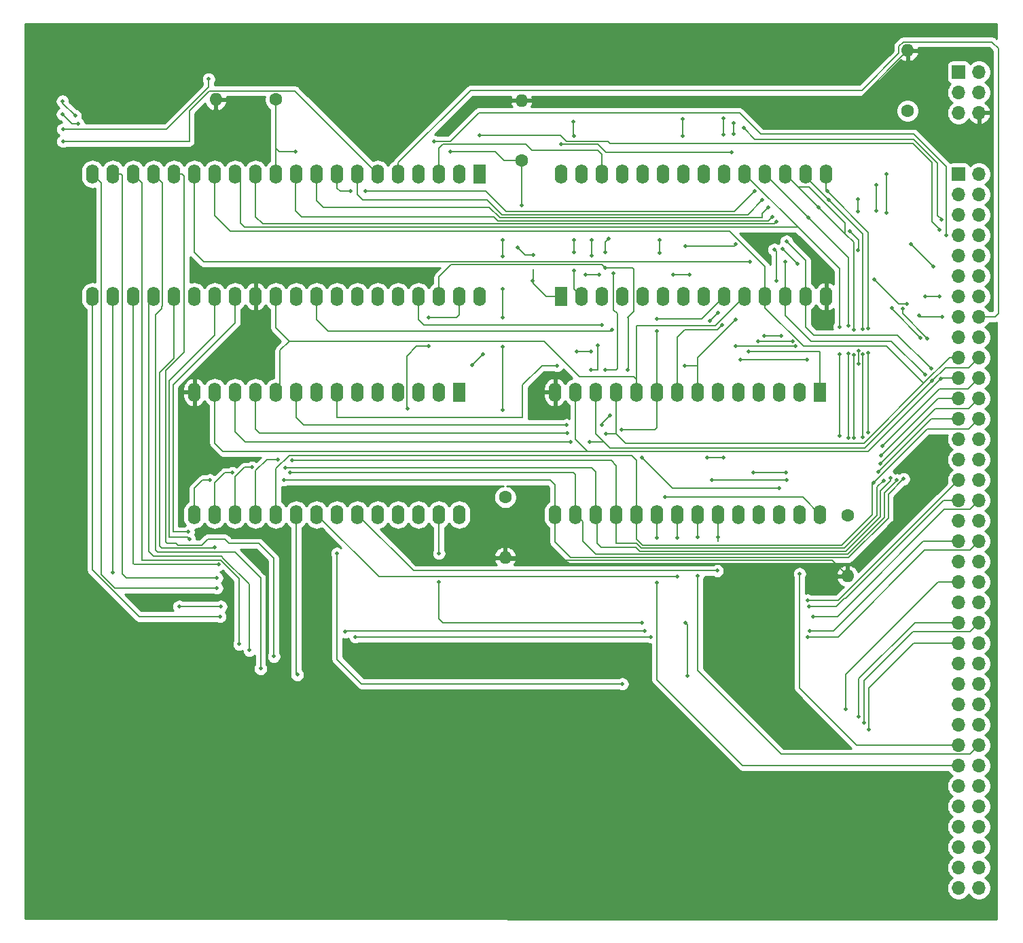
<source format=gbr>
G04 #@! TF.GenerationSoftware,KiCad,Pcbnew,(5.1.8)-1*
G04 #@! TF.CreationDate,2021-01-08T15:23:10-05:00*
G04 #@! TF.ProjectId,z80computer,7a383063-6f6d-4707-9574-65722e6b6963,rev?*
G04 #@! TF.SameCoordinates,Original*
G04 #@! TF.FileFunction,Copper,L2,Bot*
G04 #@! TF.FilePolarity,Positive*
%FSLAX46Y46*%
G04 Gerber Fmt 4.6, Leading zero omitted, Abs format (unit mm)*
G04 Created by KiCad (PCBNEW (5.1.8)-1) date 2021-01-08 15:23:10*
%MOMM*%
%LPD*%
G01*
G04 APERTURE LIST*
G04 #@! TA.AperFunction,ComponentPad*
%ADD10O,1.600000X1.600000*%
G04 #@! TD*
G04 #@! TA.AperFunction,ComponentPad*
%ADD11C,1.600000*%
G04 #@! TD*
G04 #@! TA.AperFunction,ComponentPad*
%ADD12O,1.700000X1.700000*%
G04 #@! TD*
G04 #@! TA.AperFunction,ComponentPad*
%ADD13R,1.700000X1.700000*%
G04 #@! TD*
G04 #@! TA.AperFunction,ComponentPad*
%ADD14O,1.600000X2.400000*%
G04 #@! TD*
G04 #@! TA.AperFunction,ComponentPad*
%ADD15R,1.600000X2.400000*%
G04 #@! TD*
G04 #@! TA.AperFunction,ViaPad*
%ADD16C,0.508000*%
G04 #@! TD*
G04 #@! TA.AperFunction,Conductor*
%ADD17C,0.203200*%
G04 #@! TD*
G04 #@! TA.AperFunction,Conductor*
%ADD18C,0.254000*%
G04 #@! TD*
G04 #@! TA.AperFunction,Conductor*
%ADD19C,0.100000*%
G04 #@! TD*
G04 APERTURE END LIST*
D10*
G04 #@! TO.P,C5,2*
G04 #@! TO.N,/GND*
X179451000Y-30600000D03*
D11*
G04 #@! TO.P,C5,1*
G04 #@! TO.N,/VCC5*
X179451000Y-38100000D03*
G04 #@! TD*
D10*
G04 #@! TO.P,C4,2*
G04 #@! TO.N,/GND*
X220091000Y-89796000D03*
D11*
G04 #@! TO.P,C4,1*
G04 #@! TO.N,/VCC5*
X220091000Y-82296000D03*
G04 #@! TD*
D10*
G04 #@! TO.P,C3,2*
G04 #@! TO.N,/GND*
X227584000Y-24377000D03*
D11*
G04 #@! TO.P,C3,1*
G04 #@! TO.N,/VCC5*
X227584000Y-31877000D03*
G04 #@! TD*
D10*
G04 #@! TO.P,C2,2*
G04 #@! TO.N,/GND*
X141344000Y-30480000D03*
D11*
G04 #@! TO.P,C2,1*
G04 #@! TO.N,/VCC5*
X148844000Y-30480000D03*
G04 #@! TD*
D10*
G04 #@! TO.P,C1,2*
G04 #@! TO.N,/GND*
X177419000Y-87510000D03*
D11*
G04 #@! TO.P,C1,1*
G04 #@! TO.N,/VCC5*
X177419000Y-80010000D03*
G04 #@! TD*
D12*
G04 #@! TO.P,J2,6*
G04 #@! TO.N,/GND*
X236474000Y-32131000D03*
G04 #@! TO.P,J2,5*
G04 #@! TO.N,/VCC5*
X233934000Y-32131000D03*
G04 #@! TO.P,J2,4*
G04 #@! TO.N,/VCC3*
X236474000Y-29591000D03*
G04 #@! TO.P,J2,3*
G04 #@! TO.N,Net-(J2-Pad3)*
X233934000Y-29591000D03*
G04 #@! TO.P,J2,2*
G04 #@! TO.N,Net-(J2-Pad2)*
X236474000Y-27051000D03*
D13*
G04 #@! TO.P,J2,1*
G04 #@! TO.N,/RESET*
X233934000Y-27051000D03*
G04 #@! TD*
D12*
G04 #@! TO.P,J1,72*
G04 #@! TO.N,Net-(J1-Pad72)*
X236474000Y-128651000D03*
G04 #@! TO.P,J1,71*
G04 #@! TO.N,Net-(J1-Pad71)*
X233934000Y-128651000D03*
G04 #@! TO.P,J1,70*
G04 #@! TO.N,Net-(J1-Pad70)*
X236474000Y-126111000D03*
G04 #@! TO.P,J1,69*
G04 #@! TO.N,Net-(J1-Pad69)*
X233934000Y-126111000D03*
G04 #@! TO.P,J1,68*
G04 #@! TO.N,Net-(J1-Pad68)*
X236474000Y-123571000D03*
G04 #@! TO.P,J1,67*
G04 #@! TO.N,Net-(J1-Pad67)*
X233934000Y-123571000D03*
G04 #@! TO.P,J1,66*
G04 #@! TO.N,Net-(J1-Pad66)*
X236474000Y-121031000D03*
G04 #@! TO.P,J1,65*
G04 #@! TO.N,Net-(J1-Pad65)*
X233934000Y-121031000D03*
G04 #@! TO.P,J1,64*
G04 #@! TO.N,Net-(J1-Pad64)*
X236474000Y-118491000D03*
G04 #@! TO.P,J1,63*
G04 #@! TO.N,Net-(J1-Pad63)*
X233934000Y-118491000D03*
G04 #@! TO.P,J1,62*
G04 #@! TO.N,Net-(J1-Pad62)*
X236474000Y-115951000D03*
G04 #@! TO.P,J1,61*
G04 #@! TO.N,Net-(J1-Pad61)*
X233934000Y-115951000D03*
G04 #@! TO.P,J1,60*
G04 #@! TO.N,Net-(J1-Pad60)*
X236474000Y-113411000D03*
G04 #@! TO.P,J1,59*
G04 #@! TO.N,/A2CS*
X233934000Y-113411000D03*
G04 #@! TO.P,J1,58*
G04 #@! TO.N,/A2OE*
X236474000Y-110871000D03*
G04 #@! TO.P,J1,57*
G04 #@! TO.N,/A2WE*
X233934000Y-110871000D03*
G04 #@! TO.P,J1,56*
G04 #@! TO.N,Net-(J1-Pad56)*
X236474000Y-108331000D03*
G04 #@! TO.P,J1,55*
G04 #@! TO.N,Net-(J1-Pad55)*
X233934000Y-108331000D03*
G04 #@! TO.P,J1,54*
G04 #@! TO.N,Net-(J1-Pad54)*
X236474000Y-105791000D03*
G04 #@! TO.P,J1,53*
G04 #@! TO.N,/A1CS*
X233934000Y-105791000D03*
G04 #@! TO.P,J1,52*
G04 #@! TO.N,/A1OE*
X236474000Y-103251000D03*
G04 #@! TO.P,J1,51*
G04 #@! TO.N,/A1WE*
X233934000Y-103251000D03*
G04 #@! TO.P,J1,50*
G04 #@! TO.N,Net-(J1-Pad50)*
X236474000Y-100711000D03*
G04 #@! TO.P,J1,49*
G04 #@! TO.N,Net-(J1-Pad49)*
X233934000Y-100711000D03*
G04 #@! TO.P,J1,48*
G04 #@! TO.N,Net-(J1-Pad48)*
X236474000Y-98171000D03*
G04 #@! TO.P,J1,47*
G04 #@! TO.N,/OCS*
X233934000Y-98171000D03*
G04 #@! TO.P,J1,46*
G04 #@! TO.N,/OOE*
X236474000Y-95631000D03*
G04 #@! TO.P,J1,45*
G04 #@! TO.N,/OWE*
X233934000Y-95631000D03*
G04 #@! TO.P,J1,44*
G04 #@! TO.N,Net-(J1-Pad44)*
X236474000Y-93091000D03*
G04 #@! TO.P,J1,43*
G04 #@! TO.N,Net-(J1-Pad43)*
X233934000Y-93091000D03*
G04 #@! TO.P,J1,42*
G04 #@! TO.N,Net-(J1-Pad42)*
X236474000Y-90551000D03*
G04 #@! TO.P,J1,41*
G04 #@! TO.N,/CLK*
X233934000Y-90551000D03*
G04 #@! TO.P,J1,40*
G04 #@! TO.N,/NMI*
X236474000Y-88011000D03*
G04 #@! TO.P,J1,39*
G04 #@! TO.N,/INT*
X233934000Y-88011000D03*
G04 #@! TO.P,J1,38*
G04 #@! TO.N,/M1*
X236474000Y-85471000D03*
G04 #@! TO.P,J1,37*
G04 #@! TO.N,/RFSH*
X233934000Y-85471000D03*
G04 #@! TO.P,J1,36*
G04 #@! TO.N,/WAIT*
X236474000Y-82931000D03*
G04 #@! TO.P,J1,35*
G04 #@! TO.N,/HALT*
X233934000Y-82931000D03*
G04 #@! TO.P,J1,34*
G04 #@! TO.N,/RD*
X236474000Y-80391000D03*
G04 #@! TO.P,J1,33*
G04 #@! TO.N,/WR*
X233934000Y-80391000D03*
G04 #@! TO.P,J1,32*
G04 #@! TO.N,/MREQ*
X236474000Y-77851000D03*
G04 #@! TO.P,J1,31*
G04 #@! TO.N,/IORQ*
X233934000Y-77851000D03*
G04 #@! TO.P,J1,30*
G04 #@! TO.N,/BUSRQ*
X236474000Y-75311000D03*
G04 #@! TO.P,J1,29*
G04 #@! TO.N,/BUSACK*
X233934000Y-75311000D03*
G04 #@! TO.P,J1,28*
G04 #@! TO.N,Net-(J1-Pad28)*
X236474000Y-72771000D03*
G04 #@! TO.P,J1,27*
G04 #@! TO.N,Net-(J1-Pad27)*
X233934000Y-72771000D03*
G04 #@! TO.P,J1,26*
G04 #@! TO.N,/D7*
X236474000Y-70231000D03*
G04 #@! TO.P,J1,25*
G04 #@! TO.N,/D6*
X233934000Y-70231000D03*
G04 #@! TO.P,J1,24*
G04 #@! TO.N,/D5*
X236474000Y-67691000D03*
G04 #@! TO.P,J1,23*
G04 #@! TO.N,/D4*
X233934000Y-67691000D03*
G04 #@! TO.P,J1,22*
G04 #@! TO.N,/D3*
X236474000Y-65151000D03*
G04 #@! TO.P,J1,21*
G04 #@! TO.N,/D2*
X233934000Y-65151000D03*
G04 #@! TO.P,J1,20*
G04 #@! TO.N,/D1*
X236474000Y-62611000D03*
G04 #@! TO.P,J1,19*
G04 #@! TO.N,/D0*
X233934000Y-62611000D03*
G04 #@! TO.P,J1,18*
G04 #@! TO.N,Net-(J1-Pad18)*
X236474000Y-60071000D03*
G04 #@! TO.P,J1,17*
G04 #@! TO.N,Net-(J1-Pad17)*
X233934000Y-60071000D03*
G04 #@! TO.P,J1,16*
G04 #@! TO.N,/A15*
X236474000Y-57531000D03*
G04 #@! TO.P,J1,15*
G04 #@! TO.N,/A14*
X233934000Y-57531000D03*
G04 #@! TO.P,J1,14*
G04 #@! TO.N,/A13*
X236474000Y-54991000D03*
G04 #@! TO.P,J1,13*
G04 #@! TO.N,/A12*
X233934000Y-54991000D03*
G04 #@! TO.P,J1,12*
G04 #@! TO.N,/A11*
X236474000Y-52451000D03*
G04 #@! TO.P,J1,11*
G04 #@! TO.N,/A10*
X233934000Y-52451000D03*
G04 #@! TO.P,J1,10*
G04 #@! TO.N,/A9*
X236474000Y-49911000D03*
G04 #@! TO.P,J1,9*
G04 #@! TO.N,/A8*
X233934000Y-49911000D03*
G04 #@! TO.P,J1,8*
G04 #@! TO.N,/A7*
X236474000Y-47371000D03*
G04 #@! TO.P,J1,7*
G04 #@! TO.N,/A6*
X233934000Y-47371000D03*
G04 #@! TO.P,J1,6*
G04 #@! TO.N,/A5*
X236474000Y-44831000D03*
G04 #@! TO.P,J1,5*
G04 #@! TO.N,/A4*
X233934000Y-44831000D03*
G04 #@! TO.P,J1,4*
G04 #@! TO.N,/A3*
X236474000Y-42291000D03*
G04 #@! TO.P,J1,3*
G04 #@! TO.N,/A2*
X233934000Y-42291000D03*
G04 #@! TO.P,J1,2*
G04 #@! TO.N,/A1*
X236474000Y-39751000D03*
D13*
G04 #@! TO.P,J1,1*
G04 #@! TO.N,/A0*
X233934000Y-39751000D03*
G04 #@! TD*
D14*
G04 #@! TO.P,RAM2,28*
G04 #@! TO.N,/VCC5*
X216662000Y-82169000D03*
G04 #@! TO.P,RAM2,14*
G04 #@! TO.N,/GND*
X183642000Y-66929000D03*
G04 #@! TO.P,RAM2,27*
G04 #@! TO.N,/A2WE*
X214122000Y-82169000D03*
G04 #@! TO.P,RAM2,13*
G04 #@! TO.N,/D2*
X186182000Y-66929000D03*
G04 #@! TO.P,RAM2,26*
G04 #@! TO.N,/A13*
X211582000Y-82169000D03*
G04 #@! TO.P,RAM2,12*
G04 #@! TO.N,/D1*
X188722000Y-66929000D03*
G04 #@! TO.P,RAM2,25*
G04 #@! TO.N,/A8*
X209042000Y-82169000D03*
G04 #@! TO.P,RAM2,11*
G04 #@! TO.N,/D0*
X191262000Y-66929000D03*
G04 #@! TO.P,RAM2,24*
G04 #@! TO.N,/A9*
X206502000Y-82169000D03*
G04 #@! TO.P,RAM2,10*
G04 #@! TO.N,/A0*
X193802000Y-66929000D03*
G04 #@! TO.P,RAM2,23*
G04 #@! TO.N,/A11*
X203962000Y-82169000D03*
G04 #@! TO.P,RAM2,9*
G04 #@! TO.N,/A1*
X196342000Y-66929000D03*
G04 #@! TO.P,RAM2,22*
G04 #@! TO.N,/A2OE*
X201422000Y-82169000D03*
G04 #@! TO.P,RAM2,8*
G04 #@! TO.N,/A2*
X198882000Y-66929000D03*
G04 #@! TO.P,RAM2,21*
G04 #@! TO.N,/A10*
X198882000Y-82169000D03*
G04 #@! TO.P,RAM2,7*
G04 #@! TO.N,/A3*
X201422000Y-66929000D03*
G04 #@! TO.P,RAM2,20*
G04 #@! TO.N,/A2CS*
X196342000Y-82169000D03*
G04 #@! TO.P,RAM2,6*
G04 #@! TO.N,/A4*
X203962000Y-66929000D03*
G04 #@! TO.P,RAM2,19*
G04 #@! TO.N,/D7*
X193802000Y-82169000D03*
G04 #@! TO.P,RAM2,5*
G04 #@! TO.N,/A5*
X206502000Y-66929000D03*
G04 #@! TO.P,RAM2,18*
G04 #@! TO.N,/D6*
X191262000Y-82169000D03*
G04 #@! TO.P,RAM2,4*
G04 #@! TO.N,/A6*
X209042000Y-66929000D03*
G04 #@! TO.P,RAM2,17*
G04 #@! TO.N,/D5*
X188722000Y-82169000D03*
G04 #@! TO.P,RAM2,3*
G04 #@! TO.N,/A7*
X211582000Y-66929000D03*
G04 #@! TO.P,RAM2,16*
G04 #@! TO.N,/D4*
X186182000Y-82169000D03*
G04 #@! TO.P,RAM2,2*
G04 #@! TO.N,/A12*
X214122000Y-66929000D03*
G04 #@! TO.P,RAM2,15*
G04 #@! TO.N,/D3*
X183642000Y-82169000D03*
D15*
G04 #@! TO.P,RAM2,1*
G04 #@! TO.N,/A14*
X216662000Y-66929000D03*
G04 #@! TD*
D14*
G04 #@! TO.P,U4,40*
G04 #@! TO.N,/A10*
X174244000Y-54991000D03*
G04 #@! TO.P,U4,20*
G04 #@! TO.N,/IORQ*
X125984000Y-39751000D03*
G04 #@! TO.P,U4,39*
G04 #@! TO.N,/A9*
X171704000Y-54991000D03*
G04 #@! TO.P,U4,19*
G04 #@! TO.N,/MREQ*
X128524000Y-39751000D03*
G04 #@! TO.P,U4,38*
G04 #@! TO.N,/A8*
X169164000Y-54991000D03*
G04 #@! TO.P,U4,18*
G04 #@! TO.N,/HALT*
X131064000Y-39751000D03*
G04 #@! TO.P,U4,37*
G04 #@! TO.N,/A7*
X166624000Y-54991000D03*
G04 #@! TO.P,U4,17*
G04 #@! TO.N,/NMI*
X133604000Y-39751000D03*
G04 #@! TO.P,U4,36*
G04 #@! TO.N,/A6*
X164084000Y-54991000D03*
G04 #@! TO.P,U4,16*
G04 #@! TO.N,/INT*
X136144000Y-39751000D03*
G04 #@! TO.P,U4,35*
G04 #@! TO.N,/A5*
X161544000Y-54991000D03*
G04 #@! TO.P,U4,15*
G04 #@! TO.N,/D1*
X138684000Y-39751000D03*
G04 #@! TO.P,U4,34*
G04 #@! TO.N,/A4*
X159004000Y-54991000D03*
G04 #@! TO.P,U4,14*
G04 #@! TO.N,/D0*
X141224000Y-39751000D03*
G04 #@! TO.P,U4,33*
G04 #@! TO.N,/A3*
X156464000Y-54991000D03*
G04 #@! TO.P,U4,13*
G04 #@! TO.N,/D7*
X143764000Y-39751000D03*
G04 #@! TO.P,U4,32*
G04 #@! TO.N,/A2*
X153924000Y-54991000D03*
G04 #@! TO.P,U4,12*
G04 #@! TO.N,/D2*
X146304000Y-39751000D03*
G04 #@! TO.P,U4,31*
G04 #@! TO.N,/A1*
X151384000Y-54991000D03*
G04 #@! TO.P,U4,11*
G04 #@! TO.N,/VCC5*
X148844000Y-39751000D03*
G04 #@! TO.P,U4,30*
G04 #@! TO.N,/A0*
X148844000Y-54991000D03*
G04 #@! TO.P,U4,10*
G04 #@! TO.N,/D6*
X151384000Y-39751000D03*
G04 #@! TO.P,U4,29*
G04 #@! TO.N,/GND*
X146304000Y-54991000D03*
G04 #@! TO.P,U4,9*
G04 #@! TO.N,/D5*
X153924000Y-39751000D03*
G04 #@! TO.P,U4,28*
G04 #@! TO.N,/RFSH*
X143764000Y-54991000D03*
G04 #@! TO.P,U4,8*
G04 #@! TO.N,/D3*
X156464000Y-39751000D03*
G04 #@! TO.P,U4,27*
G04 #@! TO.N,/M1*
X141224000Y-54991000D03*
G04 #@! TO.P,U4,7*
G04 #@! TO.N,/D4*
X159004000Y-39751000D03*
G04 #@! TO.P,U4,26*
G04 #@! TO.N,/RESET*
X138684000Y-54991000D03*
G04 #@! TO.P,U4,6*
G04 #@! TO.N,/CLK*
X161544000Y-39751000D03*
G04 #@! TO.P,U4,25*
G04 #@! TO.N,/BUSRQ*
X136144000Y-54991000D03*
G04 #@! TO.P,U4,5*
G04 #@! TO.N,/A15*
X164084000Y-39751000D03*
G04 #@! TO.P,U4,24*
G04 #@! TO.N,/WAIT*
X133604000Y-54991000D03*
G04 #@! TO.P,U4,4*
G04 #@! TO.N,/A14*
X166624000Y-39751000D03*
G04 #@! TO.P,U4,23*
G04 #@! TO.N,/BUSACK*
X131064000Y-54991000D03*
G04 #@! TO.P,U4,3*
G04 #@! TO.N,/A13*
X169164000Y-39751000D03*
G04 #@! TO.P,U4,22*
G04 #@! TO.N,/WR*
X128524000Y-54991000D03*
G04 #@! TO.P,U4,2*
G04 #@! TO.N,/A12*
X171704000Y-39751000D03*
G04 #@! TO.P,U4,21*
G04 #@! TO.N,/RD*
X125984000Y-54991000D03*
D15*
G04 #@! TO.P,U4,1*
G04 #@! TO.N,/A11*
X174244000Y-39751000D03*
G04 #@! TD*
D14*
G04 #@! TO.P,ROM1,28*
G04 #@! TO.N,/VCC5*
X184404000Y-39751000D03*
G04 #@! TO.P,ROM1,14*
G04 #@! TO.N,/GND*
X217424000Y-54991000D03*
G04 #@! TO.P,ROM1,27*
G04 #@! TO.N,/OWE*
X186944000Y-39751000D03*
G04 #@! TO.P,ROM1,13*
G04 #@! TO.N,/D2*
X214884000Y-54991000D03*
G04 #@! TO.P,ROM1,26*
G04 #@! TO.N,/A13*
X189484000Y-39751000D03*
G04 #@! TO.P,ROM1,12*
G04 #@! TO.N,/D1*
X212344000Y-54991000D03*
G04 #@! TO.P,ROM1,25*
G04 #@! TO.N,/A8*
X192024000Y-39751000D03*
G04 #@! TO.P,ROM1,11*
G04 #@! TO.N,/D0*
X209804000Y-54991000D03*
G04 #@! TO.P,ROM1,24*
G04 #@! TO.N,/A9*
X194564000Y-39751000D03*
G04 #@! TO.P,ROM1,10*
G04 #@! TO.N,/A0*
X207264000Y-54991000D03*
G04 #@! TO.P,ROM1,23*
G04 #@! TO.N,/A11*
X197104000Y-39751000D03*
G04 #@! TO.P,ROM1,9*
G04 #@! TO.N,/A1*
X204724000Y-54991000D03*
G04 #@! TO.P,ROM1,22*
G04 #@! TO.N,/OOE*
X199644000Y-39751000D03*
G04 #@! TO.P,ROM1,8*
G04 #@! TO.N,/A2*
X202184000Y-54991000D03*
G04 #@! TO.P,ROM1,21*
G04 #@! TO.N,/A10*
X202184000Y-39751000D03*
G04 #@! TO.P,ROM1,7*
G04 #@! TO.N,/A3*
X199644000Y-54991000D03*
G04 #@! TO.P,ROM1,20*
G04 #@! TO.N,/OCS*
X204724000Y-39751000D03*
G04 #@! TO.P,ROM1,6*
G04 #@! TO.N,/A4*
X197104000Y-54991000D03*
G04 #@! TO.P,ROM1,19*
G04 #@! TO.N,/D7*
X207264000Y-39751000D03*
G04 #@! TO.P,ROM1,5*
G04 #@! TO.N,/A5*
X194564000Y-54991000D03*
G04 #@! TO.P,ROM1,18*
G04 #@! TO.N,/D6*
X209804000Y-39751000D03*
G04 #@! TO.P,ROM1,4*
G04 #@! TO.N,/A6*
X192024000Y-54991000D03*
G04 #@! TO.P,ROM1,17*
G04 #@! TO.N,/D5*
X212344000Y-39751000D03*
G04 #@! TO.P,ROM1,3*
G04 #@! TO.N,/A7*
X189484000Y-54991000D03*
G04 #@! TO.P,ROM1,16*
G04 #@! TO.N,/D4*
X214884000Y-39751000D03*
G04 #@! TO.P,ROM1,2*
G04 #@! TO.N,/A12*
X186944000Y-54991000D03*
G04 #@! TO.P,ROM1,15*
G04 #@! TO.N,/D3*
X217424000Y-39751000D03*
D15*
G04 #@! TO.P,ROM1,1*
G04 #@! TO.N,/A14*
X184404000Y-54991000D03*
G04 #@! TD*
D14*
G04 #@! TO.P,RAM1,28*
G04 #@! TO.N,/VCC5*
X171704000Y-82169000D03*
G04 #@! TO.P,RAM1,14*
G04 #@! TO.N,/GND*
X138684000Y-66929000D03*
G04 #@! TO.P,RAM1,27*
G04 #@! TO.N,/A1WE*
X169164000Y-82169000D03*
G04 #@! TO.P,RAM1,13*
G04 #@! TO.N,/D2*
X141224000Y-66929000D03*
G04 #@! TO.P,RAM1,26*
G04 #@! TO.N,/A13*
X166624000Y-82169000D03*
G04 #@! TO.P,RAM1,12*
G04 #@! TO.N,/D1*
X143764000Y-66929000D03*
G04 #@! TO.P,RAM1,25*
G04 #@! TO.N,/A8*
X164084000Y-82169000D03*
G04 #@! TO.P,RAM1,11*
G04 #@! TO.N,/D0*
X146304000Y-66929000D03*
G04 #@! TO.P,RAM1,24*
G04 #@! TO.N,/A9*
X161544000Y-82169000D03*
G04 #@! TO.P,RAM1,10*
G04 #@! TO.N,/A0*
X148844000Y-66929000D03*
G04 #@! TO.P,RAM1,23*
G04 #@! TO.N,/A11*
X159004000Y-82169000D03*
G04 #@! TO.P,RAM1,9*
G04 #@! TO.N,/A1*
X151384000Y-66929000D03*
G04 #@! TO.P,RAM1,22*
G04 #@! TO.N,/A1OE*
X156464000Y-82169000D03*
G04 #@! TO.P,RAM1,8*
G04 #@! TO.N,/A2*
X153924000Y-66929000D03*
G04 #@! TO.P,RAM1,21*
G04 #@! TO.N,/A10*
X153924000Y-82169000D03*
G04 #@! TO.P,RAM1,7*
G04 #@! TO.N,/A3*
X156464000Y-66929000D03*
G04 #@! TO.P,RAM1,20*
G04 #@! TO.N,/A1CS*
X151384000Y-82169000D03*
G04 #@! TO.P,RAM1,6*
G04 #@! TO.N,/A4*
X159004000Y-66929000D03*
G04 #@! TO.P,RAM1,19*
G04 #@! TO.N,/D7*
X148844000Y-82169000D03*
G04 #@! TO.P,RAM1,5*
G04 #@! TO.N,/A5*
X161544000Y-66929000D03*
G04 #@! TO.P,RAM1,18*
G04 #@! TO.N,/D6*
X146304000Y-82169000D03*
G04 #@! TO.P,RAM1,4*
G04 #@! TO.N,/A6*
X164084000Y-66929000D03*
G04 #@! TO.P,RAM1,17*
G04 #@! TO.N,/D5*
X143764000Y-82169000D03*
G04 #@! TO.P,RAM1,3*
G04 #@! TO.N,/A7*
X166624000Y-66929000D03*
G04 #@! TO.P,RAM1,16*
G04 #@! TO.N,/D4*
X141224000Y-82169000D03*
G04 #@! TO.P,RAM1,2*
G04 #@! TO.N,/A12*
X169164000Y-66929000D03*
G04 #@! TO.P,RAM1,15*
G04 #@! TO.N,/D3*
X138684000Y-82169000D03*
D15*
G04 #@! TO.P,RAM1,1*
G04 #@! TO.N,/A14*
X171704000Y-66929000D03*
G04 #@! TD*
D16*
G04 #@! TO.N,/A13*
X211582000Y-78867000D03*
X194437000Y-75057000D03*
X188214000Y-48006000D03*
X188214000Y-49911000D03*
X188214000Y-49911000D03*
X188214000Y-49911000D03*
X188214000Y-49911000D03*
X188976000Y-61087000D03*
X188087000Y-64135000D03*
G04 #@! TO.N,/A8*
X221449901Y-61760099D03*
X221449901Y-63411099D03*
X202565000Y-75057000D03*
X202565000Y-75057000D03*
X204597000Y-75057000D03*
X192722590Y-64135000D03*
X189865000Y-51435000D03*
X189865000Y-51435000D03*
X189865000Y-51435000D03*
X189865000Y-49530000D03*
X190309500Y-47815500D03*
G04 #@! TO.N,/A9*
X225615500Y-56451500D03*
X229171500Y-60134500D03*
X212407500Y-76898500D03*
X208343500Y-76898500D03*
X199898000Y-48768000D03*
X206121000Y-48514000D03*
X212026500Y-49085500D03*
X213868000Y-50927000D03*
X220345000Y-46863000D03*
X221424500Y-49212500D03*
X230822500Y-51244500D03*
X228028500Y-48450500D03*
X167894000Y-57658000D03*
X167894000Y-61214000D03*
X165227000Y-68961000D03*
G04 #@! TO.N,/A0*
X224917000Y-39751000D03*
X224917000Y-44577000D03*
G04 #@! TO.N,/A11*
X189865000Y-64135000D03*
X190944590Y-52133590D03*
X196659500Y-49593500D03*
X196659500Y-47942500D03*
X203962000Y-84963000D03*
X203835000Y-89154000D03*
G04 #@! TO.N,/A1*
X223647000Y-41148000D03*
X223647000Y-44323000D03*
X196342000Y-59309000D03*
X196342000Y-57785000D03*
X189484000Y-70993000D03*
X185039000Y-70993000D03*
X191897000Y-71628000D03*
X190500000Y-69850000D03*
G04 #@! TO.N,/A2*
X221424500Y-42862500D03*
X221424500Y-44386500D03*
X204470000Y-58547000D03*
X200406000Y-52324000D03*
X198374000Y-52324000D03*
X190754000Y-59182000D03*
G04 #@! TO.N,/A10*
X226949000Y-56515000D03*
X230060500Y-60261500D03*
X212471000Y-77851000D03*
X203200000Y-77851000D03*
X227520500Y-55943500D03*
X223456500Y-52895500D03*
X210947000Y-49149000D03*
X198882000Y-85090000D03*
X198882000Y-89916000D03*
X189103000Y-52324000D03*
X187452000Y-52324000D03*
X211201000Y-53086000D03*
G04 #@! TO.N,/A3*
X206184500Y-57848500D03*
X203962000Y-57023000D03*
X202946000Y-58039000D03*
X183896000Y-63627000D03*
X199771000Y-63627000D03*
G04 #@! TO.N,/A4*
X231775000Y-45466000D03*
X207137010Y-34035990D03*
G04 #@! TO.N,/A5*
X211836000Y-59944000D03*
X209677000Y-59944000D03*
X174244000Y-34925000D03*
X231584500Y-46672500D03*
G04 #@! TO.N,/A6*
X213233000Y-60579000D03*
X208915000Y-60579000D03*
X232410000Y-47371000D03*
X168529000Y-35687000D03*
G04 #@! TO.N,/A7*
X213614000Y-61214000D03*
X213614000Y-61214000D03*
X206121000Y-61214000D03*
X189484000Y-58547000D03*
G04 #@! TO.N,/A12*
X231521000Y-54991000D03*
X229743000Y-54991000D03*
X215011000Y-62865000D03*
X206756000Y-62865000D03*
X185991500Y-47942500D03*
X185991500Y-49466500D03*
X185991500Y-51752500D03*
G04 #@! TO.N,/A14*
X231902000Y-57531000D03*
X228981000Y-57404000D03*
X207772000Y-61849000D03*
X188087000Y-61849000D03*
X186309000Y-61849000D03*
X173291500Y-63563500D03*
X174625000Y-62230000D03*
X178943000Y-48895000D03*
X180911500Y-49847500D03*
X180848000Y-53086000D03*
G04 #@! TO.N,/D7*
X223329500Y-78168500D03*
X219075000Y-72390000D03*
X219075000Y-62230000D03*
X219075000Y-58801000D03*
G04 #@! TO.N,/D6*
X223901000Y-76835000D03*
X224599500Y-77914500D03*
X150876000Y-75438000D03*
X149098000Y-75311000D03*
X220218000Y-72644000D03*
X220218000Y-62103000D03*
X220218000Y-58674000D03*
X215201500Y-45148500D03*
X210693000Y-45085000D03*
G04 #@! TO.N,/D5*
X224155000Y-75819000D03*
X225425000Y-77597000D03*
X225425000Y-77597000D03*
X149987000Y-76327000D03*
X145859500Y-76263500D03*
X220916500Y-72580500D03*
X220916500Y-62293500D03*
X220853000Y-59182000D03*
X216471500Y-43878500D03*
X210248500Y-43878500D03*
G04 #@! TO.N,/D4*
X224282000Y-74803000D03*
X226187000Y-77851000D03*
X150622000Y-76962000D03*
X143383000Y-76962000D03*
X221996000Y-72517000D03*
X221996000Y-62230000D03*
X221996000Y-59055000D03*
X217741500Y-42989500D03*
X217741500Y-42989500D03*
X209486500Y-42989500D03*
G04 #@! TO.N,/D3*
X224409000Y-73660000D03*
X227076000Y-77724000D03*
X149860000Y-77851000D03*
X140589000Y-77851000D03*
X222694500Y-71945500D03*
X222694500Y-62039500D03*
X222694500Y-58991500D03*
X217551000Y-41910000D03*
X208534000Y-41910000D03*
X160020000Y-41910000D03*
X158115000Y-41910000D03*
G04 #@! TO.N,/D2*
X231711500Y-65214500D03*
X230505000Y-64008000D03*
X212471000Y-48133000D03*
X211201000Y-45720000D03*
G04 #@! TO.N,/D1*
X187960000Y-73152000D03*
X185547000Y-73152000D03*
X230632000Y-65532000D03*
X229743000Y-64770000D03*
X212344000Y-50673000D03*
X207899000Y-50673000D03*
G04 #@! TO.N,/D0*
X189992000Y-72136000D03*
X185166000Y-72009000D03*
G04 #@! TO.N,/A2CS*
X196342000Y-85090000D03*
X196342000Y-90678000D03*
G04 #@! TO.N,/A2OE*
X201422000Y-84963000D03*
X201422000Y-89789000D03*
G04 #@! TO.N,/A2WE*
X214122000Y-89535000D03*
G04 #@! TO.N,/A1CS*
X151511000Y-102108000D03*
G04 #@! TO.N,/A1OE*
X156464000Y-86995000D03*
X192024000Y-103251000D03*
G04 #@! TO.N,/A1WE*
X169164000Y-86995000D03*
X169164000Y-90551000D03*
X200152000Y-102235000D03*
X194437000Y-95631000D03*
X199898000Y-95631000D03*
X200152000Y-102235000D03*
G04 #@! TO.N,/OCS*
X222758000Y-108966000D03*
X204660500Y-32829500D03*
X204660500Y-34861500D03*
X122237500Y-30670500D03*
X123825000Y-32512000D03*
G04 #@! TO.N,/OOE*
X222123000Y-108077000D03*
X199517000Y-32893000D03*
X199517000Y-35052000D03*
X122237500Y-32321500D03*
X124206000Y-33528000D03*
X124206000Y-33528000D03*
G04 #@! TO.N,/OWE*
X221488000Y-107315000D03*
X185928000Y-33274000D03*
X185991500Y-34988500D03*
X122301000Y-34163000D03*
X140462000Y-27940000D03*
G04 #@! TO.N,/CLK*
X219837000Y-106426000D03*
X122301000Y-35687000D03*
G04 #@! TO.N,/NMI*
X146939000Y-101346000D03*
G04 #@! TO.N,/INT*
X148590000Y-99822000D03*
G04 #@! TO.N,/M1*
X215138000Y-97409000D03*
X195580000Y-97409000D03*
X158750000Y-97409000D03*
X138049000Y-85217000D03*
G04 #@! TO.N,/RFSH*
X215392000Y-96647000D03*
X194818000Y-96647000D03*
X157480000Y-96774000D03*
X137922000Y-84328000D03*
G04 #@! TO.N,/WAIT*
X145542000Y-99060000D03*
G04 #@! TO.N,/HALT*
X144272000Y-98298000D03*
G04 #@! TO.N,/RD*
X215773000Y-94869000D03*
X141859000Y-94869000D03*
G04 #@! TO.N,/WR*
X215265000Y-93599000D03*
X141986000Y-93599000D03*
X136779000Y-93599000D03*
X128524000Y-89408000D03*
G04 #@! TO.N,/MREQ*
X141478000Y-90043000D03*
G04 #@! TO.N,/IORQ*
X215138000Y-92837000D03*
X141478000Y-91313000D03*
G04 #@! TO.N,/BUSRQ*
X141198599Y-86233000D03*
G04 #@! TO.N,/BUSACK*
X141732000Y-88392000D03*
G04 #@! TO.N,/GND*
X179832000Y-78994000D03*
X159893000Y-78867000D03*
X213804500Y-47688500D03*
G04 #@! TO.N,/VCC5*
X205867000Y-33401000D03*
X205867000Y-34798000D03*
X205613000Y-37084000D03*
X184404000Y-36068000D03*
X170561000Y-36957000D03*
X151257000Y-36957000D03*
X179451000Y-43688000D03*
X177101500Y-47942500D03*
X177101500Y-49974500D03*
X177101500Y-54038500D03*
X177101500Y-57594500D03*
X177101500Y-61277500D03*
X177101500Y-69151500D03*
X197358000Y-80010000D03*
G04 #@! TD*
D17*
G04 #@! TO.N,/A13*
X211582000Y-78867000D02*
X198247000Y-78867000D01*
X198247000Y-78867000D02*
X194437000Y-75057000D01*
X194437000Y-75057000D02*
X194437000Y-75057000D01*
X188214000Y-48006000D02*
X188214000Y-49911000D01*
X188214000Y-49911000D02*
X188214000Y-49911000D01*
X188214000Y-49911000D02*
X188214000Y-49911000D01*
X188214000Y-49911000D02*
X188214000Y-49911000D01*
X188214000Y-49911000D02*
X188214000Y-49911000D01*
X188976000Y-61087000D02*
X188976000Y-63373000D01*
X189484000Y-39751000D02*
X189484000Y-37338000D01*
X169164000Y-36576000D02*
X169164000Y-39751000D01*
X169672000Y-36068000D02*
X169164000Y-36576000D01*
X188087000Y-64135000D02*
X188976000Y-64135000D01*
X188976000Y-64135000D02*
X188976000Y-63373000D01*
X180721000Y-36830000D02*
X179959000Y-36068000D01*
X188976000Y-36830000D02*
X180721000Y-36830000D01*
X179959000Y-36068000D02*
X169672000Y-36068000D01*
X189484000Y-37338000D02*
X188976000Y-36830000D01*
G04 #@! TO.N,/A8*
X221449901Y-61760099D02*
X221449901Y-63411099D01*
X221449901Y-63411099D02*
X221449901Y-63461901D01*
X202565000Y-75057000D02*
X204597000Y-75057000D01*
X204597000Y-75057000D02*
X204724000Y-75184000D01*
X204597000Y-75057000D02*
X204597000Y-75057000D01*
X189865000Y-51435000D02*
X189865000Y-51435000D01*
X189865000Y-51435000D02*
X189865000Y-51435000D01*
X189865000Y-49530000D02*
X189865000Y-48260000D01*
X189865000Y-48260000D02*
X190309500Y-47815500D01*
X190309500Y-47815500D02*
X190373000Y-47752000D01*
X169164000Y-52578000D02*
X169164000Y-54991000D01*
X170180000Y-51562000D02*
X169164000Y-52578000D01*
X189484000Y-51054000D02*
X189865000Y-51435000D01*
X170688000Y-51054000D02*
X170180000Y-51562000D01*
X173228000Y-51054000D02*
X170688000Y-51054000D01*
X172974000Y-51054000D02*
X173228000Y-51054000D01*
X173228000Y-51054000D02*
X189484000Y-51054000D01*
X193294000Y-51435000D02*
X189865000Y-51435000D01*
X193484590Y-56832410D02*
X193484590Y-51625590D01*
X192786000Y-57657820D02*
X192722590Y-57594410D01*
X192786000Y-58420000D02*
X192786000Y-57657820D01*
X192722590Y-57594410D02*
X193484590Y-56832410D01*
X192786000Y-64135000D02*
X192786000Y-58420000D01*
X193484590Y-51625590D02*
X193294000Y-51435000D01*
X192786000Y-58420000D02*
X192786000Y-58293000D01*
G04 #@! TO.N,/A9*
X225679000Y-56642000D02*
X229171500Y-60134500D01*
X229171500Y-60134500D02*
X229171500Y-60134500D01*
X212407500Y-76898500D02*
X208343500Y-76898500D01*
X208343500Y-76898500D02*
X208280000Y-76835000D01*
X208343500Y-76898500D02*
X208343500Y-76898500D01*
X205994000Y-48768000D02*
X206121000Y-48641000D01*
X206121000Y-48641000D02*
X206121000Y-48514000D01*
X206121000Y-48514000D02*
X206121000Y-48514000D01*
X212026500Y-49085500D02*
X213868000Y-50927000D01*
X213868000Y-50927000D02*
X213995000Y-50927000D01*
X213868000Y-50927000D02*
X213868000Y-50927000D01*
X220345000Y-46863000D02*
X221488000Y-48006000D01*
X221488000Y-48006000D02*
X221488000Y-48768000D01*
X221488000Y-48768000D02*
X221488000Y-49149000D01*
X221488000Y-49149000D02*
X221424500Y-49212500D01*
X230822500Y-51244500D02*
X228028500Y-48450500D01*
X227965000Y-48387000D02*
X227838000Y-48387000D01*
X228028500Y-48450500D02*
X227965000Y-48387000D01*
X171704000Y-54991000D02*
X171704000Y-57277000D01*
X171704000Y-57277000D02*
X171323000Y-57658000D01*
X171323000Y-57658000D02*
X167894000Y-57658000D01*
X167894000Y-57658000D02*
X167767000Y-57658000D01*
X167894000Y-61214000D02*
X166370000Y-61214000D01*
X165163410Y-62420590D02*
X165163410Y-68897410D01*
X166370000Y-61214000D02*
X165163410Y-62420590D01*
X165163410Y-68897410D02*
X165227000Y-68961000D01*
X165227000Y-68961000D02*
X165227000Y-68961000D01*
X202184000Y-48768000D02*
X199898000Y-48768000D01*
X202184000Y-48768000D02*
X205994000Y-48768000D01*
G04 #@! TO.N,/A0*
X224917000Y-39751000D02*
X224917000Y-44069000D01*
X224917000Y-44069000D02*
X224917000Y-44577000D01*
X203581000Y-58674000D02*
X207264000Y-54991000D01*
X193802000Y-58674000D02*
X203581000Y-58674000D01*
X193802000Y-65278000D02*
X193675000Y-65278000D01*
X193802000Y-66929000D02*
X193802000Y-65278000D01*
X193802000Y-65278000D02*
X193802000Y-58674000D01*
X193675000Y-65278000D02*
X193421000Y-65024000D01*
X193421000Y-65024000D02*
X186690000Y-65024000D01*
X186690000Y-65024000D02*
X182245000Y-60579000D01*
X182245000Y-60579000D02*
X150495000Y-60579000D01*
X150495000Y-60579000D02*
X149352000Y-61722000D01*
X149352000Y-66421000D02*
X148844000Y-66929000D01*
X149352000Y-61722000D02*
X149352000Y-66421000D01*
X148844000Y-58928000D02*
X150495000Y-60579000D01*
X148844000Y-54991000D02*
X148844000Y-58928000D01*
G04 #@! TO.N,/A11*
X190944590Y-56705410D02*
X190944590Y-52133590D01*
X190944590Y-52133590D02*
X191008000Y-52070180D01*
X190944590Y-52133590D02*
X190944590Y-52133590D01*
X196659500Y-49593500D02*
X196659500Y-48450500D01*
X196659500Y-48450500D02*
X196659500Y-47942500D01*
X196659500Y-47942500D02*
X196659500Y-47942500D01*
X203962000Y-82169000D02*
X203962000Y-84963000D01*
X203962000Y-84963000D02*
X203962000Y-85471000D01*
X165989000Y-89154000D02*
X159004000Y-82169000D01*
X203835000Y-89154000D02*
X165989000Y-89154000D01*
X191389000Y-57149820D02*
X190944590Y-56705410D01*
X191389000Y-64008000D02*
X191389000Y-57912000D01*
X191389000Y-57912000D02*
X191389000Y-57149820D01*
X191389000Y-57912000D02*
X191389000Y-57785000D01*
X191262000Y-64135000D02*
X191389000Y-64008000D01*
X189865000Y-64135000D02*
X191262000Y-64135000D01*
G04 #@! TO.N,/A1*
X223647000Y-41148000D02*
X223647000Y-44323000D01*
X223647000Y-44323000D02*
X223647000Y-44450000D01*
X196342000Y-59563000D02*
X196342000Y-59309000D01*
X196342000Y-66929000D02*
X196342000Y-64643000D01*
X196342000Y-59563000D02*
X196342000Y-59436000D01*
X196342000Y-59309000D02*
X196342000Y-59309000D01*
X197866000Y-57785000D02*
X197866000Y-57785000D01*
X201930000Y-57785000D02*
X204724000Y-54991000D01*
X196342000Y-57785000D02*
X201930000Y-57785000D01*
X196342000Y-64643000D02*
X196342000Y-59563000D01*
X196342000Y-66929000D02*
X196342000Y-71374000D01*
X196342000Y-71374000D02*
X196088000Y-71628000D01*
X196088000Y-71628000D02*
X192024000Y-71628000D01*
X192024000Y-71628000D02*
X191897000Y-71628000D01*
X189484000Y-70993000D02*
X189484000Y-70993000D01*
X185039000Y-70993000D02*
X152273000Y-70993000D01*
X151384000Y-70104000D02*
X151384000Y-66929000D01*
X152273000Y-70993000D02*
X151384000Y-70104000D01*
X191897000Y-71628000D02*
X191897000Y-71628000D01*
X189484000Y-70866000D02*
X190500000Y-69850000D01*
X189484000Y-70993000D02*
X189484000Y-70866000D01*
G04 #@! TO.N,/A2*
X221424500Y-43370500D02*
X221424500Y-44005500D01*
X221424500Y-42862500D02*
X221424500Y-43370500D01*
X221424500Y-44005500D02*
X221424500Y-44386500D01*
X221424500Y-44386500D02*
X221361000Y-44450000D01*
X221424500Y-44386500D02*
X221424500Y-44386500D01*
X198882000Y-66929000D02*
X198882000Y-60071000D01*
X198882000Y-60071000D02*
X199771000Y-59182000D01*
X203835000Y-59182000D02*
X204470000Y-58547000D01*
X203708000Y-59182000D02*
X203835000Y-59182000D01*
X199771000Y-59182000D02*
X203708000Y-59182000D01*
X200406000Y-52324000D02*
X198374000Y-52324000D01*
X198374000Y-52324000D02*
X198374000Y-52324000D01*
X190754000Y-59309000D02*
X183769000Y-59309000D01*
X182499000Y-59309000D02*
X155321000Y-59309000D01*
X153924000Y-57912000D02*
X153924000Y-54991000D01*
X155321000Y-59309000D02*
X153924000Y-57912000D01*
X183769000Y-59309000D02*
X182499000Y-59309000D01*
G04 #@! TO.N,/A10*
X226949000Y-56515000D02*
X226949000Y-57150000D01*
X226949000Y-57150000D02*
X230060500Y-60261500D01*
X230060500Y-60261500D02*
X230124000Y-60325000D01*
X212471000Y-77851000D02*
X203200000Y-77851000D01*
X203200000Y-77851000D02*
X203073000Y-77851000D01*
X227520500Y-55943500D02*
X226504500Y-55943500D01*
X226504500Y-55943500D02*
X223456500Y-52895500D01*
X223456500Y-52895500D02*
X223393000Y-52832000D01*
X198882000Y-82169000D02*
X198882000Y-85090000D01*
X198882000Y-85090000D02*
X198882000Y-85090000D01*
X161671000Y-89916000D02*
X153924000Y-82169000D01*
X198882000Y-89916000D02*
X161671000Y-89916000D01*
X189103000Y-52324000D02*
X187452000Y-52324000D01*
X187452000Y-52324000D02*
X187325000Y-52197000D01*
X187452000Y-52324000D02*
X187452000Y-52324000D01*
X211201000Y-50016210D02*
X211201000Y-49657000D01*
X211201000Y-53086000D02*
X211200999Y-50546001D01*
X211200999Y-49402999D02*
X210947000Y-49149000D01*
X211200999Y-50291999D02*
X211200999Y-49402999D01*
X211200999Y-50546001D02*
X211200999Y-50291999D01*
X211200999Y-50291999D02*
X211201000Y-50016210D01*
G04 #@! TO.N,/A3*
X201422000Y-62611000D02*
X206184500Y-57848500D01*
X206184500Y-57848500D02*
X206248000Y-57785000D01*
X203962000Y-57023000D02*
X202946000Y-58039000D01*
X202946000Y-58039000D02*
X202819000Y-58166000D01*
X201422000Y-63627000D02*
X199771000Y-63627000D01*
X201422000Y-66929000D02*
X201422000Y-63627000D01*
X201422000Y-63627000D02*
X201422000Y-62611000D01*
X199771000Y-63627000D02*
X199771000Y-63627000D01*
X156464000Y-66929000D02*
X156464000Y-70104000D01*
X156464000Y-70104000D02*
X179578000Y-70104000D01*
X179578000Y-70104000D02*
X179578000Y-66040000D01*
X179578000Y-66040000D02*
X181991000Y-63627000D01*
X181991000Y-63627000D02*
X183896000Y-63627000D01*
X183896000Y-63627000D02*
X183896000Y-63627000D01*
X199771000Y-63627000D02*
X199771000Y-63627000D01*
G04 #@! TO.N,/A4*
X231330500Y-44894500D02*
X231775000Y-45339000D01*
X231775000Y-45339000D02*
X231775000Y-45466000D01*
X231775000Y-45466000D02*
X231775000Y-45466000D01*
X231330500Y-38417500D02*
X228346000Y-35433000D01*
X231330500Y-38417500D02*
X231330500Y-44894500D01*
X208534020Y-35433000D02*
X207137010Y-34035990D01*
X228346000Y-35433000D02*
X208534020Y-35433000D01*
G04 #@! TO.N,/A5*
X211836000Y-59944000D02*
X209677000Y-59944000D01*
X209677000Y-59944000D02*
X209677000Y-59944000D01*
X185038990Y-35686990D02*
X184277000Y-34925000D01*
X190245990Y-35686990D02*
X185038990Y-35686990D01*
X228219000Y-35941000D02*
X190500000Y-35941000D01*
X230632000Y-38354000D02*
X228219000Y-35941000D01*
X184277000Y-34925000D02*
X174244000Y-34925000D01*
X230632000Y-45720000D02*
X230632000Y-38354000D01*
X190500000Y-35941000D02*
X190245990Y-35686990D01*
X231521000Y-46609000D02*
X230632000Y-45720000D01*
G04 #@! TO.N,/A6*
X213233000Y-60579000D02*
X208915000Y-60579000D01*
X208915000Y-60579000D02*
X208915000Y-60579000D01*
X170561000Y-35687000D02*
X168529000Y-35687000D01*
X174117000Y-32131000D02*
X170561000Y-35687000D01*
X232410000Y-47244000D02*
X232410000Y-38862000D01*
X228346000Y-34798000D02*
X232410000Y-38862000D01*
X209296000Y-34798000D02*
X206629000Y-32131000D01*
X206629000Y-32131000D02*
X174117000Y-32131000D01*
X209550000Y-34798000D02*
X209296000Y-34798000D01*
X209550000Y-34798000D02*
X228346000Y-34798000D01*
G04 #@! TO.N,/A7*
X207518000Y-61214000D02*
X207518000Y-61214000D01*
X189484000Y-58547000D02*
X167259000Y-58547000D01*
X166624000Y-57912000D02*
X166624000Y-54991000D01*
X167259000Y-58547000D02*
X166624000Y-57912000D01*
X207645000Y-61214000D02*
X206121000Y-61214000D01*
X213614000Y-61214000D02*
X207645000Y-61214000D01*
X207645000Y-61214000D02*
X207518000Y-61214000D01*
G04 #@! TO.N,/A12*
X231521000Y-54991000D02*
X229743000Y-54991000D01*
X229743000Y-54991000D02*
X229743000Y-54991000D01*
X215011000Y-62865000D02*
X206756000Y-62865000D01*
X206756000Y-62865000D02*
X206756000Y-62865000D01*
X185991500Y-47942500D02*
X185991500Y-49466500D01*
X185991500Y-49466500D02*
X185928000Y-49530000D01*
X185991500Y-49466500D02*
X185991500Y-49466500D01*
X185991500Y-54038500D02*
X186944000Y-54991000D01*
X185991500Y-51752500D02*
X185991500Y-54038500D01*
G04 #@! TO.N,/A14*
X231902000Y-57531000D02*
X229108000Y-57531000D01*
X229108000Y-57531000D02*
X228981000Y-57404000D01*
X228981000Y-57404000D02*
X228981000Y-57404000D01*
X216662000Y-66929000D02*
X216662000Y-61849000D01*
X216662000Y-61849000D02*
X207772000Y-61849000D01*
X188087000Y-61849000D02*
X186309000Y-61849000D01*
X174625000Y-62230000D02*
X173291500Y-63563500D01*
X180911500Y-49847500D02*
X180975000Y-49911000D01*
X180911500Y-51625500D02*
X180911500Y-53403500D01*
X182499000Y-54991000D02*
X184404000Y-54991000D01*
X180911500Y-53403500D02*
X182499000Y-54991000D01*
X179895500Y-49847500D02*
X178943000Y-48895000D01*
X180911500Y-49847500D02*
X179895500Y-49847500D01*
G04 #@! TO.N,/A15*
X238887000Y-57150000D02*
X238506000Y-57531000D01*
X238887000Y-24130000D02*
X238887000Y-57150000D01*
X238054599Y-23297599D02*
X238887000Y-24130000D01*
X227065887Y-23297599D02*
X238054599Y-23297599D01*
X226504599Y-23858887D02*
X227065887Y-23297599D01*
X226504599Y-24701401D02*
X226504599Y-23858887D01*
X173094800Y-29337000D02*
X221869000Y-29337000D01*
X164084000Y-38347800D02*
X173094800Y-29337000D01*
X238506000Y-57531000D02*
X236474000Y-57531000D01*
X221869000Y-29337000D02*
X226504599Y-24701401D01*
X164084000Y-39751000D02*
X164084000Y-38347800D01*
G04 #@! TO.N,/D7*
X236474000Y-70231000D02*
X235204000Y-71501000D01*
X235204000Y-71501000D02*
X229997000Y-71501000D01*
X229997000Y-71501000D02*
X223329500Y-78168500D01*
X223139000Y-78359000D02*
X223139000Y-82169000D01*
X223139000Y-82169000D02*
X219329000Y-85979000D01*
X219329000Y-85979000D02*
X194564000Y-85979000D01*
X193802000Y-85217000D02*
X193802000Y-82169000D01*
X194564000Y-85979000D02*
X193802000Y-85217000D01*
X148844000Y-76454000D02*
X148844000Y-82169000D01*
X150495000Y-74803000D02*
X148844000Y-76454000D01*
X193802000Y-75438000D02*
X193167000Y-74803000D01*
X193167000Y-74803000D02*
X150495000Y-74803000D01*
X193802000Y-82169000D02*
X193802000Y-75438000D01*
X223329500Y-78168500D02*
X223139000Y-78359000D01*
X219075000Y-72390000D02*
X219075000Y-62230000D01*
X219075000Y-62230000D02*
X219075000Y-62230000D01*
X219075000Y-58801000D02*
X219075000Y-52959000D01*
X219075000Y-52070000D02*
X219075000Y-51562000D01*
X219075000Y-52070000D02*
X219075000Y-52959000D01*
X219075000Y-51562000D02*
X214503000Y-46990000D01*
X214503000Y-46990000D02*
X207264000Y-39751000D01*
X213741000Y-46355000D02*
X145288000Y-46355000D01*
X144907000Y-46355000D02*
X144399000Y-45847000D01*
X144399000Y-45847000D02*
X144399000Y-40386000D01*
X144399000Y-40386000D02*
X143764000Y-39751000D01*
X145288000Y-46355000D02*
X144907000Y-46355000D01*
G04 #@! TO.N,/D6*
X233934000Y-70231000D02*
X230505000Y-70231000D01*
X230505000Y-70231000D02*
X223901000Y-76835000D01*
X223901000Y-76835000D02*
X223901000Y-76835000D01*
X191262000Y-82169000D02*
X191262000Y-76073000D01*
X191262000Y-76073000D02*
X190627000Y-75438000D01*
X190627000Y-75438000D02*
X150876000Y-75438000D01*
X149098000Y-75311000D02*
X147701000Y-75311000D01*
X146304000Y-76708000D02*
X146304000Y-82169000D01*
X147701000Y-75311000D02*
X146304000Y-76708000D01*
X220218000Y-72644000D02*
X220218000Y-62103000D01*
X220218000Y-62103000D02*
X220218000Y-62103000D01*
X220218000Y-50165000D02*
X215201500Y-45148500D01*
X220218000Y-58674000D02*
X220218000Y-50165000D01*
X215138000Y-45085000D02*
X209804000Y-39751000D01*
X215201500Y-45148500D02*
X215138000Y-45085000D01*
X210185010Y-45592990D02*
X210693000Y-45085000D01*
X176022000Y-45085000D02*
X176529990Y-45592990D01*
X152019000Y-45085000D02*
X176022000Y-45085000D01*
X151257000Y-44323000D02*
X152019000Y-45085000D01*
X151257000Y-39878000D02*
X151257000Y-44323000D01*
X176529990Y-45592990D02*
X210185010Y-45592990D01*
X151384000Y-39751000D02*
X151257000Y-39878000D01*
X223774000Y-78740000D02*
X224599500Y-77914500D01*
X223774000Y-82296000D02*
X223774000Y-78740000D01*
X219709990Y-86360010D02*
X223774000Y-82296000D01*
X194406181Y-86360010D02*
X219709990Y-86360010D01*
X193771172Y-85725000D02*
X194406181Y-86360010D01*
X191262000Y-85725000D02*
X193771172Y-85725000D01*
X191262000Y-82169000D02*
X191262000Y-85725000D01*
G04 #@! TO.N,/D5*
X236474000Y-67691000D02*
X235204000Y-68961000D01*
X235204000Y-68961000D02*
X231013000Y-68961000D01*
X231013000Y-68961000D02*
X224155000Y-75819000D01*
X224155000Y-75819000D02*
X224155000Y-75819000D01*
X188722000Y-82169000D02*
X188722000Y-76835000D01*
X188722000Y-76835000D02*
X188214000Y-76327000D01*
X188214000Y-76327000D02*
X149987000Y-76327000D01*
X149987000Y-76327000D02*
X149860000Y-76327000D01*
X145859500Y-76263500D02*
X144970500Y-76263500D01*
X143764000Y-77470000D02*
X143764000Y-82169000D01*
X144970500Y-76263500D02*
X143764000Y-77470000D01*
X220916500Y-72580500D02*
X220916500Y-62293500D01*
X220916500Y-62293500D02*
X220916500Y-62293500D01*
X220853000Y-59182000D02*
X220853000Y-48260000D01*
X209423000Y-44704000D02*
X210248500Y-43878500D01*
X209423000Y-45211980D02*
X209423000Y-44704000D01*
X176783980Y-45211980D02*
X209423000Y-45211980D01*
X175450500Y-43878500D02*
X176783980Y-45211980D01*
X154749500Y-43878500D02*
X175450500Y-43878500D01*
X153924000Y-43053000D02*
X154749500Y-43878500D01*
X153924000Y-39751000D02*
X153924000Y-43053000D01*
X225425000Y-77956210D02*
X225425000Y-77597000D01*
X224155010Y-79226200D02*
X225425000Y-77956210D01*
X224155010Y-82453819D02*
X224155010Y-79226200D01*
X194248362Y-86741020D02*
X219867810Y-86741020D01*
X219867810Y-86741020D02*
X224155010Y-82453819D01*
X193740344Y-86233000D02*
X194248362Y-86741020D01*
X188849000Y-85725000D02*
X189357000Y-86233000D01*
X188849000Y-82296000D02*
X188849000Y-85725000D01*
X189357000Y-86233000D02*
X193740344Y-86233000D01*
X188722000Y-82169000D02*
X188849000Y-82296000D01*
X216471500Y-43878500D02*
X213931500Y-41338500D01*
X213931500Y-41338500D02*
X212344000Y-39751000D01*
X219811599Y-47218599D02*
X219900500Y-47307500D01*
X215328500Y-41338500D02*
X219811599Y-45821599D01*
X213931500Y-41338500D02*
X215328500Y-41338500D01*
X219900500Y-47307500D02*
X216471500Y-43878500D01*
X219811599Y-45821599D02*
X219811599Y-47218599D01*
X220853000Y-48260000D02*
X219900500Y-47307500D01*
G04 #@! TO.N,/D4*
X233934000Y-67691000D02*
X231394000Y-67691000D01*
X231394000Y-67691000D02*
X224282000Y-74803000D01*
X224282000Y-74803000D02*
X224282000Y-74803000D01*
X186182000Y-82169000D02*
X186182000Y-77470000D01*
X186182000Y-77470000D02*
X186182000Y-77216000D01*
X186182000Y-77216000D02*
X185928000Y-76962000D01*
X185928000Y-76962000D02*
X150622000Y-76962000D01*
X150622000Y-76962000D02*
X150622000Y-76962000D01*
X143383000Y-76962000D02*
X142494000Y-76962000D01*
X141224000Y-78232000D02*
X141224000Y-82169000D01*
X142494000Y-76962000D02*
X141224000Y-78232000D01*
X221996000Y-72517000D02*
X221996000Y-62230000D01*
X221996000Y-62230000D02*
X221996000Y-62230000D01*
X221996000Y-59055000D02*
X221996000Y-47244000D01*
X214884000Y-40132000D02*
X214884000Y-39751000D01*
X221996000Y-47244000D02*
X217741500Y-42989500D01*
X217741500Y-42989500D02*
X217741500Y-42989500D01*
X217741500Y-42989500D02*
X214884000Y-40132000D01*
X207645030Y-44830970D02*
X209486500Y-42989500D01*
X177037970Y-44830970D02*
X207645030Y-44830970D01*
X175196500Y-42989500D02*
X177037970Y-44830970D01*
X159702500Y-42989500D02*
X175196500Y-42989500D01*
X159004000Y-42291000D02*
X159702500Y-42989500D01*
X159004000Y-39751000D02*
X159004000Y-42291000D01*
X226187000Y-77978000D02*
X226187000Y-77851000D01*
X224663000Y-82550000D02*
X224663000Y-79502000D01*
X220090970Y-87122030D02*
X224663000Y-82550000D01*
X188722030Y-87122030D02*
X220090970Y-87122030D01*
X187071000Y-85471000D02*
X188722030Y-87122030D01*
X187071000Y-83058000D02*
X187071000Y-85471000D01*
X224663000Y-79502000D02*
X226187000Y-77978000D01*
X186182000Y-82169000D02*
X187071000Y-83058000D01*
G04 #@! TO.N,/D3*
X236474000Y-65151000D02*
X235077000Y-66548000D01*
X235077000Y-66548000D02*
X231521000Y-66548000D01*
X231521000Y-66548000D02*
X224409000Y-73660000D01*
X224409000Y-73660000D02*
X224409000Y-73660000D01*
X183642000Y-82169000D02*
X183642000Y-78486000D01*
X183642000Y-78486000D02*
X183007000Y-77851000D01*
X183007000Y-77851000D02*
X151130000Y-77851000D01*
X151130000Y-77851000D02*
X149860000Y-77851000D01*
X149860000Y-77851000D02*
X149860000Y-77851000D01*
X140589000Y-77851000D02*
X139700000Y-77851000D01*
X138684000Y-78867000D02*
X138684000Y-82169000D01*
X139700000Y-77851000D02*
X138684000Y-78867000D01*
X222694500Y-71945500D02*
X222694500Y-62039500D01*
X222694500Y-62039500D02*
X222758000Y-61976000D01*
X222694500Y-62039500D02*
X222694500Y-62039500D01*
X222694500Y-58991500D02*
X222694500Y-47053500D01*
X217424000Y-41783000D02*
X217424000Y-39751000D01*
X222694500Y-47053500D02*
X217551000Y-41910000D01*
X217551000Y-41910000D02*
X217424000Y-41783000D01*
X160020000Y-41910000D02*
X160020000Y-41910000D01*
X158115000Y-41910000D02*
X156845000Y-41910000D01*
X156464000Y-41529000D02*
X156464000Y-39751000D01*
X156845000Y-41910000D02*
X156464000Y-41529000D01*
X205994040Y-44449960D02*
X208534000Y-41910000D01*
X177545960Y-44449960D02*
X205994040Y-44449960D01*
X175006000Y-41910000D02*
X177545960Y-44449960D01*
X160020000Y-41910000D02*
X175006000Y-41910000D01*
X225171000Y-79629000D02*
X227076000Y-77724000D01*
X225171000Y-82580829D02*
X225171000Y-79629000D01*
X220248789Y-87503040D02*
X225171000Y-82580829D01*
X185547040Y-87503040D02*
X220248789Y-87503040D01*
X183642000Y-85598000D02*
X185547040Y-87503040D01*
X183642000Y-82169000D02*
X183642000Y-85598000D01*
G04 #@! TO.N,/D2*
X233934000Y-65151000D02*
X231775000Y-65151000D01*
X231775000Y-65151000D02*
X231711500Y-65214500D01*
X186182000Y-72771000D02*
X186182000Y-66929000D01*
X187706000Y-74295000D02*
X186182000Y-72771000D01*
X187833000Y-74295000D02*
X142240000Y-74295000D01*
X222631000Y-74295000D02*
X187833000Y-74295000D01*
X187833000Y-74295000D02*
X187706000Y-74295000D01*
X141224000Y-73279000D02*
X141224000Y-66929000D01*
X142240000Y-74295000D02*
X141224000Y-73279000D01*
X231711500Y-65214500D02*
X222631000Y-74295000D01*
X214884000Y-58801000D02*
X214884000Y-54991000D01*
X215900000Y-59817000D02*
X214884000Y-58801000D01*
X226314000Y-59817000D02*
X215900000Y-59817000D01*
X230505000Y-64008000D02*
X226314000Y-59817000D01*
X214884000Y-54991000D02*
X214884000Y-50546000D01*
X214884000Y-50546000D02*
X212471000Y-48133000D01*
X212471000Y-48133000D02*
X212471000Y-48133000D01*
X147193000Y-45974000D02*
X146304000Y-45085000D01*
X146304000Y-45085000D02*
X146304000Y-39751000D01*
X210947001Y-45973999D02*
X211201000Y-45720000D01*
X210439000Y-45974000D02*
X210947001Y-45973999D01*
X210439000Y-45974000D02*
X147193000Y-45974000D01*
G04 #@! TO.N,/D1*
X188722000Y-72136000D02*
X188722000Y-66929000D01*
X222250000Y-73914000D02*
X190500000Y-73914000D01*
X232283000Y-63881000D02*
X230632000Y-65532000D01*
X235204000Y-63881000D02*
X232283000Y-63881000D01*
X236474000Y-62611000D02*
X235204000Y-63881000D01*
X189738000Y-73152000D02*
X187960000Y-73152000D01*
X190500000Y-73914000D02*
X189738000Y-73152000D01*
X189738000Y-73152000D02*
X188722000Y-72136000D01*
X187960000Y-73152000D02*
X187960000Y-73152000D01*
X185547000Y-73152000D02*
X145796000Y-73152000D01*
X145161000Y-73152000D02*
X145034000Y-73152000D01*
X145796000Y-73152000D02*
X145161000Y-73152000D01*
X143764000Y-71882000D02*
X143764000Y-66929000D01*
X145034000Y-73152000D02*
X143764000Y-71882000D01*
X230632000Y-65532000D02*
X222250000Y-73914000D01*
X212344000Y-57404000D02*
X212344000Y-54991000D01*
X225552000Y-60579000D02*
X215519000Y-60579000D01*
X215519000Y-60579000D02*
X212344000Y-57404000D01*
X229743000Y-64770000D02*
X225552000Y-60579000D01*
X212344000Y-54991000D02*
X212344000Y-50673000D01*
X212344000Y-50673000D02*
X212344000Y-50673000D01*
X207899000Y-50673000D02*
X139827000Y-50673000D01*
X138684000Y-49530000D02*
X138684000Y-39751000D01*
X139827000Y-50673000D02*
X138684000Y-49530000D01*
G04 #@! TO.N,/D0*
X192405000Y-73279000D02*
X191262000Y-72136000D01*
X191262000Y-72136000D02*
X191262000Y-66929000D01*
X222123000Y-73279000D02*
X192405000Y-73279000D01*
X233934000Y-62611000D02*
X232791000Y-62611000D01*
X191262000Y-72136000D02*
X189992000Y-72136000D01*
X189992000Y-72136000D02*
X189992000Y-72136000D01*
X146304000Y-71501000D02*
X146304000Y-66929000D01*
X146812000Y-72009000D02*
X146304000Y-71501000D01*
X185166000Y-72009000D02*
X146812000Y-72009000D01*
X229616000Y-65786000D02*
X229489000Y-65786000D01*
X232791000Y-62611000D02*
X229616000Y-65786000D01*
X229616000Y-65786000D02*
X222123000Y-73279000D01*
X229489000Y-65786000D02*
X224917000Y-61214000D01*
X209804000Y-56394200D02*
X209804000Y-54991000D01*
X214623800Y-61214000D02*
X209804000Y-56394200D01*
X224917000Y-61214000D02*
X214623800Y-61214000D01*
X205359000Y-46863000D02*
X204978000Y-46863000D01*
X209804000Y-51308000D02*
X205359000Y-46863000D01*
X209804000Y-54991000D02*
X209804000Y-51308000D01*
X204978000Y-46863000D02*
X205232000Y-46863000D01*
X143129000Y-46863000D02*
X204978000Y-46863000D01*
X141351000Y-45085000D02*
X141605000Y-45339000D01*
X141605000Y-45339000D02*
X143129000Y-46863000D01*
X141224000Y-44958000D02*
X143129000Y-46863000D01*
X141224000Y-44323000D02*
X141224000Y-44958000D01*
X141224000Y-39751000D02*
X141224000Y-44323000D01*
X141224000Y-44323000D02*
X141224000Y-44831000D01*
G04 #@! TO.N,/A2CS*
X196342000Y-82169000D02*
X196342000Y-85090000D01*
X196342000Y-85090000D02*
X196342000Y-85090000D01*
X196342000Y-90678000D02*
X196342000Y-102743000D01*
X207010000Y-113411000D02*
X233934000Y-113411000D01*
X196342000Y-102743000D02*
X207010000Y-113411000D01*
G04 #@! TO.N,/A2OE*
X201422000Y-82169000D02*
X201422000Y-84963000D01*
X201422000Y-84963000D02*
X201422000Y-84963000D01*
X201422000Y-89789000D02*
X201422000Y-101600000D01*
X235344599Y-112000401D02*
X236474000Y-110871000D01*
X211822401Y-112000401D02*
X235344599Y-112000401D01*
X201422000Y-101600000D02*
X211822401Y-112000401D01*
G04 #@! TO.N,/A2WE*
X214122000Y-89535000D02*
X214122000Y-103759000D01*
X221234000Y-110871000D02*
X233934000Y-110871000D01*
X214122000Y-103759000D02*
X221234000Y-110871000D01*
G04 #@! TO.N,/A1CS*
X151384000Y-101981000D02*
X151511000Y-102108000D01*
X151384000Y-82169000D02*
X151384000Y-101600000D01*
X151384000Y-101600000D02*
X151384000Y-101981000D01*
G04 #@! TO.N,/A1OE*
X156464000Y-86995000D02*
X156464000Y-100203000D01*
X156464000Y-100203000D02*
X159512000Y-103251000D01*
X159512000Y-103251000D02*
X192024000Y-103251000D01*
X192024000Y-103251000D02*
X192024000Y-103251000D01*
G04 #@! TO.N,/A1WE*
X169164000Y-82169000D02*
X169164000Y-86995000D01*
X169164000Y-86995000D02*
X169164000Y-86995000D01*
X169164000Y-90551000D02*
X169164000Y-95123000D01*
X169164000Y-95123000D02*
X169672000Y-95631000D01*
X169672000Y-95631000D02*
X194437000Y-95631000D01*
X194437000Y-95631000D02*
X194437000Y-95631000D01*
X200151999Y-95884999D02*
X199898000Y-95631000D01*
X200152000Y-102235000D02*
X200151999Y-95884999D01*
G04 #@! TO.N,/OCS*
X233934000Y-98171000D02*
X228346000Y-98171000D01*
X228346000Y-98171000D02*
X222758000Y-103759000D01*
X222758000Y-103759000D02*
X222758000Y-108966000D01*
X222758000Y-108966000D02*
X222758000Y-108966000D01*
X204660500Y-32829500D02*
X204660500Y-34861500D01*
X204660500Y-34861500D02*
X204660500Y-34861500D01*
X122237500Y-30924500D02*
X122237500Y-30670500D01*
X123825000Y-32512000D02*
X122237500Y-30924500D01*
G04 #@! TO.N,/OOE*
X235344599Y-96760401D02*
X228232599Y-96760401D01*
X236474000Y-95631000D02*
X235344599Y-96760401D01*
X228232599Y-96760401D02*
X222123000Y-102870000D01*
X222123000Y-102870000D02*
X222123000Y-107696000D01*
X222123000Y-107696000D02*
X222123000Y-107823000D01*
X199517000Y-32893000D02*
X199517000Y-35052000D01*
X199517000Y-35052000D02*
X199517000Y-35052000D01*
X123444000Y-33528000D02*
X122237500Y-32321500D01*
X124206000Y-33528000D02*
X123444000Y-33528000D01*
G04 #@! TO.N,/OWE*
X233934000Y-95631000D02*
X228473000Y-95631000D01*
X228473000Y-95631000D02*
X221488000Y-102616000D01*
X221488000Y-106934000D02*
X221488000Y-106934000D01*
X221488000Y-106553000D02*
X221488000Y-107315000D01*
X221488000Y-102616000D02*
X221488000Y-106553000D01*
X221488000Y-106553000D02*
X221488000Y-106934000D01*
X185928000Y-33274000D02*
X185928000Y-34925000D01*
X185928000Y-34925000D02*
X185991500Y-34988500D01*
X185991500Y-34988500D02*
X186055000Y-35052000D01*
X122301000Y-34163000D02*
X135224172Y-34163000D01*
X140462000Y-28925172D02*
X140462000Y-27940000D01*
X135224172Y-34163000D02*
X140462000Y-28925172D01*
G04 #@! TO.N,/CLK*
X233934000Y-90551000D02*
X231394000Y-90551000D01*
X231394000Y-90551000D02*
X219837000Y-102108000D01*
X219837000Y-105029000D02*
X219837000Y-106426000D01*
X219837000Y-102108000D02*
X219837000Y-105029000D01*
X151193599Y-29400599D02*
X161544000Y-39751000D01*
X140525401Y-29400599D02*
X151193599Y-29400599D01*
X138049000Y-31877000D02*
X140525401Y-29400599D01*
X138049000Y-35687000D02*
X138049000Y-31877000D01*
X122301000Y-35687000D02*
X138049000Y-35687000D01*
G04 #@! TO.N,/NMI*
X134683410Y-40830410D02*
X133604000Y-39751000D01*
X134683410Y-56197590D02*
X134683410Y-40830410D01*
X134620000Y-56261000D02*
X134683410Y-56197590D01*
X134620000Y-56515000D02*
X134620000Y-56261000D01*
X133858000Y-57277000D02*
X134620000Y-56515000D01*
X146939000Y-90043000D02*
X143764000Y-86868000D01*
X146939000Y-101346000D02*
X146939000Y-90043000D01*
X133858000Y-86614000D02*
X134112000Y-86868000D01*
X133858000Y-86106000D02*
X133858000Y-57277000D01*
X133858000Y-86487000D02*
X133858000Y-86614000D01*
X133858000Y-86106000D02*
X133858000Y-86487000D01*
X143764000Y-86868000D02*
X134493000Y-86868000D01*
X134493000Y-86868000D02*
X134112000Y-86868000D01*
G04 #@! TO.N,/INT*
X136144000Y-39751000D02*
X137147200Y-39751000D01*
X135128000Y-85598000D02*
X135280401Y-85750401D01*
X148590000Y-87630000D02*
X148590000Y-99822000D01*
X137147200Y-39751000D02*
X137414000Y-40017800D01*
X139573010Y-85978990D02*
X140335000Y-85217000D01*
X137414000Y-40017800D02*
X137414000Y-61976000D01*
X142494000Y-85217000D02*
X143027401Y-85750401D01*
X146710401Y-85750401D02*
X148590000Y-87630000D01*
X137414000Y-61976000D02*
X135128000Y-64262000D01*
X136651990Y-85978990D02*
X139573010Y-85978990D01*
X135128000Y-64262000D02*
X135128000Y-85598000D01*
X136423401Y-85750401D02*
X136651990Y-85978990D01*
X140335000Y-85217000D02*
X142494000Y-85217000D01*
X135280401Y-85750401D02*
X136423401Y-85750401D01*
X143027401Y-85750401D02*
X146710401Y-85750401D01*
G04 #@! TO.N,/M1*
X141224000Y-59817000D02*
X135509000Y-65532000D01*
X141224000Y-54991000D02*
X141224000Y-59817000D01*
X135509000Y-65532000D02*
X135509000Y-84963000D01*
X235344599Y-86600401D02*
X229729401Y-86600401D01*
X236474000Y-85471000D02*
X235344599Y-86600401D01*
X229729401Y-86600401D02*
X218920802Y-97409000D01*
X218920802Y-97409000D02*
X215138000Y-97409000D01*
X215138000Y-97409000D02*
X215138000Y-97409000D01*
X137795001Y-84963001D02*
X138049000Y-85217000D01*
X135509000Y-84963000D02*
X137795001Y-84963001D01*
X158750000Y-97409000D02*
X160274000Y-97409000D01*
X162306000Y-97409000D02*
X158750000Y-97409000D01*
X195580000Y-97409000D02*
X162306000Y-97409000D01*
X162306000Y-97409000D02*
X160274000Y-97409000D01*
G04 #@! TO.N,/RFSH*
X143764000Y-54991000D02*
X143764000Y-58293010D01*
X143764000Y-58293010D02*
X136017000Y-66040010D01*
X136017000Y-66040010D02*
X136017000Y-84328000D01*
X233934000Y-85471000D02*
X229489000Y-85471000D01*
X229489000Y-85471000D02*
X218313000Y-96647000D01*
X218313000Y-96647000D02*
X215392000Y-96647000D01*
X215392000Y-96647000D02*
X215392000Y-96647000D01*
X194818000Y-96647000D02*
X157607000Y-96647000D01*
X157607000Y-96647000D02*
X157480000Y-96774000D01*
X157480000Y-96774000D02*
X157480000Y-96774000D01*
X136017000Y-84328000D02*
X137922000Y-84328000D01*
G04 #@! TO.N,/WAIT*
X133604000Y-54991000D02*
X133096000Y-55499000D01*
X132969000Y-55626000D02*
X133604000Y-54991000D01*
X132969000Y-86741000D02*
X132969000Y-55626000D01*
X133350010Y-87122010D02*
X132969000Y-86741000D01*
X145542000Y-90873738D02*
X145507631Y-90839369D01*
X145542000Y-99060000D02*
X145542000Y-90873738D01*
X133604000Y-87376000D02*
X132969000Y-86741000D01*
X133985000Y-87376000D02*
X133604000Y-87376000D01*
X142044262Y-87376000D02*
X142332631Y-87664369D01*
X140970000Y-87376000D02*
X142044262Y-87376000D01*
X145507631Y-90839369D02*
X142332631Y-87664369D01*
X141986000Y-87376000D02*
X140970000Y-87376000D01*
X140970000Y-87376000D02*
X133985000Y-87376000D01*
G04 #@! TO.N,/HALT*
X132143410Y-40830410D02*
X132143410Y-87820410D01*
X131064000Y-39751000D02*
X132143410Y-40830410D01*
X141949844Y-87820410D02*
X132143410Y-87820410D01*
X144272000Y-90142566D02*
X144095217Y-89965783D01*
X144272000Y-98298000D02*
X144272000Y-90142566D01*
X144095217Y-89965783D02*
X141949844Y-87820410D01*
G04 #@! TO.N,/RD*
X235344599Y-81520401D02*
X232169599Y-81520401D01*
X236474000Y-80391000D02*
X235344599Y-81520401D01*
X232169599Y-81520401D02*
X218821000Y-94869000D01*
X218821000Y-94869000D02*
X215773000Y-94869000D01*
X215773000Y-94869000D02*
X215773000Y-94869000D01*
X125984000Y-89057828D02*
X125984000Y-87630000D01*
X131795172Y-94869000D02*
X125984000Y-89057828D01*
X137795000Y-94869000D02*
X131795172Y-94869000D01*
X125984000Y-54991000D02*
X125984000Y-87630000D01*
X137795000Y-94869000D02*
X141859000Y-94869000D01*
G04 #@! TO.N,/WR*
X233934000Y-80391000D02*
X232029000Y-80391000D01*
X219740828Y-92583000D02*
X218724828Y-93599000D01*
X219837000Y-92583000D02*
X219740828Y-92583000D01*
X232029000Y-80391000D02*
X219837000Y-92583000D01*
X218724828Y-93599000D02*
X215265000Y-93599000D01*
X215265000Y-93599000D02*
X215265000Y-93599000D01*
X137668000Y-93599000D02*
X136779000Y-93599000D01*
X141986000Y-93599000D02*
X137668000Y-93599000D01*
X137668000Y-93599000D02*
X137541000Y-93599000D01*
X136779000Y-93599000D02*
X136779000Y-93599000D01*
X128524000Y-89408000D02*
X128524000Y-89408000D01*
X128524000Y-88011000D02*
X128524000Y-54991000D01*
X128524000Y-89408000D02*
X128524000Y-88011000D01*
G04 #@! TO.N,/MREQ*
X129527200Y-39751000D02*
X129667000Y-39890800D01*
X128524000Y-39751000D02*
X129527200Y-39751000D01*
X129667000Y-39890800D02*
X129667000Y-89535000D01*
X130175000Y-90043000D02*
X129667000Y-89535000D01*
X141478000Y-90043000D02*
X130175000Y-90043000D01*
G04 #@! TO.N,/IORQ*
X233934000Y-77851000D02*
X218948000Y-92837000D01*
X218948000Y-92837000D02*
X215138000Y-92837000D01*
X215138000Y-92837000D02*
X215138000Y-92837000D01*
X127063410Y-40830410D02*
X125984000Y-39751000D01*
X127063410Y-89598410D02*
X127063410Y-40830410D01*
X128778000Y-91313000D02*
X127063410Y-89598410D01*
X141478000Y-91313000D02*
X128778000Y-91313000D01*
G04 #@! TO.N,/BUSRQ*
X136144000Y-62707172D02*
X134366000Y-64485172D01*
X134366000Y-64485172D02*
X134366000Y-86106000D01*
X136144000Y-54991000D02*
X136144000Y-62707172D01*
X141198599Y-86360000D02*
X134620000Y-86360000D01*
X134620000Y-86360000D02*
X134366000Y-86106000D01*
G04 #@! TO.N,/BUSACK*
X131064000Y-54991000D02*
X131064000Y-88265000D01*
X131191000Y-88392000D02*
X131064000Y-88265000D01*
X141732000Y-88392000D02*
X131191000Y-88392000D01*
G04 #@! TO.N,/GND*
X177419000Y-87510000D02*
X177419000Y-82550000D01*
X179832000Y-80137000D02*
X179832000Y-78994000D01*
X179832000Y-78994000D02*
X179832000Y-78994000D01*
X159893000Y-78867000D02*
X174371000Y-78867000D01*
X177673000Y-82169000D02*
X177673000Y-82296000D01*
X174371000Y-78867000D02*
X177673000Y-82169000D01*
X177673000Y-82296000D02*
X179832000Y-80137000D01*
X177419000Y-82550000D02*
X177673000Y-82296000D01*
X177419000Y-87510000D02*
X177793050Y-87884050D01*
X218179050Y-87884050D02*
X220091000Y-89796000D01*
X177793050Y-87884050D02*
X218179050Y-87884050D01*
X217424000Y-54991000D02*
X217424000Y-51308000D01*
X217424000Y-51308000D02*
X213804500Y-47688500D01*
X213804500Y-47688500D02*
X213741000Y-47625000D01*
X221361000Y-30600000D02*
X227584000Y-24377000D01*
X179451000Y-30600000D02*
X221361000Y-30600000D01*
G04 #@! TO.N,/VCC5*
X205867000Y-33401000D02*
X205867000Y-34798000D01*
X205867000Y-34798000D02*
X205867000Y-34798000D01*
X188976000Y-36068000D02*
X184404000Y-36068000D01*
X189992000Y-37084000D02*
X188976000Y-36068000D01*
X205613000Y-37084000D02*
X189992000Y-37084000D01*
X179451000Y-38100000D02*
X177292000Y-38100000D01*
X177292000Y-38100000D02*
X176149000Y-36957000D01*
X176149000Y-36957000D02*
X170561000Y-36957000D01*
X170561000Y-36957000D02*
X170561000Y-36957000D01*
X148844000Y-36576000D02*
X148844000Y-39751000D01*
X149225000Y-36957000D02*
X148844000Y-36576000D01*
X151257000Y-36957000D02*
X149225000Y-36957000D01*
X148844000Y-30480000D02*
X148844000Y-36576000D01*
X179451000Y-38100000D02*
X179451000Y-43688000D01*
X179451000Y-43688000D02*
X179451000Y-43688000D01*
X177101500Y-47942500D02*
X177101500Y-49974500D01*
X177101500Y-49974500D02*
X177101500Y-49974500D01*
X177101500Y-54038500D02*
X177101500Y-57594500D01*
X177101500Y-57594500D02*
X177101500Y-57594500D01*
X177101500Y-61277500D02*
X177101500Y-69151500D01*
X177101500Y-69151500D02*
X177101500Y-69151500D01*
X214503000Y-80010000D02*
X216662000Y-82169000D01*
X197358000Y-80010000D02*
X214503000Y-80010000D01*
G04 #@! TD*
D18*
G04 #@! TO.N,/GND*
X238710000Y-22911291D02*
X238601044Y-22802335D01*
X238577974Y-22774224D01*
X238465812Y-22682175D01*
X238337848Y-22613777D01*
X238198998Y-22571657D01*
X238090785Y-22560999D01*
X238090782Y-22560999D01*
X238054599Y-22557435D01*
X238018416Y-22560999D01*
X227102062Y-22560999D01*
X227065886Y-22557436D01*
X227029710Y-22560999D01*
X227029701Y-22560999D01*
X226921488Y-22571657D01*
X226782638Y-22613777D01*
X226654674Y-22682175D01*
X226542512Y-22774224D01*
X226519446Y-22802330D01*
X226009331Y-23312446D01*
X225981225Y-23335512D01*
X225958159Y-23363618D01*
X225958157Y-23363620D01*
X225889175Y-23447675D01*
X225820777Y-23575640D01*
X225811378Y-23606625D01*
X225778658Y-23714488D01*
X225778235Y-23718788D01*
X225764435Y-23858887D01*
X225767999Y-23895070D01*
X225767999Y-24396291D01*
X221563891Y-28600400D01*
X173130986Y-28600400D01*
X173094800Y-28596836D01*
X173058614Y-28600400D01*
X172950401Y-28611058D01*
X172811551Y-28653178D01*
X172683587Y-28721576D01*
X172571425Y-28813625D01*
X172548359Y-28841731D01*
X163588732Y-37801359D01*
X163560626Y-37824425D01*
X163537560Y-37852531D01*
X163537558Y-37852533D01*
X163468576Y-37936588D01*
X163400178Y-38064553D01*
X163391189Y-38094186D01*
X163282900Y-38152068D01*
X163064393Y-38331392D01*
X162885068Y-38549899D01*
X162814000Y-38682858D01*
X162742932Y-38549899D01*
X162563608Y-38331392D01*
X162345101Y-38152068D01*
X162095808Y-38018818D01*
X161825309Y-37936764D01*
X161544000Y-37909057D01*
X161262692Y-37936764D01*
X160992193Y-38018818D01*
X160901828Y-38067119D01*
X151740045Y-28905336D01*
X151716974Y-28877224D01*
X151604812Y-28785175D01*
X151476848Y-28716777D01*
X151337998Y-28674657D01*
X151229785Y-28663999D01*
X151229782Y-28663999D01*
X151193599Y-28660435D01*
X151157416Y-28663999D01*
X141198600Y-28663999D01*
X141198600Y-28437757D01*
X141249821Y-28361099D01*
X141316836Y-28199312D01*
X141351000Y-28027559D01*
X141351000Y-27852441D01*
X141316836Y-27680688D01*
X141249821Y-27518901D01*
X141152531Y-27373296D01*
X141028704Y-27249469D01*
X140883099Y-27152179D01*
X140721312Y-27085164D01*
X140549559Y-27051000D01*
X140374441Y-27051000D01*
X140202688Y-27085164D01*
X140040901Y-27152179D01*
X139895296Y-27249469D01*
X139771469Y-27373296D01*
X139674179Y-27518901D01*
X139607164Y-27680688D01*
X139573000Y-27852441D01*
X139573000Y-28027559D01*
X139607164Y-28199312D01*
X139674179Y-28361099D01*
X139725400Y-28437758D01*
X139725400Y-28620063D01*
X134919063Y-33426400D01*
X125092207Y-33426400D01*
X125060836Y-33268688D01*
X124993821Y-33106901D01*
X124896531Y-32961296D01*
X124772704Y-32837469D01*
X124678504Y-32774527D01*
X124679836Y-32771312D01*
X124714000Y-32599559D01*
X124714000Y-32424441D01*
X124679836Y-32252688D01*
X124612821Y-32090901D01*
X124515531Y-31945296D01*
X124391704Y-31821469D01*
X124246099Y-31724179D01*
X124084312Y-31657164D01*
X123993887Y-31639177D01*
X123124222Y-30769513D01*
X123126500Y-30758059D01*
X123126500Y-30582941D01*
X123092336Y-30411188D01*
X123025321Y-30249401D01*
X122928031Y-30103796D01*
X122804204Y-29979969D01*
X122658599Y-29882679D01*
X122496812Y-29815664D01*
X122325059Y-29781500D01*
X122149941Y-29781500D01*
X121978188Y-29815664D01*
X121816401Y-29882679D01*
X121670796Y-29979969D01*
X121546969Y-30103796D01*
X121449679Y-30249401D01*
X121382664Y-30411188D01*
X121348500Y-30582941D01*
X121348500Y-30758059D01*
X121382664Y-30929812D01*
X121449679Y-31091599D01*
X121546969Y-31237204D01*
X121595206Y-31285441D01*
X121622076Y-31335712D01*
X121678988Y-31405059D01*
X121714125Y-31447874D01*
X121742232Y-31470941D01*
X121809549Y-31538258D01*
X121670796Y-31630969D01*
X121546969Y-31754796D01*
X121449679Y-31900401D01*
X121382664Y-32062188D01*
X121348500Y-32233941D01*
X121348500Y-32409059D01*
X121382664Y-32580812D01*
X121449679Y-32742599D01*
X121546969Y-32888204D01*
X121670796Y-33012031D01*
X121816401Y-33109321D01*
X121978188Y-33176336D01*
X122068614Y-33194323D01*
X122159100Y-33284809D01*
X122041688Y-33308164D01*
X121879901Y-33375179D01*
X121734296Y-33472469D01*
X121610469Y-33596296D01*
X121513179Y-33741901D01*
X121446164Y-33903688D01*
X121412000Y-34075441D01*
X121412000Y-34250559D01*
X121446164Y-34422312D01*
X121513179Y-34584099D01*
X121610469Y-34729704D01*
X121734296Y-34853531D01*
X121841257Y-34925000D01*
X121734296Y-34996469D01*
X121610469Y-35120296D01*
X121513179Y-35265901D01*
X121446164Y-35427688D01*
X121412000Y-35599441D01*
X121412000Y-35774559D01*
X121446164Y-35946312D01*
X121513179Y-36108099D01*
X121610469Y-36253704D01*
X121734296Y-36377531D01*
X121879901Y-36474821D01*
X122041688Y-36541836D01*
X122213441Y-36576000D01*
X122388559Y-36576000D01*
X122560312Y-36541836D01*
X122722099Y-36474821D01*
X122798757Y-36423600D01*
X138012814Y-36423600D01*
X138049000Y-36427164D01*
X138085186Y-36423600D01*
X138193399Y-36412942D01*
X138332249Y-36370822D01*
X138460213Y-36302424D01*
X138572375Y-36210375D01*
X138664424Y-36098213D01*
X138732822Y-35970249D01*
X138774942Y-35831399D01*
X138789164Y-35687000D01*
X138785600Y-35650814D01*
X138785600Y-32182109D01*
X139996563Y-30971146D01*
X140112963Y-31217420D01*
X140280481Y-31443414D01*
X140488869Y-31632385D01*
X140730119Y-31777070D01*
X140994960Y-31871909D01*
X141217000Y-31750624D01*
X141217000Y-30607000D01*
X141471000Y-30607000D01*
X141471000Y-31750624D01*
X141693040Y-31871909D01*
X141957881Y-31777070D01*
X142199131Y-31632385D01*
X142407519Y-31443414D01*
X142575037Y-31217420D01*
X142695246Y-30963087D01*
X142735904Y-30829039D01*
X142613915Y-30607000D01*
X141471000Y-30607000D01*
X141217000Y-30607000D01*
X141197000Y-30607000D01*
X141197000Y-30353000D01*
X141217000Y-30353000D01*
X141217000Y-30333000D01*
X141471000Y-30333000D01*
X141471000Y-30353000D01*
X142613915Y-30353000D01*
X142732477Y-30137199D01*
X147449075Y-30137199D01*
X147409000Y-30338665D01*
X147409000Y-30621335D01*
X147464147Y-30898574D01*
X147572320Y-31159727D01*
X147729363Y-31394759D01*
X147929241Y-31594637D01*
X148107400Y-31713679D01*
X148107401Y-36539805D01*
X148107400Y-36539814D01*
X148103836Y-36576000D01*
X148107400Y-36612183D01*
X148107400Y-38117592D01*
X148042900Y-38152068D01*
X147824393Y-38331392D01*
X147645068Y-38549899D01*
X147574000Y-38682858D01*
X147502932Y-38549899D01*
X147323608Y-38331392D01*
X147105101Y-38152068D01*
X146855808Y-38018818D01*
X146585309Y-37936764D01*
X146304000Y-37909057D01*
X146022692Y-37936764D01*
X145752193Y-38018818D01*
X145502900Y-38152068D01*
X145284393Y-38331392D01*
X145105068Y-38549899D01*
X145034000Y-38682858D01*
X144962932Y-38549899D01*
X144783608Y-38331392D01*
X144565101Y-38152068D01*
X144315808Y-38018818D01*
X144045309Y-37936764D01*
X143764000Y-37909057D01*
X143482692Y-37936764D01*
X143212193Y-38018818D01*
X142962900Y-38152068D01*
X142744393Y-38331392D01*
X142565068Y-38549899D01*
X142494000Y-38682858D01*
X142422932Y-38549899D01*
X142243608Y-38331392D01*
X142025101Y-38152068D01*
X141775808Y-38018818D01*
X141505309Y-37936764D01*
X141224000Y-37909057D01*
X140942692Y-37936764D01*
X140672193Y-38018818D01*
X140422900Y-38152068D01*
X140204393Y-38331392D01*
X140025068Y-38549899D01*
X139954000Y-38682858D01*
X139882932Y-38549899D01*
X139703608Y-38331392D01*
X139485101Y-38152068D01*
X139235808Y-38018818D01*
X138965309Y-37936764D01*
X138684000Y-37909057D01*
X138402692Y-37936764D01*
X138132193Y-38018818D01*
X137882900Y-38152068D01*
X137664393Y-38331392D01*
X137485068Y-38549899D01*
X137414000Y-38682858D01*
X137342932Y-38549899D01*
X137163608Y-38331392D01*
X136945101Y-38152068D01*
X136695808Y-38018818D01*
X136425309Y-37936764D01*
X136144000Y-37909057D01*
X135862692Y-37936764D01*
X135592193Y-38018818D01*
X135342900Y-38152068D01*
X135124393Y-38331392D01*
X134945068Y-38549899D01*
X134874000Y-38682858D01*
X134802932Y-38549899D01*
X134623608Y-38331392D01*
X134405101Y-38152068D01*
X134155808Y-38018818D01*
X133885309Y-37936764D01*
X133604000Y-37909057D01*
X133322692Y-37936764D01*
X133052193Y-38018818D01*
X132802900Y-38152068D01*
X132584393Y-38331392D01*
X132405068Y-38549899D01*
X132334000Y-38682858D01*
X132262932Y-38549899D01*
X132083608Y-38331392D01*
X131865101Y-38152068D01*
X131615808Y-38018818D01*
X131345309Y-37936764D01*
X131064000Y-37909057D01*
X130782692Y-37936764D01*
X130512193Y-38018818D01*
X130262900Y-38152068D01*
X130044393Y-38331392D01*
X129865068Y-38549899D01*
X129794000Y-38682858D01*
X129722932Y-38549899D01*
X129543608Y-38331392D01*
X129325101Y-38152068D01*
X129075808Y-38018818D01*
X128805309Y-37936764D01*
X128524000Y-37909057D01*
X128242692Y-37936764D01*
X127972193Y-38018818D01*
X127722900Y-38152068D01*
X127504393Y-38331392D01*
X127325068Y-38549899D01*
X127254000Y-38682858D01*
X127182932Y-38549899D01*
X127003608Y-38331392D01*
X126785101Y-38152068D01*
X126535808Y-38018818D01*
X126265309Y-37936764D01*
X125984000Y-37909057D01*
X125702692Y-37936764D01*
X125432193Y-38018818D01*
X125182900Y-38152068D01*
X124964393Y-38331392D01*
X124785068Y-38549899D01*
X124651818Y-38799192D01*
X124569764Y-39069691D01*
X124549000Y-39280508D01*
X124549000Y-40221491D01*
X124569764Y-40432308D01*
X124651818Y-40702807D01*
X124785068Y-40952100D01*
X124964392Y-41170607D01*
X125182899Y-41349932D01*
X125432192Y-41483182D01*
X125702691Y-41565236D01*
X125984000Y-41592943D01*
X126265308Y-41565236D01*
X126326811Y-41546579D01*
X126326811Y-53195420D01*
X126265309Y-53176764D01*
X125984000Y-53149057D01*
X125702692Y-53176764D01*
X125432193Y-53258818D01*
X125182900Y-53392068D01*
X124964393Y-53571392D01*
X124785068Y-53789899D01*
X124651818Y-54039192D01*
X124569764Y-54309691D01*
X124549000Y-54520508D01*
X124549000Y-55461491D01*
X124569764Y-55672308D01*
X124651818Y-55942807D01*
X124785068Y-56192100D01*
X124964392Y-56410607D01*
X125182899Y-56589932D01*
X125247400Y-56624409D01*
X125247401Y-87593814D01*
X125247400Y-89021644D01*
X125243836Y-89057828D01*
X125247400Y-89094011D01*
X125247400Y-89094013D01*
X125258058Y-89202226D01*
X125300178Y-89341076D01*
X125355291Y-89444185D01*
X125368576Y-89469040D01*
X125418349Y-89529688D01*
X125460625Y-89581202D01*
X125488732Y-89604269D01*
X131248731Y-95364269D01*
X131271797Y-95392375D01*
X131299903Y-95415441D01*
X131299904Y-95415442D01*
X131341400Y-95449497D01*
X131383959Y-95484424D01*
X131511923Y-95552822D01*
X131650773Y-95594942D01*
X131758986Y-95605600D01*
X131758995Y-95605600D01*
X131795171Y-95609163D01*
X131831347Y-95605600D01*
X141361243Y-95605600D01*
X141437901Y-95656821D01*
X141599688Y-95723836D01*
X141771441Y-95758000D01*
X141946559Y-95758000D01*
X142118312Y-95723836D01*
X142280099Y-95656821D01*
X142425704Y-95559531D01*
X142549531Y-95435704D01*
X142646821Y-95290099D01*
X142713836Y-95128312D01*
X142748000Y-94956559D01*
X142748000Y-94781441D01*
X142713836Y-94609688D01*
X142646821Y-94447901D01*
X142549531Y-94302296D01*
X142543150Y-94295915D01*
X142552704Y-94289531D01*
X142676531Y-94165704D01*
X142773821Y-94020099D01*
X142840836Y-93858312D01*
X142875000Y-93686559D01*
X142875000Y-93511441D01*
X142840836Y-93339688D01*
X142773821Y-93177901D01*
X142676531Y-93032296D01*
X142552704Y-92908469D01*
X142407099Y-92811179D01*
X142245312Y-92744164D01*
X142073559Y-92710000D01*
X141898441Y-92710000D01*
X141726688Y-92744164D01*
X141564901Y-92811179D01*
X141488243Y-92862400D01*
X137276757Y-92862400D01*
X137200099Y-92811179D01*
X137038312Y-92744164D01*
X136866559Y-92710000D01*
X136691441Y-92710000D01*
X136519688Y-92744164D01*
X136357901Y-92811179D01*
X136212296Y-92908469D01*
X136088469Y-93032296D01*
X135991179Y-93177901D01*
X135924164Y-93339688D01*
X135890000Y-93511441D01*
X135890000Y-93686559D01*
X135924164Y-93858312D01*
X135991179Y-94020099D01*
X136066216Y-94132400D01*
X132100282Y-94132400D01*
X130017482Y-92049600D01*
X140980243Y-92049600D01*
X141056901Y-92100821D01*
X141218688Y-92167836D01*
X141390441Y-92202000D01*
X141565559Y-92202000D01*
X141737312Y-92167836D01*
X141899099Y-92100821D01*
X142044704Y-92003531D01*
X142168531Y-91879704D01*
X142265821Y-91734099D01*
X142332836Y-91572312D01*
X142367000Y-91400559D01*
X142367000Y-91225441D01*
X142332836Y-91053688D01*
X142265821Y-90891901D01*
X142168531Y-90746296D01*
X142100235Y-90678000D01*
X142168531Y-90609704D01*
X142265821Y-90464099D01*
X142332836Y-90302312D01*
X142367000Y-90130559D01*
X142367000Y-89955441D01*
X142332836Y-89783688D01*
X142265821Y-89621901D01*
X142168531Y-89476296D01*
X142044704Y-89352469D01*
X141910631Y-89262885D01*
X141991312Y-89246836D01*
X142153099Y-89179821D01*
X142221705Y-89133980D01*
X143535401Y-90447677D01*
X143535400Y-97800243D01*
X143484179Y-97876901D01*
X143417164Y-98038688D01*
X143383000Y-98210441D01*
X143383000Y-98385559D01*
X143417164Y-98557312D01*
X143484179Y-98719099D01*
X143581469Y-98864704D01*
X143705296Y-98988531D01*
X143850901Y-99085821D01*
X144012688Y-99152836D01*
X144184441Y-99187000D01*
X144359559Y-99187000D01*
X144531312Y-99152836D01*
X144653000Y-99102431D01*
X144653000Y-99147559D01*
X144687164Y-99319312D01*
X144754179Y-99481099D01*
X144851469Y-99626704D01*
X144975296Y-99750531D01*
X145120901Y-99847821D01*
X145282688Y-99914836D01*
X145454441Y-99949000D01*
X145629559Y-99949000D01*
X145801312Y-99914836D01*
X145963099Y-99847821D01*
X146108704Y-99750531D01*
X146202400Y-99656835D01*
X146202400Y-100848243D01*
X146151179Y-100924901D01*
X146084164Y-101086688D01*
X146050000Y-101258441D01*
X146050000Y-101433559D01*
X146084164Y-101605312D01*
X146151179Y-101767099D01*
X146248469Y-101912704D01*
X146372296Y-102036531D01*
X146517901Y-102133821D01*
X146679688Y-102200836D01*
X146851441Y-102235000D01*
X147026559Y-102235000D01*
X147198312Y-102200836D01*
X147360099Y-102133821D01*
X147505704Y-102036531D01*
X147629531Y-101912704D01*
X147726821Y-101767099D01*
X147793836Y-101605312D01*
X147828000Y-101433559D01*
X147828000Y-101258441D01*
X147793836Y-101086688D01*
X147726821Y-100924901D01*
X147675600Y-100848243D01*
X147675600Y-90079175D01*
X147679163Y-90042999D01*
X147675600Y-90006823D01*
X147675600Y-90006814D01*
X147664942Y-89898601D01*
X147622822Y-89759751D01*
X147554424Y-89631787D01*
X147499788Y-89565213D01*
X147485442Y-89547732D01*
X147485441Y-89547731D01*
X147462375Y-89519625D01*
X147434269Y-89496559D01*
X144424710Y-86487001D01*
X146405292Y-86487001D01*
X147853400Y-87935109D01*
X147853401Y-99324242D01*
X147802179Y-99400901D01*
X147735164Y-99562688D01*
X147701000Y-99734441D01*
X147701000Y-99909559D01*
X147735164Y-100081312D01*
X147802179Y-100243099D01*
X147899469Y-100388704D01*
X148023296Y-100512531D01*
X148168901Y-100609821D01*
X148330688Y-100676836D01*
X148502441Y-100711000D01*
X148677559Y-100711000D01*
X148849312Y-100676836D01*
X149011099Y-100609821D01*
X149156704Y-100512531D01*
X149280531Y-100388704D01*
X149377821Y-100243099D01*
X149444836Y-100081312D01*
X149479000Y-99909559D01*
X149479000Y-99734441D01*
X149444836Y-99562688D01*
X149377821Y-99400901D01*
X149326600Y-99324243D01*
X149326600Y-87666175D01*
X149330163Y-87629999D01*
X149326600Y-87593823D01*
X149326600Y-87593814D01*
X149315942Y-87485601D01*
X149273822Y-87346751D01*
X149205424Y-87218787D01*
X149113374Y-87106625D01*
X149085268Y-87083559D01*
X147256847Y-85255138D01*
X147233776Y-85227026D01*
X147121614Y-85134977D01*
X146993650Y-85066579D01*
X146854800Y-85024459D01*
X146746587Y-85013801D01*
X146746584Y-85013801D01*
X146710401Y-85010237D01*
X146674218Y-85013801D01*
X143332511Y-85013801D01*
X143040445Y-84721736D01*
X143017375Y-84693625D01*
X142905213Y-84601576D01*
X142777249Y-84533178D01*
X142638399Y-84491058D01*
X142530186Y-84480400D01*
X142530183Y-84480400D01*
X142494000Y-84476836D01*
X142457817Y-84480400D01*
X140371186Y-84480400D01*
X140335000Y-84476836D01*
X140298814Y-84480400D01*
X140190601Y-84491058D01*
X140051751Y-84533178D01*
X139989176Y-84566625D01*
X139923787Y-84601576D01*
X139864422Y-84650296D01*
X139811625Y-84693625D01*
X139788559Y-84721731D01*
X139267901Y-85242390D01*
X138938000Y-85242390D01*
X138938000Y-85129441D01*
X138903836Y-84957688D01*
X138836821Y-84795901D01*
X138746455Y-84660658D01*
X138776836Y-84587312D01*
X138811000Y-84415559D01*
X138811000Y-84240441D01*
X138776836Y-84068688D01*
X138750216Y-84004421D01*
X138965308Y-83983236D01*
X139235807Y-83901182D01*
X139485100Y-83767932D01*
X139703607Y-83588608D01*
X139882932Y-83370101D01*
X139954000Y-83237142D01*
X140025068Y-83370100D01*
X140204392Y-83588607D01*
X140422899Y-83767932D01*
X140672192Y-83901182D01*
X140942691Y-83983236D01*
X141224000Y-84010943D01*
X141505308Y-83983236D01*
X141775807Y-83901182D01*
X142025100Y-83767932D01*
X142243607Y-83588608D01*
X142422932Y-83370101D01*
X142494000Y-83237142D01*
X142565068Y-83370100D01*
X142744392Y-83588607D01*
X142962899Y-83767932D01*
X143212192Y-83901182D01*
X143482691Y-83983236D01*
X143764000Y-84010943D01*
X144045308Y-83983236D01*
X144315807Y-83901182D01*
X144565100Y-83767932D01*
X144783607Y-83588608D01*
X144962932Y-83370101D01*
X145034000Y-83237142D01*
X145105068Y-83370100D01*
X145284392Y-83588607D01*
X145502899Y-83767932D01*
X145752192Y-83901182D01*
X146022691Y-83983236D01*
X146304000Y-84010943D01*
X146585308Y-83983236D01*
X146855807Y-83901182D01*
X147105100Y-83767932D01*
X147323607Y-83588608D01*
X147502932Y-83370101D01*
X147574000Y-83237142D01*
X147645068Y-83370100D01*
X147824392Y-83588607D01*
X148042899Y-83767932D01*
X148292192Y-83901182D01*
X148562691Y-83983236D01*
X148844000Y-84010943D01*
X149125308Y-83983236D01*
X149395807Y-83901182D01*
X149645100Y-83767932D01*
X149863607Y-83588608D01*
X150042932Y-83370101D01*
X150114000Y-83237142D01*
X150185068Y-83370100D01*
X150364392Y-83588607D01*
X150582899Y-83767932D01*
X150647400Y-83802409D01*
X150647401Y-101563805D01*
X150647400Y-101563815D01*
X150647400Y-101892747D01*
X150622000Y-102020441D01*
X150622000Y-102195559D01*
X150656164Y-102367312D01*
X150723179Y-102529099D01*
X150820469Y-102674704D01*
X150944296Y-102798531D01*
X151089901Y-102895821D01*
X151251688Y-102962836D01*
X151423441Y-102997000D01*
X151598559Y-102997000D01*
X151770312Y-102962836D01*
X151932099Y-102895821D01*
X152077704Y-102798531D01*
X152201531Y-102674704D01*
X152298821Y-102529099D01*
X152365836Y-102367312D01*
X152400000Y-102195559D01*
X152400000Y-102020441D01*
X152365836Y-101848688D01*
X152298821Y-101686901D01*
X152201531Y-101541296D01*
X152120600Y-101460365D01*
X152120600Y-83802408D01*
X152185100Y-83767932D01*
X152403607Y-83588608D01*
X152582932Y-83370101D01*
X152654000Y-83237142D01*
X152725068Y-83370100D01*
X152904392Y-83588607D01*
X153122899Y-83767932D01*
X153372192Y-83901182D01*
X153642691Y-83983236D01*
X153924000Y-84010943D01*
X154205308Y-83983236D01*
X154475807Y-83901182D01*
X154566172Y-83852881D01*
X156991695Y-86278404D01*
X156885099Y-86207179D01*
X156723312Y-86140164D01*
X156551559Y-86106000D01*
X156376441Y-86106000D01*
X156204688Y-86140164D01*
X156042901Y-86207179D01*
X155897296Y-86304469D01*
X155773469Y-86428296D01*
X155676179Y-86573901D01*
X155609164Y-86735688D01*
X155575000Y-86907441D01*
X155575000Y-87082559D01*
X155609164Y-87254312D01*
X155676179Y-87416099D01*
X155727400Y-87492757D01*
X155727401Y-100166807D01*
X155723836Y-100203000D01*
X155738059Y-100347398D01*
X155780178Y-100486247D01*
X155813155Y-100547942D01*
X155848577Y-100614213D01*
X155940626Y-100726375D01*
X155968732Y-100749441D01*
X158965559Y-103746269D01*
X158988625Y-103774375D01*
X159016731Y-103797441D01*
X159016732Y-103797442D01*
X159100787Y-103866424D01*
X159228751Y-103934822D01*
X159293327Y-103954411D01*
X159367601Y-103976942D01*
X159512000Y-103991164D01*
X159548186Y-103987600D01*
X191526243Y-103987600D01*
X191602901Y-104038821D01*
X191764688Y-104105836D01*
X191936441Y-104140000D01*
X192111559Y-104140000D01*
X192283312Y-104105836D01*
X192445099Y-104038821D01*
X192590704Y-103941531D01*
X192714531Y-103817704D01*
X192811821Y-103672099D01*
X192878836Y-103510312D01*
X192913000Y-103338559D01*
X192913000Y-103163441D01*
X192878836Y-102991688D01*
X192811821Y-102829901D01*
X192714531Y-102684296D01*
X192590704Y-102560469D01*
X192445099Y-102463179D01*
X192283312Y-102396164D01*
X192111559Y-102362000D01*
X191936441Y-102362000D01*
X191764688Y-102396164D01*
X191602901Y-102463179D01*
X191526243Y-102514400D01*
X159817110Y-102514400D01*
X157200600Y-99897891D01*
X157200600Y-97620515D01*
X157220688Y-97628836D01*
X157392441Y-97663000D01*
X157567559Y-97663000D01*
X157739312Y-97628836D01*
X157876046Y-97572199D01*
X157895164Y-97668312D01*
X157962179Y-97830099D01*
X158059469Y-97975704D01*
X158183296Y-98099531D01*
X158328901Y-98196821D01*
X158490688Y-98263836D01*
X158662441Y-98298000D01*
X158837559Y-98298000D01*
X159009312Y-98263836D01*
X159171099Y-98196821D01*
X159247757Y-98145600D01*
X195082243Y-98145600D01*
X195158901Y-98196821D01*
X195320688Y-98263836D01*
X195492441Y-98298000D01*
X195605401Y-98298000D01*
X195605401Y-102706807D01*
X195601836Y-102743000D01*
X195612195Y-102848164D01*
X195616059Y-102887399D01*
X195658179Y-103026249D01*
X195661819Y-103033059D01*
X195726576Y-103154212D01*
X195774460Y-103212558D01*
X195818626Y-103266375D01*
X195846732Y-103289441D01*
X206463559Y-113906269D01*
X206486625Y-113934375D01*
X206598787Y-114026424D01*
X206726751Y-114094822D01*
X206865601Y-114136942D01*
X206973814Y-114147600D01*
X206973823Y-114147600D01*
X207009999Y-114151163D01*
X207046175Y-114147600D01*
X232640186Y-114147600D01*
X232780525Y-114357632D01*
X232987368Y-114564475D01*
X233161760Y-114681000D01*
X232987368Y-114797525D01*
X232780525Y-115004368D01*
X232618010Y-115247589D01*
X232506068Y-115517842D01*
X232449000Y-115804740D01*
X232449000Y-116097260D01*
X232506068Y-116384158D01*
X232618010Y-116654411D01*
X232780525Y-116897632D01*
X232987368Y-117104475D01*
X233161760Y-117221000D01*
X232987368Y-117337525D01*
X232780525Y-117544368D01*
X232618010Y-117787589D01*
X232506068Y-118057842D01*
X232449000Y-118344740D01*
X232449000Y-118637260D01*
X232506068Y-118924158D01*
X232618010Y-119194411D01*
X232780525Y-119437632D01*
X232987368Y-119644475D01*
X233161760Y-119761000D01*
X232987368Y-119877525D01*
X232780525Y-120084368D01*
X232618010Y-120327589D01*
X232506068Y-120597842D01*
X232449000Y-120884740D01*
X232449000Y-121177260D01*
X232506068Y-121464158D01*
X232618010Y-121734411D01*
X232780525Y-121977632D01*
X232987368Y-122184475D01*
X233161760Y-122301000D01*
X232987368Y-122417525D01*
X232780525Y-122624368D01*
X232618010Y-122867589D01*
X232506068Y-123137842D01*
X232449000Y-123424740D01*
X232449000Y-123717260D01*
X232506068Y-124004158D01*
X232618010Y-124274411D01*
X232780525Y-124517632D01*
X232987368Y-124724475D01*
X233161760Y-124841000D01*
X232987368Y-124957525D01*
X232780525Y-125164368D01*
X232618010Y-125407589D01*
X232506068Y-125677842D01*
X232449000Y-125964740D01*
X232449000Y-126257260D01*
X232506068Y-126544158D01*
X232618010Y-126814411D01*
X232780525Y-127057632D01*
X232987368Y-127264475D01*
X233161760Y-127381000D01*
X232987368Y-127497525D01*
X232780525Y-127704368D01*
X232618010Y-127947589D01*
X232506068Y-128217842D01*
X232449000Y-128504740D01*
X232449000Y-128797260D01*
X232506068Y-129084158D01*
X232618010Y-129354411D01*
X232780525Y-129597632D01*
X232987368Y-129804475D01*
X233230589Y-129966990D01*
X233500842Y-130078932D01*
X233787740Y-130136000D01*
X234080260Y-130136000D01*
X234367158Y-130078932D01*
X234637411Y-129966990D01*
X234880632Y-129804475D01*
X235087475Y-129597632D01*
X235204000Y-129423240D01*
X235320525Y-129597632D01*
X235527368Y-129804475D01*
X235770589Y-129966990D01*
X236040842Y-130078932D01*
X236327740Y-130136000D01*
X236620260Y-130136000D01*
X236907158Y-130078932D01*
X237177411Y-129966990D01*
X237420632Y-129804475D01*
X237627475Y-129597632D01*
X237789990Y-129354411D01*
X237901932Y-129084158D01*
X237959000Y-128797260D01*
X237959000Y-128504740D01*
X237901932Y-128217842D01*
X237789990Y-127947589D01*
X237627475Y-127704368D01*
X237420632Y-127497525D01*
X237246240Y-127381000D01*
X237420632Y-127264475D01*
X237627475Y-127057632D01*
X237789990Y-126814411D01*
X237901932Y-126544158D01*
X237959000Y-126257260D01*
X237959000Y-125964740D01*
X237901932Y-125677842D01*
X237789990Y-125407589D01*
X237627475Y-125164368D01*
X237420632Y-124957525D01*
X237246240Y-124841000D01*
X237420632Y-124724475D01*
X237627475Y-124517632D01*
X237789990Y-124274411D01*
X237901932Y-124004158D01*
X237959000Y-123717260D01*
X237959000Y-123424740D01*
X237901932Y-123137842D01*
X237789990Y-122867589D01*
X237627475Y-122624368D01*
X237420632Y-122417525D01*
X237246240Y-122301000D01*
X237420632Y-122184475D01*
X237627475Y-121977632D01*
X237789990Y-121734411D01*
X237901932Y-121464158D01*
X237959000Y-121177260D01*
X237959000Y-120884740D01*
X237901932Y-120597842D01*
X237789990Y-120327589D01*
X237627475Y-120084368D01*
X237420632Y-119877525D01*
X237246240Y-119761000D01*
X237420632Y-119644475D01*
X237627475Y-119437632D01*
X237789990Y-119194411D01*
X237901932Y-118924158D01*
X237959000Y-118637260D01*
X237959000Y-118344740D01*
X237901932Y-118057842D01*
X237789990Y-117787589D01*
X237627475Y-117544368D01*
X237420632Y-117337525D01*
X237246240Y-117221000D01*
X237420632Y-117104475D01*
X237627475Y-116897632D01*
X237789990Y-116654411D01*
X237901932Y-116384158D01*
X237959000Y-116097260D01*
X237959000Y-115804740D01*
X237901932Y-115517842D01*
X237789990Y-115247589D01*
X237627475Y-115004368D01*
X237420632Y-114797525D01*
X237246240Y-114681000D01*
X237420632Y-114564475D01*
X237627475Y-114357632D01*
X237789990Y-114114411D01*
X237901932Y-113844158D01*
X237959000Y-113557260D01*
X237959000Y-113264740D01*
X237901932Y-112977842D01*
X237789990Y-112707589D01*
X237627475Y-112464368D01*
X237420632Y-112257525D01*
X237246240Y-112141000D01*
X237420632Y-112024475D01*
X237627475Y-111817632D01*
X237789990Y-111574411D01*
X237901932Y-111304158D01*
X237959000Y-111017260D01*
X237959000Y-110724740D01*
X237901932Y-110437842D01*
X237789990Y-110167589D01*
X237627475Y-109924368D01*
X237420632Y-109717525D01*
X237246240Y-109601000D01*
X237420632Y-109484475D01*
X237627475Y-109277632D01*
X237789990Y-109034411D01*
X237901932Y-108764158D01*
X237959000Y-108477260D01*
X237959000Y-108184740D01*
X237901932Y-107897842D01*
X237789990Y-107627589D01*
X237627475Y-107384368D01*
X237420632Y-107177525D01*
X237246240Y-107061000D01*
X237420632Y-106944475D01*
X237627475Y-106737632D01*
X237789990Y-106494411D01*
X237901932Y-106224158D01*
X237959000Y-105937260D01*
X237959000Y-105644740D01*
X237901932Y-105357842D01*
X237789990Y-105087589D01*
X237627475Y-104844368D01*
X237420632Y-104637525D01*
X237246240Y-104521000D01*
X237420632Y-104404475D01*
X237627475Y-104197632D01*
X237789990Y-103954411D01*
X237901932Y-103684158D01*
X237959000Y-103397260D01*
X237959000Y-103104740D01*
X237901932Y-102817842D01*
X237789990Y-102547589D01*
X237627475Y-102304368D01*
X237420632Y-102097525D01*
X237246240Y-101981000D01*
X237420632Y-101864475D01*
X237627475Y-101657632D01*
X237789990Y-101414411D01*
X237901932Y-101144158D01*
X237959000Y-100857260D01*
X237959000Y-100564740D01*
X237901932Y-100277842D01*
X237789990Y-100007589D01*
X237627475Y-99764368D01*
X237420632Y-99557525D01*
X237246240Y-99441000D01*
X237420632Y-99324475D01*
X237627475Y-99117632D01*
X237789990Y-98874411D01*
X237901932Y-98604158D01*
X237959000Y-98317260D01*
X237959000Y-98024740D01*
X237901932Y-97737842D01*
X237789990Y-97467589D01*
X237627475Y-97224368D01*
X237420632Y-97017525D01*
X237246240Y-96901000D01*
X237420632Y-96784475D01*
X237627475Y-96577632D01*
X237789990Y-96334411D01*
X237901932Y-96064158D01*
X237959000Y-95777260D01*
X237959000Y-95484740D01*
X237901932Y-95197842D01*
X237789990Y-94927589D01*
X237627475Y-94684368D01*
X237420632Y-94477525D01*
X237246240Y-94361000D01*
X237420632Y-94244475D01*
X237627475Y-94037632D01*
X237789990Y-93794411D01*
X237901932Y-93524158D01*
X237959000Y-93237260D01*
X237959000Y-92944740D01*
X237901932Y-92657842D01*
X237789990Y-92387589D01*
X237627475Y-92144368D01*
X237420632Y-91937525D01*
X237246240Y-91821000D01*
X237420632Y-91704475D01*
X237627475Y-91497632D01*
X237789990Y-91254411D01*
X237901932Y-90984158D01*
X237959000Y-90697260D01*
X237959000Y-90404740D01*
X237901932Y-90117842D01*
X237789990Y-89847589D01*
X237627475Y-89604368D01*
X237420632Y-89397525D01*
X237246240Y-89281000D01*
X237420632Y-89164475D01*
X237627475Y-88957632D01*
X237789990Y-88714411D01*
X237901932Y-88444158D01*
X237959000Y-88157260D01*
X237959000Y-87864740D01*
X237901932Y-87577842D01*
X237789990Y-87307589D01*
X237627475Y-87064368D01*
X237420632Y-86857525D01*
X237246240Y-86741000D01*
X237420632Y-86624475D01*
X237627475Y-86417632D01*
X237789990Y-86174411D01*
X237901932Y-85904158D01*
X237959000Y-85617260D01*
X237959000Y-85324740D01*
X237901932Y-85037842D01*
X237789990Y-84767589D01*
X237627475Y-84524368D01*
X237420632Y-84317525D01*
X237246240Y-84201000D01*
X237420632Y-84084475D01*
X237627475Y-83877632D01*
X237789990Y-83634411D01*
X237901932Y-83364158D01*
X237959000Y-83077260D01*
X237959000Y-82784740D01*
X237901932Y-82497842D01*
X237789990Y-82227589D01*
X237627475Y-81984368D01*
X237420632Y-81777525D01*
X237246240Y-81661000D01*
X237420632Y-81544475D01*
X237627475Y-81337632D01*
X237789990Y-81094411D01*
X237901932Y-80824158D01*
X237959000Y-80537260D01*
X237959000Y-80244740D01*
X237901932Y-79957842D01*
X237789990Y-79687589D01*
X237627475Y-79444368D01*
X237420632Y-79237525D01*
X237246240Y-79121000D01*
X237420632Y-79004475D01*
X237627475Y-78797632D01*
X237789990Y-78554411D01*
X237901932Y-78284158D01*
X237959000Y-77997260D01*
X237959000Y-77704740D01*
X237901932Y-77417842D01*
X237789990Y-77147589D01*
X237627475Y-76904368D01*
X237420632Y-76697525D01*
X237246240Y-76581000D01*
X237420632Y-76464475D01*
X237627475Y-76257632D01*
X237789990Y-76014411D01*
X237901932Y-75744158D01*
X237959000Y-75457260D01*
X237959000Y-75164740D01*
X237901932Y-74877842D01*
X237789990Y-74607589D01*
X237627475Y-74364368D01*
X237420632Y-74157525D01*
X237246240Y-74041000D01*
X237420632Y-73924475D01*
X237627475Y-73717632D01*
X237789990Y-73474411D01*
X237901932Y-73204158D01*
X237959000Y-72917260D01*
X237959000Y-72624740D01*
X237901932Y-72337842D01*
X237789990Y-72067589D01*
X237627475Y-71824368D01*
X237420632Y-71617525D01*
X237246240Y-71501000D01*
X237420632Y-71384475D01*
X237627475Y-71177632D01*
X237789990Y-70934411D01*
X237901932Y-70664158D01*
X237959000Y-70377260D01*
X237959000Y-70084740D01*
X237901932Y-69797842D01*
X237789990Y-69527589D01*
X237627475Y-69284368D01*
X237420632Y-69077525D01*
X237246240Y-68961000D01*
X237420632Y-68844475D01*
X237627475Y-68637632D01*
X237789990Y-68394411D01*
X237901932Y-68124158D01*
X237959000Y-67837260D01*
X237959000Y-67544740D01*
X237901932Y-67257842D01*
X237789990Y-66987589D01*
X237627475Y-66744368D01*
X237420632Y-66537525D01*
X237246240Y-66421000D01*
X237420632Y-66304475D01*
X237627475Y-66097632D01*
X237789990Y-65854411D01*
X237901932Y-65584158D01*
X237959000Y-65297260D01*
X237959000Y-65004740D01*
X237901932Y-64717842D01*
X237789990Y-64447589D01*
X237627475Y-64204368D01*
X237420632Y-63997525D01*
X237246240Y-63881000D01*
X237420632Y-63764475D01*
X237627475Y-63557632D01*
X237789990Y-63314411D01*
X237901932Y-63044158D01*
X237959000Y-62757260D01*
X237959000Y-62464740D01*
X237901932Y-62177842D01*
X237789990Y-61907589D01*
X237627475Y-61664368D01*
X237420632Y-61457525D01*
X237246240Y-61341000D01*
X237420632Y-61224475D01*
X237627475Y-61017632D01*
X237789990Y-60774411D01*
X237901932Y-60504158D01*
X237959000Y-60217260D01*
X237959000Y-59924740D01*
X237901932Y-59637842D01*
X237789990Y-59367589D01*
X237627475Y-59124368D01*
X237420632Y-58917525D01*
X237246240Y-58801000D01*
X237420632Y-58684475D01*
X237627475Y-58477632D01*
X237767814Y-58267600D01*
X238469817Y-58267600D01*
X238506000Y-58271164D01*
X238542183Y-58267600D01*
X238542186Y-58267600D01*
X238650399Y-58256942D01*
X238710000Y-58238862D01*
X238710001Y-132587816D01*
X117627000Y-132461621D01*
X117627000Y-21005000D01*
X238710000Y-21005000D01*
X238710000Y-22911291D01*
G04 #@! TA.AperFunction,Conductor*
D19*
G36*
X238710000Y-22911291D02*
G01*
X238601044Y-22802335D01*
X238577974Y-22774224D01*
X238465812Y-22682175D01*
X238337848Y-22613777D01*
X238198998Y-22571657D01*
X238090785Y-22560999D01*
X238090782Y-22560999D01*
X238054599Y-22557435D01*
X238018416Y-22560999D01*
X227102062Y-22560999D01*
X227065886Y-22557436D01*
X227029710Y-22560999D01*
X227029701Y-22560999D01*
X226921488Y-22571657D01*
X226782638Y-22613777D01*
X226654674Y-22682175D01*
X226542512Y-22774224D01*
X226519446Y-22802330D01*
X226009331Y-23312446D01*
X225981225Y-23335512D01*
X225958159Y-23363618D01*
X225958157Y-23363620D01*
X225889175Y-23447675D01*
X225820777Y-23575640D01*
X225811378Y-23606625D01*
X225778658Y-23714488D01*
X225778235Y-23718788D01*
X225764435Y-23858887D01*
X225767999Y-23895070D01*
X225767999Y-24396291D01*
X221563891Y-28600400D01*
X173130986Y-28600400D01*
X173094800Y-28596836D01*
X173058614Y-28600400D01*
X172950401Y-28611058D01*
X172811551Y-28653178D01*
X172683587Y-28721576D01*
X172571425Y-28813625D01*
X172548359Y-28841731D01*
X163588732Y-37801359D01*
X163560626Y-37824425D01*
X163537560Y-37852531D01*
X163537558Y-37852533D01*
X163468576Y-37936588D01*
X163400178Y-38064553D01*
X163391189Y-38094186D01*
X163282900Y-38152068D01*
X163064393Y-38331392D01*
X162885068Y-38549899D01*
X162814000Y-38682858D01*
X162742932Y-38549899D01*
X162563608Y-38331392D01*
X162345101Y-38152068D01*
X162095808Y-38018818D01*
X161825309Y-37936764D01*
X161544000Y-37909057D01*
X161262692Y-37936764D01*
X160992193Y-38018818D01*
X160901828Y-38067119D01*
X151740045Y-28905336D01*
X151716974Y-28877224D01*
X151604812Y-28785175D01*
X151476848Y-28716777D01*
X151337998Y-28674657D01*
X151229785Y-28663999D01*
X151229782Y-28663999D01*
X151193599Y-28660435D01*
X151157416Y-28663999D01*
X141198600Y-28663999D01*
X141198600Y-28437757D01*
X141249821Y-28361099D01*
X141316836Y-28199312D01*
X141351000Y-28027559D01*
X141351000Y-27852441D01*
X141316836Y-27680688D01*
X141249821Y-27518901D01*
X141152531Y-27373296D01*
X141028704Y-27249469D01*
X140883099Y-27152179D01*
X140721312Y-27085164D01*
X140549559Y-27051000D01*
X140374441Y-27051000D01*
X140202688Y-27085164D01*
X140040901Y-27152179D01*
X139895296Y-27249469D01*
X139771469Y-27373296D01*
X139674179Y-27518901D01*
X139607164Y-27680688D01*
X139573000Y-27852441D01*
X139573000Y-28027559D01*
X139607164Y-28199312D01*
X139674179Y-28361099D01*
X139725400Y-28437758D01*
X139725400Y-28620063D01*
X134919063Y-33426400D01*
X125092207Y-33426400D01*
X125060836Y-33268688D01*
X124993821Y-33106901D01*
X124896531Y-32961296D01*
X124772704Y-32837469D01*
X124678504Y-32774527D01*
X124679836Y-32771312D01*
X124714000Y-32599559D01*
X124714000Y-32424441D01*
X124679836Y-32252688D01*
X124612821Y-32090901D01*
X124515531Y-31945296D01*
X124391704Y-31821469D01*
X124246099Y-31724179D01*
X124084312Y-31657164D01*
X123993887Y-31639177D01*
X123124222Y-30769513D01*
X123126500Y-30758059D01*
X123126500Y-30582941D01*
X123092336Y-30411188D01*
X123025321Y-30249401D01*
X122928031Y-30103796D01*
X122804204Y-29979969D01*
X122658599Y-29882679D01*
X122496812Y-29815664D01*
X122325059Y-29781500D01*
X122149941Y-29781500D01*
X121978188Y-29815664D01*
X121816401Y-29882679D01*
X121670796Y-29979969D01*
X121546969Y-30103796D01*
X121449679Y-30249401D01*
X121382664Y-30411188D01*
X121348500Y-30582941D01*
X121348500Y-30758059D01*
X121382664Y-30929812D01*
X121449679Y-31091599D01*
X121546969Y-31237204D01*
X121595206Y-31285441D01*
X121622076Y-31335712D01*
X121678988Y-31405059D01*
X121714125Y-31447874D01*
X121742232Y-31470941D01*
X121809549Y-31538258D01*
X121670796Y-31630969D01*
X121546969Y-31754796D01*
X121449679Y-31900401D01*
X121382664Y-32062188D01*
X121348500Y-32233941D01*
X121348500Y-32409059D01*
X121382664Y-32580812D01*
X121449679Y-32742599D01*
X121546969Y-32888204D01*
X121670796Y-33012031D01*
X121816401Y-33109321D01*
X121978188Y-33176336D01*
X122068614Y-33194323D01*
X122159100Y-33284809D01*
X122041688Y-33308164D01*
X121879901Y-33375179D01*
X121734296Y-33472469D01*
X121610469Y-33596296D01*
X121513179Y-33741901D01*
X121446164Y-33903688D01*
X121412000Y-34075441D01*
X121412000Y-34250559D01*
X121446164Y-34422312D01*
X121513179Y-34584099D01*
X121610469Y-34729704D01*
X121734296Y-34853531D01*
X121841257Y-34925000D01*
X121734296Y-34996469D01*
X121610469Y-35120296D01*
X121513179Y-35265901D01*
X121446164Y-35427688D01*
X121412000Y-35599441D01*
X121412000Y-35774559D01*
X121446164Y-35946312D01*
X121513179Y-36108099D01*
X121610469Y-36253704D01*
X121734296Y-36377531D01*
X121879901Y-36474821D01*
X122041688Y-36541836D01*
X122213441Y-36576000D01*
X122388559Y-36576000D01*
X122560312Y-36541836D01*
X122722099Y-36474821D01*
X122798757Y-36423600D01*
X138012814Y-36423600D01*
X138049000Y-36427164D01*
X138085186Y-36423600D01*
X138193399Y-36412942D01*
X138332249Y-36370822D01*
X138460213Y-36302424D01*
X138572375Y-36210375D01*
X138664424Y-36098213D01*
X138732822Y-35970249D01*
X138774942Y-35831399D01*
X138789164Y-35687000D01*
X138785600Y-35650814D01*
X138785600Y-32182109D01*
X139996563Y-30971146D01*
X140112963Y-31217420D01*
X140280481Y-31443414D01*
X140488869Y-31632385D01*
X140730119Y-31777070D01*
X140994960Y-31871909D01*
X141217000Y-31750624D01*
X141217000Y-30607000D01*
X141471000Y-30607000D01*
X141471000Y-31750624D01*
X141693040Y-31871909D01*
X141957881Y-31777070D01*
X142199131Y-31632385D01*
X142407519Y-31443414D01*
X142575037Y-31217420D01*
X142695246Y-30963087D01*
X142735904Y-30829039D01*
X142613915Y-30607000D01*
X141471000Y-30607000D01*
X141217000Y-30607000D01*
X141197000Y-30607000D01*
X141197000Y-30353000D01*
X141217000Y-30353000D01*
X141217000Y-30333000D01*
X141471000Y-30333000D01*
X141471000Y-30353000D01*
X142613915Y-30353000D01*
X142732477Y-30137199D01*
X147449075Y-30137199D01*
X147409000Y-30338665D01*
X147409000Y-30621335D01*
X147464147Y-30898574D01*
X147572320Y-31159727D01*
X147729363Y-31394759D01*
X147929241Y-31594637D01*
X148107400Y-31713679D01*
X148107401Y-36539805D01*
X148107400Y-36539814D01*
X148103836Y-36576000D01*
X148107400Y-36612183D01*
X148107400Y-38117592D01*
X148042900Y-38152068D01*
X147824393Y-38331392D01*
X147645068Y-38549899D01*
X147574000Y-38682858D01*
X147502932Y-38549899D01*
X147323608Y-38331392D01*
X147105101Y-38152068D01*
X146855808Y-38018818D01*
X146585309Y-37936764D01*
X146304000Y-37909057D01*
X146022692Y-37936764D01*
X145752193Y-38018818D01*
X145502900Y-38152068D01*
X145284393Y-38331392D01*
X145105068Y-38549899D01*
X145034000Y-38682858D01*
X144962932Y-38549899D01*
X144783608Y-38331392D01*
X144565101Y-38152068D01*
X144315808Y-38018818D01*
X144045309Y-37936764D01*
X143764000Y-37909057D01*
X143482692Y-37936764D01*
X143212193Y-38018818D01*
X142962900Y-38152068D01*
X142744393Y-38331392D01*
X142565068Y-38549899D01*
X142494000Y-38682858D01*
X142422932Y-38549899D01*
X142243608Y-38331392D01*
X142025101Y-38152068D01*
X141775808Y-38018818D01*
X141505309Y-37936764D01*
X141224000Y-37909057D01*
X140942692Y-37936764D01*
X140672193Y-38018818D01*
X140422900Y-38152068D01*
X140204393Y-38331392D01*
X140025068Y-38549899D01*
X139954000Y-38682858D01*
X139882932Y-38549899D01*
X139703608Y-38331392D01*
X139485101Y-38152068D01*
X139235808Y-38018818D01*
X138965309Y-37936764D01*
X138684000Y-37909057D01*
X138402692Y-37936764D01*
X138132193Y-38018818D01*
X137882900Y-38152068D01*
X137664393Y-38331392D01*
X137485068Y-38549899D01*
X137414000Y-38682858D01*
X137342932Y-38549899D01*
X137163608Y-38331392D01*
X136945101Y-38152068D01*
X136695808Y-38018818D01*
X136425309Y-37936764D01*
X136144000Y-37909057D01*
X135862692Y-37936764D01*
X135592193Y-38018818D01*
X135342900Y-38152068D01*
X135124393Y-38331392D01*
X134945068Y-38549899D01*
X134874000Y-38682858D01*
X134802932Y-38549899D01*
X134623608Y-38331392D01*
X134405101Y-38152068D01*
X134155808Y-38018818D01*
X133885309Y-37936764D01*
X133604000Y-37909057D01*
X133322692Y-37936764D01*
X133052193Y-38018818D01*
X132802900Y-38152068D01*
X132584393Y-38331392D01*
X132405068Y-38549899D01*
X132334000Y-38682858D01*
X132262932Y-38549899D01*
X132083608Y-38331392D01*
X131865101Y-38152068D01*
X131615808Y-38018818D01*
X131345309Y-37936764D01*
X131064000Y-37909057D01*
X130782692Y-37936764D01*
X130512193Y-38018818D01*
X130262900Y-38152068D01*
X130044393Y-38331392D01*
X129865068Y-38549899D01*
X129794000Y-38682858D01*
X129722932Y-38549899D01*
X129543608Y-38331392D01*
X129325101Y-38152068D01*
X129075808Y-38018818D01*
X128805309Y-37936764D01*
X128524000Y-37909057D01*
X128242692Y-37936764D01*
X127972193Y-38018818D01*
X127722900Y-38152068D01*
X127504393Y-38331392D01*
X127325068Y-38549899D01*
X127254000Y-38682858D01*
X127182932Y-38549899D01*
X127003608Y-38331392D01*
X126785101Y-38152068D01*
X126535808Y-38018818D01*
X126265309Y-37936764D01*
X125984000Y-37909057D01*
X125702692Y-37936764D01*
X125432193Y-38018818D01*
X125182900Y-38152068D01*
X124964393Y-38331392D01*
X124785068Y-38549899D01*
X124651818Y-38799192D01*
X124569764Y-39069691D01*
X124549000Y-39280508D01*
X124549000Y-40221491D01*
X124569764Y-40432308D01*
X124651818Y-40702807D01*
X124785068Y-40952100D01*
X124964392Y-41170607D01*
X125182899Y-41349932D01*
X125432192Y-41483182D01*
X125702691Y-41565236D01*
X125984000Y-41592943D01*
X126265308Y-41565236D01*
X126326811Y-41546579D01*
X126326811Y-53195420D01*
X126265309Y-53176764D01*
X125984000Y-53149057D01*
X125702692Y-53176764D01*
X125432193Y-53258818D01*
X125182900Y-53392068D01*
X124964393Y-53571392D01*
X124785068Y-53789899D01*
X124651818Y-54039192D01*
X124569764Y-54309691D01*
X124549000Y-54520508D01*
X124549000Y-55461491D01*
X124569764Y-55672308D01*
X124651818Y-55942807D01*
X124785068Y-56192100D01*
X124964392Y-56410607D01*
X125182899Y-56589932D01*
X125247400Y-56624409D01*
X125247401Y-87593814D01*
X125247400Y-89021644D01*
X125243836Y-89057828D01*
X125247400Y-89094011D01*
X125247400Y-89094013D01*
X125258058Y-89202226D01*
X125300178Y-89341076D01*
X125355291Y-89444185D01*
X125368576Y-89469040D01*
X125418349Y-89529688D01*
X125460625Y-89581202D01*
X125488732Y-89604269D01*
X131248731Y-95364269D01*
X131271797Y-95392375D01*
X131299903Y-95415441D01*
X131299904Y-95415442D01*
X131341400Y-95449497D01*
X131383959Y-95484424D01*
X131511923Y-95552822D01*
X131650773Y-95594942D01*
X131758986Y-95605600D01*
X131758995Y-95605600D01*
X131795171Y-95609163D01*
X131831347Y-95605600D01*
X141361243Y-95605600D01*
X141437901Y-95656821D01*
X141599688Y-95723836D01*
X141771441Y-95758000D01*
X141946559Y-95758000D01*
X142118312Y-95723836D01*
X142280099Y-95656821D01*
X142425704Y-95559531D01*
X142549531Y-95435704D01*
X142646821Y-95290099D01*
X142713836Y-95128312D01*
X142748000Y-94956559D01*
X142748000Y-94781441D01*
X142713836Y-94609688D01*
X142646821Y-94447901D01*
X142549531Y-94302296D01*
X142543150Y-94295915D01*
X142552704Y-94289531D01*
X142676531Y-94165704D01*
X142773821Y-94020099D01*
X142840836Y-93858312D01*
X142875000Y-93686559D01*
X142875000Y-93511441D01*
X142840836Y-93339688D01*
X142773821Y-93177901D01*
X142676531Y-93032296D01*
X142552704Y-92908469D01*
X142407099Y-92811179D01*
X142245312Y-92744164D01*
X142073559Y-92710000D01*
X141898441Y-92710000D01*
X141726688Y-92744164D01*
X141564901Y-92811179D01*
X141488243Y-92862400D01*
X137276757Y-92862400D01*
X137200099Y-92811179D01*
X137038312Y-92744164D01*
X136866559Y-92710000D01*
X136691441Y-92710000D01*
X136519688Y-92744164D01*
X136357901Y-92811179D01*
X136212296Y-92908469D01*
X136088469Y-93032296D01*
X135991179Y-93177901D01*
X135924164Y-93339688D01*
X135890000Y-93511441D01*
X135890000Y-93686559D01*
X135924164Y-93858312D01*
X135991179Y-94020099D01*
X136066216Y-94132400D01*
X132100282Y-94132400D01*
X130017482Y-92049600D01*
X140980243Y-92049600D01*
X141056901Y-92100821D01*
X141218688Y-92167836D01*
X141390441Y-92202000D01*
X141565559Y-92202000D01*
X141737312Y-92167836D01*
X141899099Y-92100821D01*
X142044704Y-92003531D01*
X142168531Y-91879704D01*
X142265821Y-91734099D01*
X142332836Y-91572312D01*
X142367000Y-91400559D01*
X142367000Y-91225441D01*
X142332836Y-91053688D01*
X142265821Y-90891901D01*
X142168531Y-90746296D01*
X142100235Y-90678000D01*
X142168531Y-90609704D01*
X142265821Y-90464099D01*
X142332836Y-90302312D01*
X142367000Y-90130559D01*
X142367000Y-89955441D01*
X142332836Y-89783688D01*
X142265821Y-89621901D01*
X142168531Y-89476296D01*
X142044704Y-89352469D01*
X141910631Y-89262885D01*
X141991312Y-89246836D01*
X142153099Y-89179821D01*
X142221705Y-89133980D01*
X143535401Y-90447677D01*
X143535400Y-97800243D01*
X143484179Y-97876901D01*
X143417164Y-98038688D01*
X143383000Y-98210441D01*
X143383000Y-98385559D01*
X143417164Y-98557312D01*
X143484179Y-98719099D01*
X143581469Y-98864704D01*
X143705296Y-98988531D01*
X143850901Y-99085821D01*
X144012688Y-99152836D01*
X144184441Y-99187000D01*
X144359559Y-99187000D01*
X144531312Y-99152836D01*
X144653000Y-99102431D01*
X144653000Y-99147559D01*
X144687164Y-99319312D01*
X144754179Y-99481099D01*
X144851469Y-99626704D01*
X144975296Y-99750531D01*
X145120901Y-99847821D01*
X145282688Y-99914836D01*
X145454441Y-99949000D01*
X145629559Y-99949000D01*
X145801312Y-99914836D01*
X145963099Y-99847821D01*
X146108704Y-99750531D01*
X146202400Y-99656835D01*
X146202400Y-100848243D01*
X146151179Y-100924901D01*
X146084164Y-101086688D01*
X146050000Y-101258441D01*
X146050000Y-101433559D01*
X146084164Y-101605312D01*
X146151179Y-101767099D01*
X146248469Y-101912704D01*
X146372296Y-102036531D01*
X146517901Y-102133821D01*
X146679688Y-102200836D01*
X146851441Y-102235000D01*
X147026559Y-102235000D01*
X147198312Y-102200836D01*
X147360099Y-102133821D01*
X147505704Y-102036531D01*
X147629531Y-101912704D01*
X147726821Y-101767099D01*
X147793836Y-101605312D01*
X147828000Y-101433559D01*
X147828000Y-101258441D01*
X147793836Y-101086688D01*
X147726821Y-100924901D01*
X147675600Y-100848243D01*
X147675600Y-90079175D01*
X147679163Y-90042999D01*
X147675600Y-90006823D01*
X147675600Y-90006814D01*
X147664942Y-89898601D01*
X147622822Y-89759751D01*
X147554424Y-89631787D01*
X147499788Y-89565213D01*
X147485442Y-89547732D01*
X147485441Y-89547731D01*
X147462375Y-89519625D01*
X147434269Y-89496559D01*
X144424710Y-86487001D01*
X146405292Y-86487001D01*
X147853400Y-87935109D01*
X147853401Y-99324242D01*
X147802179Y-99400901D01*
X147735164Y-99562688D01*
X147701000Y-99734441D01*
X147701000Y-99909559D01*
X147735164Y-100081312D01*
X147802179Y-100243099D01*
X147899469Y-100388704D01*
X148023296Y-100512531D01*
X148168901Y-100609821D01*
X148330688Y-100676836D01*
X148502441Y-100711000D01*
X148677559Y-100711000D01*
X148849312Y-100676836D01*
X149011099Y-100609821D01*
X149156704Y-100512531D01*
X149280531Y-100388704D01*
X149377821Y-100243099D01*
X149444836Y-100081312D01*
X149479000Y-99909559D01*
X149479000Y-99734441D01*
X149444836Y-99562688D01*
X149377821Y-99400901D01*
X149326600Y-99324243D01*
X149326600Y-87666175D01*
X149330163Y-87629999D01*
X149326600Y-87593823D01*
X149326600Y-87593814D01*
X149315942Y-87485601D01*
X149273822Y-87346751D01*
X149205424Y-87218787D01*
X149113374Y-87106625D01*
X149085268Y-87083559D01*
X147256847Y-85255138D01*
X147233776Y-85227026D01*
X147121614Y-85134977D01*
X146993650Y-85066579D01*
X146854800Y-85024459D01*
X146746587Y-85013801D01*
X146746584Y-85013801D01*
X146710401Y-85010237D01*
X146674218Y-85013801D01*
X143332511Y-85013801D01*
X143040445Y-84721736D01*
X143017375Y-84693625D01*
X142905213Y-84601576D01*
X142777249Y-84533178D01*
X142638399Y-84491058D01*
X142530186Y-84480400D01*
X142530183Y-84480400D01*
X142494000Y-84476836D01*
X142457817Y-84480400D01*
X140371186Y-84480400D01*
X140335000Y-84476836D01*
X140298814Y-84480400D01*
X140190601Y-84491058D01*
X140051751Y-84533178D01*
X139989176Y-84566625D01*
X139923787Y-84601576D01*
X139864422Y-84650296D01*
X139811625Y-84693625D01*
X139788559Y-84721731D01*
X139267901Y-85242390D01*
X138938000Y-85242390D01*
X138938000Y-85129441D01*
X138903836Y-84957688D01*
X138836821Y-84795901D01*
X138746455Y-84660658D01*
X138776836Y-84587312D01*
X138811000Y-84415559D01*
X138811000Y-84240441D01*
X138776836Y-84068688D01*
X138750216Y-84004421D01*
X138965308Y-83983236D01*
X139235807Y-83901182D01*
X139485100Y-83767932D01*
X139703607Y-83588608D01*
X139882932Y-83370101D01*
X139954000Y-83237142D01*
X140025068Y-83370100D01*
X140204392Y-83588607D01*
X140422899Y-83767932D01*
X140672192Y-83901182D01*
X140942691Y-83983236D01*
X141224000Y-84010943D01*
X141505308Y-83983236D01*
X141775807Y-83901182D01*
X142025100Y-83767932D01*
X142243607Y-83588608D01*
X142422932Y-83370101D01*
X142494000Y-83237142D01*
X142565068Y-83370100D01*
X142744392Y-83588607D01*
X142962899Y-83767932D01*
X143212192Y-83901182D01*
X143482691Y-83983236D01*
X143764000Y-84010943D01*
X144045308Y-83983236D01*
X144315807Y-83901182D01*
X144565100Y-83767932D01*
X144783607Y-83588608D01*
X144962932Y-83370101D01*
X145034000Y-83237142D01*
X145105068Y-83370100D01*
X145284392Y-83588607D01*
X145502899Y-83767932D01*
X145752192Y-83901182D01*
X146022691Y-83983236D01*
X146304000Y-84010943D01*
X146585308Y-83983236D01*
X146855807Y-83901182D01*
X147105100Y-83767932D01*
X147323607Y-83588608D01*
X147502932Y-83370101D01*
X147574000Y-83237142D01*
X147645068Y-83370100D01*
X147824392Y-83588607D01*
X148042899Y-83767932D01*
X148292192Y-83901182D01*
X148562691Y-83983236D01*
X148844000Y-84010943D01*
X149125308Y-83983236D01*
X149395807Y-83901182D01*
X149645100Y-83767932D01*
X149863607Y-83588608D01*
X150042932Y-83370101D01*
X150114000Y-83237142D01*
X150185068Y-83370100D01*
X150364392Y-83588607D01*
X150582899Y-83767932D01*
X150647400Y-83802409D01*
X150647401Y-101563805D01*
X150647400Y-101563815D01*
X150647400Y-101892747D01*
X150622000Y-102020441D01*
X150622000Y-102195559D01*
X150656164Y-102367312D01*
X150723179Y-102529099D01*
X150820469Y-102674704D01*
X150944296Y-102798531D01*
X151089901Y-102895821D01*
X151251688Y-102962836D01*
X151423441Y-102997000D01*
X151598559Y-102997000D01*
X151770312Y-102962836D01*
X151932099Y-102895821D01*
X152077704Y-102798531D01*
X152201531Y-102674704D01*
X152298821Y-102529099D01*
X152365836Y-102367312D01*
X152400000Y-102195559D01*
X152400000Y-102020441D01*
X152365836Y-101848688D01*
X152298821Y-101686901D01*
X152201531Y-101541296D01*
X152120600Y-101460365D01*
X152120600Y-83802408D01*
X152185100Y-83767932D01*
X152403607Y-83588608D01*
X152582932Y-83370101D01*
X152654000Y-83237142D01*
X152725068Y-83370100D01*
X152904392Y-83588607D01*
X153122899Y-83767932D01*
X153372192Y-83901182D01*
X153642691Y-83983236D01*
X153924000Y-84010943D01*
X154205308Y-83983236D01*
X154475807Y-83901182D01*
X154566172Y-83852881D01*
X156991695Y-86278404D01*
X156885099Y-86207179D01*
X156723312Y-86140164D01*
X156551559Y-86106000D01*
X156376441Y-86106000D01*
X156204688Y-86140164D01*
X156042901Y-86207179D01*
X155897296Y-86304469D01*
X155773469Y-86428296D01*
X155676179Y-86573901D01*
X155609164Y-86735688D01*
X155575000Y-86907441D01*
X155575000Y-87082559D01*
X155609164Y-87254312D01*
X155676179Y-87416099D01*
X155727400Y-87492757D01*
X155727401Y-100166807D01*
X155723836Y-100203000D01*
X155738059Y-100347398D01*
X155780178Y-100486247D01*
X155813155Y-100547942D01*
X155848577Y-100614213D01*
X155940626Y-100726375D01*
X155968732Y-100749441D01*
X158965559Y-103746269D01*
X158988625Y-103774375D01*
X159016731Y-103797441D01*
X159016732Y-103797442D01*
X159100787Y-103866424D01*
X159228751Y-103934822D01*
X159293327Y-103954411D01*
X159367601Y-103976942D01*
X159512000Y-103991164D01*
X159548186Y-103987600D01*
X191526243Y-103987600D01*
X191602901Y-104038821D01*
X191764688Y-104105836D01*
X191936441Y-104140000D01*
X192111559Y-104140000D01*
X192283312Y-104105836D01*
X192445099Y-104038821D01*
X192590704Y-103941531D01*
X192714531Y-103817704D01*
X192811821Y-103672099D01*
X192878836Y-103510312D01*
X192913000Y-103338559D01*
X192913000Y-103163441D01*
X192878836Y-102991688D01*
X192811821Y-102829901D01*
X192714531Y-102684296D01*
X192590704Y-102560469D01*
X192445099Y-102463179D01*
X192283312Y-102396164D01*
X192111559Y-102362000D01*
X191936441Y-102362000D01*
X191764688Y-102396164D01*
X191602901Y-102463179D01*
X191526243Y-102514400D01*
X159817110Y-102514400D01*
X157200600Y-99897891D01*
X157200600Y-97620515D01*
X157220688Y-97628836D01*
X157392441Y-97663000D01*
X157567559Y-97663000D01*
X157739312Y-97628836D01*
X157876046Y-97572199D01*
X157895164Y-97668312D01*
X157962179Y-97830099D01*
X158059469Y-97975704D01*
X158183296Y-98099531D01*
X158328901Y-98196821D01*
X158490688Y-98263836D01*
X158662441Y-98298000D01*
X158837559Y-98298000D01*
X159009312Y-98263836D01*
X159171099Y-98196821D01*
X159247757Y-98145600D01*
X195082243Y-98145600D01*
X195158901Y-98196821D01*
X195320688Y-98263836D01*
X195492441Y-98298000D01*
X195605401Y-98298000D01*
X195605401Y-102706807D01*
X195601836Y-102743000D01*
X195612195Y-102848164D01*
X195616059Y-102887399D01*
X195658179Y-103026249D01*
X195661819Y-103033059D01*
X195726576Y-103154212D01*
X195774460Y-103212558D01*
X195818626Y-103266375D01*
X195846732Y-103289441D01*
X206463559Y-113906269D01*
X206486625Y-113934375D01*
X206598787Y-114026424D01*
X206726751Y-114094822D01*
X206865601Y-114136942D01*
X206973814Y-114147600D01*
X206973823Y-114147600D01*
X207009999Y-114151163D01*
X207046175Y-114147600D01*
X232640186Y-114147600D01*
X232780525Y-114357632D01*
X232987368Y-114564475D01*
X233161760Y-114681000D01*
X232987368Y-114797525D01*
X232780525Y-115004368D01*
X232618010Y-115247589D01*
X232506068Y-115517842D01*
X232449000Y-115804740D01*
X232449000Y-116097260D01*
X232506068Y-116384158D01*
X232618010Y-116654411D01*
X232780525Y-116897632D01*
X232987368Y-117104475D01*
X233161760Y-117221000D01*
X232987368Y-117337525D01*
X232780525Y-117544368D01*
X232618010Y-117787589D01*
X232506068Y-118057842D01*
X232449000Y-118344740D01*
X232449000Y-118637260D01*
X232506068Y-118924158D01*
X232618010Y-119194411D01*
X232780525Y-119437632D01*
X232987368Y-119644475D01*
X233161760Y-119761000D01*
X232987368Y-119877525D01*
X232780525Y-120084368D01*
X232618010Y-120327589D01*
X232506068Y-120597842D01*
X232449000Y-120884740D01*
X232449000Y-121177260D01*
X232506068Y-121464158D01*
X232618010Y-121734411D01*
X232780525Y-121977632D01*
X232987368Y-122184475D01*
X233161760Y-122301000D01*
X232987368Y-122417525D01*
X232780525Y-122624368D01*
X232618010Y-122867589D01*
X232506068Y-123137842D01*
X232449000Y-123424740D01*
X232449000Y-123717260D01*
X232506068Y-124004158D01*
X232618010Y-124274411D01*
X232780525Y-124517632D01*
X232987368Y-124724475D01*
X233161760Y-124841000D01*
X232987368Y-124957525D01*
X232780525Y-125164368D01*
X232618010Y-125407589D01*
X232506068Y-125677842D01*
X232449000Y-125964740D01*
X232449000Y-126257260D01*
X232506068Y-126544158D01*
X232618010Y-126814411D01*
X232780525Y-127057632D01*
X232987368Y-127264475D01*
X233161760Y-127381000D01*
X232987368Y-127497525D01*
X232780525Y-127704368D01*
X232618010Y-127947589D01*
X232506068Y-128217842D01*
X232449000Y-128504740D01*
X232449000Y-128797260D01*
X232506068Y-129084158D01*
X232618010Y-129354411D01*
X232780525Y-129597632D01*
X232987368Y-129804475D01*
X233230589Y-129966990D01*
X233500842Y-130078932D01*
X233787740Y-130136000D01*
X234080260Y-130136000D01*
X234367158Y-130078932D01*
X234637411Y-129966990D01*
X234880632Y-129804475D01*
X235087475Y-129597632D01*
X235204000Y-129423240D01*
X235320525Y-129597632D01*
X235527368Y-129804475D01*
X235770589Y-129966990D01*
X236040842Y-130078932D01*
X236327740Y-130136000D01*
X236620260Y-130136000D01*
X236907158Y-130078932D01*
X237177411Y-129966990D01*
X237420632Y-129804475D01*
X237627475Y-129597632D01*
X237789990Y-129354411D01*
X237901932Y-129084158D01*
X237959000Y-128797260D01*
X237959000Y-128504740D01*
X237901932Y-128217842D01*
X237789990Y-127947589D01*
X237627475Y-127704368D01*
X237420632Y-127497525D01*
X237246240Y-127381000D01*
X237420632Y-127264475D01*
X237627475Y-127057632D01*
X237789990Y-126814411D01*
X237901932Y-126544158D01*
X237959000Y-126257260D01*
X237959000Y-125964740D01*
X237901932Y-125677842D01*
X237789990Y-125407589D01*
X237627475Y-125164368D01*
X237420632Y-124957525D01*
X237246240Y-124841000D01*
X237420632Y-124724475D01*
X237627475Y-124517632D01*
X237789990Y-124274411D01*
X237901932Y-124004158D01*
X237959000Y-123717260D01*
X237959000Y-123424740D01*
X237901932Y-123137842D01*
X237789990Y-122867589D01*
X237627475Y-122624368D01*
X237420632Y-122417525D01*
X237246240Y-122301000D01*
X237420632Y-122184475D01*
X237627475Y-121977632D01*
X237789990Y-121734411D01*
X237901932Y-121464158D01*
X237959000Y-121177260D01*
X237959000Y-120884740D01*
X237901932Y-120597842D01*
X237789990Y-120327589D01*
X237627475Y-120084368D01*
X237420632Y-119877525D01*
X237246240Y-119761000D01*
X237420632Y-119644475D01*
X237627475Y-119437632D01*
X237789990Y-119194411D01*
X237901932Y-118924158D01*
X237959000Y-118637260D01*
X237959000Y-118344740D01*
X237901932Y-118057842D01*
X237789990Y-117787589D01*
X237627475Y-117544368D01*
X237420632Y-117337525D01*
X237246240Y-117221000D01*
X237420632Y-117104475D01*
X237627475Y-116897632D01*
X237789990Y-116654411D01*
X237901932Y-116384158D01*
X237959000Y-116097260D01*
X237959000Y-115804740D01*
X237901932Y-115517842D01*
X237789990Y-115247589D01*
X237627475Y-115004368D01*
X237420632Y-114797525D01*
X237246240Y-114681000D01*
X237420632Y-114564475D01*
X237627475Y-114357632D01*
X237789990Y-114114411D01*
X237901932Y-113844158D01*
X237959000Y-113557260D01*
X237959000Y-113264740D01*
X237901932Y-112977842D01*
X237789990Y-112707589D01*
X237627475Y-112464368D01*
X237420632Y-112257525D01*
X237246240Y-112141000D01*
X237420632Y-112024475D01*
X237627475Y-111817632D01*
X237789990Y-111574411D01*
X237901932Y-111304158D01*
X237959000Y-111017260D01*
X237959000Y-110724740D01*
X237901932Y-110437842D01*
X237789990Y-110167589D01*
X237627475Y-109924368D01*
X237420632Y-109717525D01*
X237246240Y-109601000D01*
X237420632Y-109484475D01*
X237627475Y-109277632D01*
X237789990Y-109034411D01*
X237901932Y-108764158D01*
X237959000Y-108477260D01*
X237959000Y-108184740D01*
X237901932Y-107897842D01*
X237789990Y-107627589D01*
X237627475Y-107384368D01*
X237420632Y-107177525D01*
X237246240Y-107061000D01*
X237420632Y-106944475D01*
X237627475Y-106737632D01*
X237789990Y-106494411D01*
X237901932Y-106224158D01*
X237959000Y-105937260D01*
X237959000Y-105644740D01*
X237901932Y-105357842D01*
X237789990Y-105087589D01*
X237627475Y-104844368D01*
X237420632Y-104637525D01*
X237246240Y-104521000D01*
X237420632Y-104404475D01*
X237627475Y-104197632D01*
X237789990Y-103954411D01*
X237901932Y-103684158D01*
X237959000Y-103397260D01*
X237959000Y-103104740D01*
X237901932Y-102817842D01*
X237789990Y-102547589D01*
X237627475Y-102304368D01*
X237420632Y-102097525D01*
X237246240Y-101981000D01*
X237420632Y-101864475D01*
X237627475Y-101657632D01*
X237789990Y-101414411D01*
X237901932Y-101144158D01*
X237959000Y-100857260D01*
X237959000Y-100564740D01*
X237901932Y-100277842D01*
X237789990Y-100007589D01*
X237627475Y-99764368D01*
X237420632Y-99557525D01*
X237246240Y-99441000D01*
X237420632Y-99324475D01*
X237627475Y-99117632D01*
X237789990Y-98874411D01*
X237901932Y-98604158D01*
X237959000Y-98317260D01*
X237959000Y-98024740D01*
X237901932Y-97737842D01*
X237789990Y-97467589D01*
X237627475Y-97224368D01*
X237420632Y-97017525D01*
X237246240Y-96901000D01*
X237420632Y-96784475D01*
X237627475Y-96577632D01*
X237789990Y-96334411D01*
X237901932Y-96064158D01*
X237959000Y-95777260D01*
X237959000Y-95484740D01*
X237901932Y-95197842D01*
X237789990Y-94927589D01*
X237627475Y-94684368D01*
X237420632Y-94477525D01*
X237246240Y-94361000D01*
X237420632Y-94244475D01*
X237627475Y-94037632D01*
X237789990Y-93794411D01*
X237901932Y-93524158D01*
X237959000Y-93237260D01*
X237959000Y-92944740D01*
X237901932Y-92657842D01*
X237789990Y-92387589D01*
X237627475Y-92144368D01*
X237420632Y-91937525D01*
X237246240Y-91821000D01*
X237420632Y-91704475D01*
X237627475Y-91497632D01*
X237789990Y-91254411D01*
X237901932Y-90984158D01*
X237959000Y-90697260D01*
X237959000Y-90404740D01*
X237901932Y-90117842D01*
X237789990Y-89847589D01*
X237627475Y-89604368D01*
X237420632Y-89397525D01*
X237246240Y-89281000D01*
X237420632Y-89164475D01*
X237627475Y-88957632D01*
X237789990Y-88714411D01*
X237901932Y-88444158D01*
X237959000Y-88157260D01*
X237959000Y-87864740D01*
X237901932Y-87577842D01*
X237789990Y-87307589D01*
X237627475Y-87064368D01*
X237420632Y-86857525D01*
X237246240Y-86741000D01*
X237420632Y-86624475D01*
X237627475Y-86417632D01*
X237789990Y-86174411D01*
X237901932Y-85904158D01*
X237959000Y-85617260D01*
X237959000Y-85324740D01*
X237901932Y-85037842D01*
X237789990Y-84767589D01*
X237627475Y-84524368D01*
X237420632Y-84317525D01*
X237246240Y-84201000D01*
X237420632Y-84084475D01*
X237627475Y-83877632D01*
X237789990Y-83634411D01*
X237901932Y-83364158D01*
X237959000Y-83077260D01*
X237959000Y-82784740D01*
X237901932Y-82497842D01*
X237789990Y-82227589D01*
X237627475Y-81984368D01*
X237420632Y-81777525D01*
X237246240Y-81661000D01*
X237420632Y-81544475D01*
X237627475Y-81337632D01*
X237789990Y-81094411D01*
X237901932Y-80824158D01*
X237959000Y-80537260D01*
X237959000Y-80244740D01*
X237901932Y-79957842D01*
X237789990Y-79687589D01*
X237627475Y-79444368D01*
X237420632Y-79237525D01*
X237246240Y-79121000D01*
X237420632Y-79004475D01*
X237627475Y-78797632D01*
X237789990Y-78554411D01*
X237901932Y-78284158D01*
X237959000Y-77997260D01*
X237959000Y-77704740D01*
X237901932Y-77417842D01*
X237789990Y-77147589D01*
X237627475Y-76904368D01*
X237420632Y-76697525D01*
X237246240Y-76581000D01*
X237420632Y-76464475D01*
X237627475Y-76257632D01*
X237789990Y-76014411D01*
X237901932Y-75744158D01*
X237959000Y-75457260D01*
X237959000Y-75164740D01*
X237901932Y-74877842D01*
X237789990Y-74607589D01*
X237627475Y-74364368D01*
X237420632Y-74157525D01*
X237246240Y-74041000D01*
X237420632Y-73924475D01*
X237627475Y-73717632D01*
X237789990Y-73474411D01*
X237901932Y-73204158D01*
X237959000Y-72917260D01*
X237959000Y-72624740D01*
X237901932Y-72337842D01*
X237789990Y-72067589D01*
X237627475Y-71824368D01*
X237420632Y-71617525D01*
X237246240Y-71501000D01*
X237420632Y-71384475D01*
X237627475Y-71177632D01*
X237789990Y-70934411D01*
X237901932Y-70664158D01*
X237959000Y-70377260D01*
X237959000Y-70084740D01*
X237901932Y-69797842D01*
X237789990Y-69527589D01*
X237627475Y-69284368D01*
X237420632Y-69077525D01*
X237246240Y-68961000D01*
X237420632Y-68844475D01*
X237627475Y-68637632D01*
X237789990Y-68394411D01*
X237901932Y-68124158D01*
X237959000Y-67837260D01*
X237959000Y-67544740D01*
X237901932Y-67257842D01*
X237789990Y-66987589D01*
X237627475Y-66744368D01*
X237420632Y-66537525D01*
X237246240Y-66421000D01*
X237420632Y-66304475D01*
X237627475Y-66097632D01*
X237789990Y-65854411D01*
X237901932Y-65584158D01*
X237959000Y-65297260D01*
X237959000Y-65004740D01*
X237901932Y-64717842D01*
X237789990Y-64447589D01*
X237627475Y-64204368D01*
X237420632Y-63997525D01*
X237246240Y-63881000D01*
X237420632Y-63764475D01*
X237627475Y-63557632D01*
X237789990Y-63314411D01*
X237901932Y-63044158D01*
X237959000Y-62757260D01*
X237959000Y-62464740D01*
X237901932Y-62177842D01*
X237789990Y-61907589D01*
X237627475Y-61664368D01*
X237420632Y-61457525D01*
X237246240Y-61341000D01*
X237420632Y-61224475D01*
X237627475Y-61017632D01*
X237789990Y-60774411D01*
X237901932Y-60504158D01*
X237959000Y-60217260D01*
X237959000Y-59924740D01*
X237901932Y-59637842D01*
X237789990Y-59367589D01*
X237627475Y-59124368D01*
X237420632Y-58917525D01*
X237246240Y-58801000D01*
X237420632Y-58684475D01*
X237627475Y-58477632D01*
X237767814Y-58267600D01*
X238469817Y-58267600D01*
X238506000Y-58271164D01*
X238542183Y-58267600D01*
X238542186Y-58267600D01*
X238650399Y-58256942D01*
X238710000Y-58238862D01*
X238710001Y-132587816D01*
X117627000Y-132461621D01*
X117627000Y-21005000D01*
X238710000Y-21005000D01*
X238710000Y-22911291D01*
G37*
G04 #@! TD.AperFunction*
D18*
X232506068Y-72337842D02*
X232449000Y-72624740D01*
X232449000Y-72917260D01*
X232506068Y-73204158D01*
X232618010Y-73474411D01*
X232780525Y-73717632D01*
X232987368Y-73924475D01*
X233161760Y-74041000D01*
X232987368Y-74157525D01*
X232780525Y-74364368D01*
X232618010Y-74607589D01*
X232506068Y-74877842D01*
X232449000Y-75164740D01*
X232449000Y-75457260D01*
X232506068Y-75744158D01*
X232618010Y-76014411D01*
X232780525Y-76257632D01*
X232987368Y-76464475D01*
X233161760Y-76581000D01*
X232987368Y-76697525D01*
X232780525Y-76904368D01*
X232618010Y-77147589D01*
X232506068Y-77417842D01*
X232449000Y-77704740D01*
X232449000Y-77997260D01*
X232498281Y-78245010D01*
X221433713Y-89309578D01*
X221388070Y-89182119D01*
X221243385Y-88940869D01*
X221054414Y-88732481D01*
X220828420Y-88564963D01*
X220574087Y-88444754D01*
X220440039Y-88404096D01*
X220218000Y-88526085D01*
X220218000Y-89669000D01*
X220238000Y-89669000D01*
X220238000Y-89923000D01*
X220218000Y-89923000D01*
X220218000Y-89943000D01*
X219964000Y-89943000D01*
X219964000Y-89923000D01*
X218820376Y-89923000D01*
X218699091Y-90145040D01*
X218793930Y-90409881D01*
X218938615Y-90651131D01*
X219127586Y-90859519D01*
X219353580Y-91027037D01*
X219599854Y-91143437D01*
X218642891Y-92100400D01*
X215635757Y-92100400D01*
X215559099Y-92049179D01*
X215397312Y-91982164D01*
X215225559Y-91948000D01*
X215050441Y-91948000D01*
X214878688Y-91982164D01*
X214858600Y-91990485D01*
X214858600Y-90032757D01*
X214909821Y-89956099D01*
X214976836Y-89794312D01*
X215011000Y-89622559D01*
X215011000Y-89447441D01*
X215010905Y-89446960D01*
X218699091Y-89446960D01*
X218820376Y-89669000D01*
X219964000Y-89669000D01*
X219964000Y-88526085D01*
X219741961Y-88404096D01*
X219607913Y-88444754D01*
X219353580Y-88564963D01*
X219127586Y-88732481D01*
X218938615Y-88940869D01*
X218793930Y-89182119D01*
X218699091Y-89446960D01*
X215010905Y-89446960D01*
X214976836Y-89275688D01*
X214909821Y-89113901D01*
X214812531Y-88968296D01*
X214688704Y-88844469D01*
X214543099Y-88747179D01*
X214381312Y-88680164D01*
X214209559Y-88646000D01*
X214034441Y-88646000D01*
X213862688Y-88680164D01*
X213700901Y-88747179D01*
X213555296Y-88844469D01*
X213431469Y-88968296D01*
X213334179Y-89113901D01*
X213267164Y-89275688D01*
X213233000Y-89447441D01*
X213233000Y-89622559D01*
X213267164Y-89794312D01*
X213334179Y-89956099D01*
X213385400Y-90032757D01*
X213385401Y-103722807D01*
X213381836Y-103759000D01*
X213392417Y-103866424D01*
X213396059Y-103903399D01*
X213438179Y-104042249D01*
X213506577Y-104170213D01*
X213598626Y-104282375D01*
X213626732Y-104305441D01*
X220585091Y-111263801D01*
X212127511Y-111263801D01*
X202158600Y-101294891D01*
X202158600Y-90286757D01*
X202209821Y-90210099D01*
X202276836Y-90048312D01*
X202308207Y-89890600D01*
X203337243Y-89890600D01*
X203413901Y-89941821D01*
X203575688Y-90008836D01*
X203747441Y-90043000D01*
X203922559Y-90043000D01*
X204094312Y-90008836D01*
X204256099Y-89941821D01*
X204401704Y-89844531D01*
X204525531Y-89720704D01*
X204622821Y-89575099D01*
X204689836Y-89413312D01*
X204724000Y-89241559D01*
X204724000Y-89066441D01*
X204689836Y-88894688D01*
X204622821Y-88732901D01*
X204525531Y-88587296D01*
X204401704Y-88463469D01*
X204256099Y-88366179D01*
X204094312Y-88299164D01*
X203922559Y-88265000D01*
X203747441Y-88265000D01*
X203575688Y-88299164D01*
X203413901Y-88366179D01*
X203337243Y-88417400D01*
X178523986Y-88417400D01*
X178571385Y-88365131D01*
X178716070Y-88123881D01*
X178810909Y-87859040D01*
X178689624Y-87637000D01*
X177546000Y-87637000D01*
X177546000Y-87657000D01*
X177292000Y-87657000D01*
X177292000Y-87637000D01*
X176148376Y-87637000D01*
X176027091Y-87859040D01*
X176121930Y-88123881D01*
X176266615Y-88365131D01*
X176314014Y-88417400D01*
X166294110Y-88417400D01*
X161851884Y-83975174D01*
X162095807Y-83901182D01*
X162345100Y-83767932D01*
X162563607Y-83588608D01*
X162742932Y-83370101D01*
X162814000Y-83237142D01*
X162885068Y-83370100D01*
X163064392Y-83588607D01*
X163282899Y-83767932D01*
X163532192Y-83901182D01*
X163802691Y-83983236D01*
X164084000Y-84010943D01*
X164365308Y-83983236D01*
X164635807Y-83901182D01*
X164885100Y-83767932D01*
X165103607Y-83588608D01*
X165282932Y-83370101D01*
X165354000Y-83237142D01*
X165425068Y-83370100D01*
X165604392Y-83588607D01*
X165822899Y-83767932D01*
X166072192Y-83901182D01*
X166342691Y-83983236D01*
X166624000Y-84010943D01*
X166905308Y-83983236D01*
X167175807Y-83901182D01*
X167425100Y-83767932D01*
X167643607Y-83588608D01*
X167822932Y-83370101D01*
X167894000Y-83237142D01*
X167965068Y-83370100D01*
X168144392Y-83588607D01*
X168362899Y-83767932D01*
X168427400Y-83802409D01*
X168427401Y-86497242D01*
X168376179Y-86573901D01*
X168309164Y-86735688D01*
X168275000Y-86907441D01*
X168275000Y-87082559D01*
X168309164Y-87254312D01*
X168376179Y-87416099D01*
X168473469Y-87561704D01*
X168597296Y-87685531D01*
X168742901Y-87782821D01*
X168904688Y-87849836D01*
X169076441Y-87884000D01*
X169251559Y-87884000D01*
X169423312Y-87849836D01*
X169585099Y-87782821D01*
X169730704Y-87685531D01*
X169854531Y-87561704D01*
X169951821Y-87416099D01*
X170018836Y-87254312D01*
X170037404Y-87160960D01*
X176027091Y-87160960D01*
X176148376Y-87383000D01*
X177292000Y-87383000D01*
X177292000Y-86240085D01*
X177546000Y-86240085D01*
X177546000Y-87383000D01*
X178689624Y-87383000D01*
X178810909Y-87160960D01*
X178716070Y-86896119D01*
X178571385Y-86654869D01*
X178382414Y-86446481D01*
X178156420Y-86278963D01*
X177902087Y-86158754D01*
X177768039Y-86118096D01*
X177546000Y-86240085D01*
X177292000Y-86240085D01*
X177069961Y-86118096D01*
X176935913Y-86158754D01*
X176681580Y-86278963D01*
X176455586Y-86446481D01*
X176266615Y-86654869D01*
X176121930Y-86896119D01*
X176027091Y-87160960D01*
X170037404Y-87160960D01*
X170053000Y-87082559D01*
X170053000Y-86907441D01*
X170018836Y-86735688D01*
X169951821Y-86573901D01*
X169900600Y-86497243D01*
X169900600Y-83802408D01*
X169965100Y-83767932D01*
X170183607Y-83588608D01*
X170362932Y-83370101D01*
X170434000Y-83237142D01*
X170505068Y-83370100D01*
X170684392Y-83588607D01*
X170902899Y-83767932D01*
X171152192Y-83901182D01*
X171422691Y-83983236D01*
X171704000Y-84010943D01*
X171985308Y-83983236D01*
X172255807Y-83901182D01*
X172505100Y-83767932D01*
X172723607Y-83588608D01*
X172902932Y-83370101D01*
X173036182Y-83120808D01*
X173118236Y-82850309D01*
X173139000Y-82639492D01*
X173139000Y-81698509D01*
X173118236Y-81487691D01*
X173036182Y-81217192D01*
X172902932Y-80967899D01*
X172723608Y-80749392D01*
X172505101Y-80570068D01*
X172255808Y-80436818D01*
X171985309Y-80354764D01*
X171704000Y-80327057D01*
X171422692Y-80354764D01*
X171152193Y-80436818D01*
X170902900Y-80570068D01*
X170684393Y-80749392D01*
X170505068Y-80967899D01*
X170434000Y-81100858D01*
X170362932Y-80967899D01*
X170183608Y-80749392D01*
X169965101Y-80570068D01*
X169715808Y-80436818D01*
X169445309Y-80354764D01*
X169164000Y-80327057D01*
X168882692Y-80354764D01*
X168612193Y-80436818D01*
X168362900Y-80570068D01*
X168144393Y-80749392D01*
X167965068Y-80967899D01*
X167894000Y-81100858D01*
X167822932Y-80967899D01*
X167643608Y-80749392D01*
X167425101Y-80570068D01*
X167175808Y-80436818D01*
X166905309Y-80354764D01*
X166624000Y-80327057D01*
X166342692Y-80354764D01*
X166072193Y-80436818D01*
X165822900Y-80570068D01*
X165604393Y-80749392D01*
X165425068Y-80967899D01*
X165354000Y-81100858D01*
X165282932Y-80967899D01*
X165103608Y-80749392D01*
X164885101Y-80570068D01*
X164635808Y-80436818D01*
X164365309Y-80354764D01*
X164084000Y-80327057D01*
X163802692Y-80354764D01*
X163532193Y-80436818D01*
X163282900Y-80570068D01*
X163064393Y-80749392D01*
X162885068Y-80967899D01*
X162814000Y-81100858D01*
X162742932Y-80967899D01*
X162563608Y-80749392D01*
X162345101Y-80570068D01*
X162095808Y-80436818D01*
X161825309Y-80354764D01*
X161544000Y-80327057D01*
X161262692Y-80354764D01*
X160992193Y-80436818D01*
X160742900Y-80570068D01*
X160524393Y-80749392D01*
X160345068Y-80967899D01*
X160274000Y-81100858D01*
X160202932Y-80967899D01*
X160023608Y-80749392D01*
X159805101Y-80570068D01*
X159555808Y-80436818D01*
X159285309Y-80354764D01*
X159004000Y-80327057D01*
X158722692Y-80354764D01*
X158452193Y-80436818D01*
X158202900Y-80570068D01*
X157984393Y-80749392D01*
X157805068Y-80967899D01*
X157734000Y-81100858D01*
X157662932Y-80967899D01*
X157483608Y-80749392D01*
X157265101Y-80570068D01*
X157015808Y-80436818D01*
X156745309Y-80354764D01*
X156464000Y-80327057D01*
X156182692Y-80354764D01*
X155912193Y-80436818D01*
X155662900Y-80570068D01*
X155444393Y-80749392D01*
X155265068Y-80967899D01*
X155194000Y-81100858D01*
X155122932Y-80967899D01*
X154943608Y-80749392D01*
X154725101Y-80570068D01*
X154475808Y-80436818D01*
X154205309Y-80354764D01*
X153924000Y-80327057D01*
X153642692Y-80354764D01*
X153372193Y-80436818D01*
X153122900Y-80570068D01*
X152904393Y-80749392D01*
X152725068Y-80967899D01*
X152654000Y-81100858D01*
X152582932Y-80967899D01*
X152403608Y-80749392D01*
X152185101Y-80570068D01*
X151935808Y-80436818D01*
X151665309Y-80354764D01*
X151384000Y-80327057D01*
X151102692Y-80354764D01*
X150832193Y-80436818D01*
X150582900Y-80570068D01*
X150364393Y-80749392D01*
X150185068Y-80967899D01*
X150114000Y-81100858D01*
X150042932Y-80967899D01*
X149863608Y-80749392D01*
X149645101Y-80570068D01*
X149580600Y-80535591D01*
X149580600Y-78697515D01*
X149600688Y-78705836D01*
X149772441Y-78740000D01*
X149947559Y-78740000D01*
X150119312Y-78705836D01*
X150281099Y-78638821D01*
X150357757Y-78587600D01*
X177214321Y-78587600D01*
X177000426Y-78630147D01*
X176739273Y-78738320D01*
X176504241Y-78895363D01*
X176304363Y-79095241D01*
X176147320Y-79330273D01*
X176039147Y-79591426D01*
X175984000Y-79868665D01*
X175984000Y-80151335D01*
X176039147Y-80428574D01*
X176147320Y-80689727D01*
X176304363Y-80924759D01*
X176504241Y-81124637D01*
X176739273Y-81281680D01*
X177000426Y-81389853D01*
X177277665Y-81445000D01*
X177560335Y-81445000D01*
X177837574Y-81389853D01*
X178098727Y-81281680D01*
X178333759Y-81124637D01*
X178533637Y-80924759D01*
X178690680Y-80689727D01*
X178798853Y-80428574D01*
X178854000Y-80151335D01*
X178854000Y-79868665D01*
X178798853Y-79591426D01*
X178690680Y-79330273D01*
X178533637Y-79095241D01*
X178333759Y-78895363D01*
X178098727Y-78738320D01*
X177837574Y-78630147D01*
X177623679Y-78587600D01*
X182701891Y-78587600D01*
X182905401Y-78791111D01*
X182905400Y-80535592D01*
X182840900Y-80570068D01*
X182622393Y-80749392D01*
X182443068Y-80967899D01*
X182309818Y-81217192D01*
X182227764Y-81487691D01*
X182207000Y-81698508D01*
X182207000Y-82639491D01*
X182227764Y-82850308D01*
X182309818Y-83120807D01*
X182443068Y-83370100D01*
X182622392Y-83588607D01*
X182840899Y-83767932D01*
X182905400Y-83802409D01*
X182905401Y-85561807D01*
X182901836Y-85598000D01*
X182911844Y-85699601D01*
X182916059Y-85742399D01*
X182925591Y-85773822D01*
X182958178Y-85881247D01*
X183026576Y-86009212D01*
X183082231Y-86077027D01*
X183118626Y-86121375D01*
X183146732Y-86144441D01*
X185000594Y-87998303D01*
X185023665Y-88026415D01*
X185135827Y-88118464D01*
X185263791Y-88186862D01*
X185402641Y-88228982D01*
X185510854Y-88239640D01*
X185510863Y-88239640D01*
X185547039Y-88243203D01*
X185583215Y-88239640D01*
X220212606Y-88239640D01*
X220248789Y-88243204D01*
X220284972Y-88239640D01*
X220284975Y-88239640D01*
X220393188Y-88228982D01*
X220532038Y-88186862D01*
X220660002Y-88118464D01*
X220772164Y-88026415D01*
X220795235Y-87998303D01*
X225666273Y-83127265D01*
X225694374Y-83104204D01*
X225717437Y-83076102D01*
X225717442Y-83076097D01*
X225786424Y-82992042D01*
X225794361Y-82977193D01*
X225854822Y-82864078D01*
X225896942Y-82725228D01*
X225907600Y-82617015D01*
X225907600Y-82617014D01*
X225911164Y-82580829D01*
X225907600Y-82544643D01*
X225907600Y-79934109D01*
X227244887Y-78596823D01*
X227335312Y-78578836D01*
X227497099Y-78511821D01*
X227642704Y-78414531D01*
X227766531Y-78290704D01*
X227863821Y-78145099D01*
X227930836Y-77983312D01*
X227965000Y-77811559D01*
X227965000Y-77636441D01*
X227930836Y-77464688D01*
X227863821Y-77302901D01*
X227766531Y-77157296D01*
X227642704Y-77033469D01*
X227497099Y-76936179D01*
X227335312Y-76869164D01*
X227163559Y-76835000D01*
X226988441Y-76835000D01*
X226816688Y-76869164D01*
X226654901Y-76936179D01*
X226519658Y-77026545D01*
X226446312Y-76996164D01*
X226274559Y-76962000D01*
X226099441Y-76962000D01*
X226055897Y-76970662D01*
X225991704Y-76906469D01*
X225846099Y-76809179D01*
X225764380Y-76775329D01*
X230302110Y-72237600D01*
X232547589Y-72237600D01*
X232506068Y-72337842D01*
G04 #@! TA.AperFunction,Conductor*
D19*
G36*
X232506068Y-72337842D02*
G01*
X232449000Y-72624740D01*
X232449000Y-72917260D01*
X232506068Y-73204158D01*
X232618010Y-73474411D01*
X232780525Y-73717632D01*
X232987368Y-73924475D01*
X233161760Y-74041000D01*
X232987368Y-74157525D01*
X232780525Y-74364368D01*
X232618010Y-74607589D01*
X232506068Y-74877842D01*
X232449000Y-75164740D01*
X232449000Y-75457260D01*
X232506068Y-75744158D01*
X232618010Y-76014411D01*
X232780525Y-76257632D01*
X232987368Y-76464475D01*
X233161760Y-76581000D01*
X232987368Y-76697525D01*
X232780525Y-76904368D01*
X232618010Y-77147589D01*
X232506068Y-77417842D01*
X232449000Y-77704740D01*
X232449000Y-77997260D01*
X232498281Y-78245010D01*
X221433713Y-89309578D01*
X221388070Y-89182119D01*
X221243385Y-88940869D01*
X221054414Y-88732481D01*
X220828420Y-88564963D01*
X220574087Y-88444754D01*
X220440039Y-88404096D01*
X220218000Y-88526085D01*
X220218000Y-89669000D01*
X220238000Y-89669000D01*
X220238000Y-89923000D01*
X220218000Y-89923000D01*
X220218000Y-89943000D01*
X219964000Y-89943000D01*
X219964000Y-89923000D01*
X218820376Y-89923000D01*
X218699091Y-90145040D01*
X218793930Y-90409881D01*
X218938615Y-90651131D01*
X219127586Y-90859519D01*
X219353580Y-91027037D01*
X219599854Y-91143437D01*
X218642891Y-92100400D01*
X215635757Y-92100400D01*
X215559099Y-92049179D01*
X215397312Y-91982164D01*
X215225559Y-91948000D01*
X215050441Y-91948000D01*
X214878688Y-91982164D01*
X214858600Y-91990485D01*
X214858600Y-90032757D01*
X214909821Y-89956099D01*
X214976836Y-89794312D01*
X215011000Y-89622559D01*
X215011000Y-89447441D01*
X215010905Y-89446960D01*
X218699091Y-89446960D01*
X218820376Y-89669000D01*
X219964000Y-89669000D01*
X219964000Y-88526085D01*
X219741961Y-88404096D01*
X219607913Y-88444754D01*
X219353580Y-88564963D01*
X219127586Y-88732481D01*
X218938615Y-88940869D01*
X218793930Y-89182119D01*
X218699091Y-89446960D01*
X215010905Y-89446960D01*
X214976836Y-89275688D01*
X214909821Y-89113901D01*
X214812531Y-88968296D01*
X214688704Y-88844469D01*
X214543099Y-88747179D01*
X214381312Y-88680164D01*
X214209559Y-88646000D01*
X214034441Y-88646000D01*
X213862688Y-88680164D01*
X213700901Y-88747179D01*
X213555296Y-88844469D01*
X213431469Y-88968296D01*
X213334179Y-89113901D01*
X213267164Y-89275688D01*
X213233000Y-89447441D01*
X213233000Y-89622559D01*
X213267164Y-89794312D01*
X213334179Y-89956099D01*
X213385400Y-90032757D01*
X213385401Y-103722807D01*
X213381836Y-103759000D01*
X213392417Y-103866424D01*
X213396059Y-103903399D01*
X213438179Y-104042249D01*
X213506577Y-104170213D01*
X213598626Y-104282375D01*
X213626732Y-104305441D01*
X220585091Y-111263801D01*
X212127511Y-111263801D01*
X202158600Y-101294891D01*
X202158600Y-90286757D01*
X202209821Y-90210099D01*
X202276836Y-90048312D01*
X202308207Y-89890600D01*
X203337243Y-89890600D01*
X203413901Y-89941821D01*
X203575688Y-90008836D01*
X203747441Y-90043000D01*
X203922559Y-90043000D01*
X204094312Y-90008836D01*
X204256099Y-89941821D01*
X204401704Y-89844531D01*
X204525531Y-89720704D01*
X204622821Y-89575099D01*
X204689836Y-89413312D01*
X204724000Y-89241559D01*
X204724000Y-89066441D01*
X204689836Y-88894688D01*
X204622821Y-88732901D01*
X204525531Y-88587296D01*
X204401704Y-88463469D01*
X204256099Y-88366179D01*
X204094312Y-88299164D01*
X203922559Y-88265000D01*
X203747441Y-88265000D01*
X203575688Y-88299164D01*
X203413901Y-88366179D01*
X203337243Y-88417400D01*
X178523986Y-88417400D01*
X178571385Y-88365131D01*
X178716070Y-88123881D01*
X178810909Y-87859040D01*
X178689624Y-87637000D01*
X177546000Y-87637000D01*
X177546000Y-87657000D01*
X177292000Y-87657000D01*
X177292000Y-87637000D01*
X176148376Y-87637000D01*
X176027091Y-87859040D01*
X176121930Y-88123881D01*
X176266615Y-88365131D01*
X176314014Y-88417400D01*
X166294110Y-88417400D01*
X161851884Y-83975174D01*
X162095807Y-83901182D01*
X162345100Y-83767932D01*
X162563607Y-83588608D01*
X162742932Y-83370101D01*
X162814000Y-83237142D01*
X162885068Y-83370100D01*
X163064392Y-83588607D01*
X163282899Y-83767932D01*
X163532192Y-83901182D01*
X163802691Y-83983236D01*
X164084000Y-84010943D01*
X164365308Y-83983236D01*
X164635807Y-83901182D01*
X164885100Y-83767932D01*
X165103607Y-83588608D01*
X165282932Y-83370101D01*
X165354000Y-83237142D01*
X165425068Y-83370100D01*
X165604392Y-83588607D01*
X165822899Y-83767932D01*
X166072192Y-83901182D01*
X166342691Y-83983236D01*
X166624000Y-84010943D01*
X166905308Y-83983236D01*
X167175807Y-83901182D01*
X167425100Y-83767932D01*
X167643607Y-83588608D01*
X167822932Y-83370101D01*
X167894000Y-83237142D01*
X167965068Y-83370100D01*
X168144392Y-83588607D01*
X168362899Y-83767932D01*
X168427400Y-83802409D01*
X168427401Y-86497242D01*
X168376179Y-86573901D01*
X168309164Y-86735688D01*
X168275000Y-86907441D01*
X168275000Y-87082559D01*
X168309164Y-87254312D01*
X168376179Y-87416099D01*
X168473469Y-87561704D01*
X168597296Y-87685531D01*
X168742901Y-87782821D01*
X168904688Y-87849836D01*
X169076441Y-87884000D01*
X169251559Y-87884000D01*
X169423312Y-87849836D01*
X169585099Y-87782821D01*
X169730704Y-87685531D01*
X169854531Y-87561704D01*
X169951821Y-87416099D01*
X170018836Y-87254312D01*
X170037404Y-87160960D01*
X176027091Y-87160960D01*
X176148376Y-87383000D01*
X177292000Y-87383000D01*
X177292000Y-86240085D01*
X177546000Y-86240085D01*
X177546000Y-87383000D01*
X178689624Y-87383000D01*
X178810909Y-87160960D01*
X178716070Y-86896119D01*
X178571385Y-86654869D01*
X178382414Y-86446481D01*
X178156420Y-86278963D01*
X177902087Y-86158754D01*
X177768039Y-86118096D01*
X177546000Y-86240085D01*
X177292000Y-86240085D01*
X177069961Y-86118096D01*
X176935913Y-86158754D01*
X176681580Y-86278963D01*
X176455586Y-86446481D01*
X176266615Y-86654869D01*
X176121930Y-86896119D01*
X176027091Y-87160960D01*
X170037404Y-87160960D01*
X170053000Y-87082559D01*
X170053000Y-86907441D01*
X170018836Y-86735688D01*
X169951821Y-86573901D01*
X169900600Y-86497243D01*
X169900600Y-83802408D01*
X169965100Y-83767932D01*
X170183607Y-83588608D01*
X170362932Y-83370101D01*
X170434000Y-83237142D01*
X170505068Y-83370100D01*
X170684392Y-83588607D01*
X170902899Y-83767932D01*
X171152192Y-83901182D01*
X171422691Y-83983236D01*
X171704000Y-84010943D01*
X171985308Y-83983236D01*
X172255807Y-83901182D01*
X172505100Y-83767932D01*
X172723607Y-83588608D01*
X172902932Y-83370101D01*
X173036182Y-83120808D01*
X173118236Y-82850309D01*
X173139000Y-82639492D01*
X173139000Y-81698509D01*
X173118236Y-81487691D01*
X173036182Y-81217192D01*
X172902932Y-80967899D01*
X172723608Y-80749392D01*
X172505101Y-80570068D01*
X172255808Y-80436818D01*
X171985309Y-80354764D01*
X171704000Y-80327057D01*
X171422692Y-80354764D01*
X171152193Y-80436818D01*
X170902900Y-80570068D01*
X170684393Y-80749392D01*
X170505068Y-80967899D01*
X170434000Y-81100858D01*
X170362932Y-80967899D01*
X170183608Y-80749392D01*
X169965101Y-80570068D01*
X169715808Y-80436818D01*
X169445309Y-80354764D01*
X169164000Y-80327057D01*
X168882692Y-80354764D01*
X168612193Y-80436818D01*
X168362900Y-80570068D01*
X168144393Y-80749392D01*
X167965068Y-80967899D01*
X167894000Y-81100858D01*
X167822932Y-80967899D01*
X167643608Y-80749392D01*
X167425101Y-80570068D01*
X167175808Y-80436818D01*
X166905309Y-80354764D01*
X166624000Y-80327057D01*
X166342692Y-80354764D01*
X166072193Y-80436818D01*
X165822900Y-80570068D01*
X165604393Y-80749392D01*
X165425068Y-80967899D01*
X165354000Y-81100858D01*
X165282932Y-80967899D01*
X165103608Y-80749392D01*
X164885101Y-80570068D01*
X164635808Y-80436818D01*
X164365309Y-80354764D01*
X164084000Y-80327057D01*
X163802692Y-80354764D01*
X163532193Y-80436818D01*
X163282900Y-80570068D01*
X163064393Y-80749392D01*
X162885068Y-80967899D01*
X162814000Y-81100858D01*
X162742932Y-80967899D01*
X162563608Y-80749392D01*
X162345101Y-80570068D01*
X162095808Y-80436818D01*
X161825309Y-80354764D01*
X161544000Y-80327057D01*
X161262692Y-80354764D01*
X160992193Y-80436818D01*
X160742900Y-80570068D01*
X160524393Y-80749392D01*
X160345068Y-80967899D01*
X160274000Y-81100858D01*
X160202932Y-80967899D01*
X160023608Y-80749392D01*
X159805101Y-80570068D01*
X159555808Y-80436818D01*
X159285309Y-80354764D01*
X159004000Y-80327057D01*
X158722692Y-80354764D01*
X158452193Y-80436818D01*
X158202900Y-80570068D01*
X157984393Y-80749392D01*
X157805068Y-80967899D01*
X157734000Y-81100858D01*
X157662932Y-80967899D01*
X157483608Y-80749392D01*
X157265101Y-80570068D01*
X157015808Y-80436818D01*
X156745309Y-80354764D01*
X156464000Y-80327057D01*
X156182692Y-80354764D01*
X155912193Y-80436818D01*
X155662900Y-80570068D01*
X155444393Y-80749392D01*
X155265068Y-80967899D01*
X155194000Y-81100858D01*
X155122932Y-80967899D01*
X154943608Y-80749392D01*
X154725101Y-80570068D01*
X154475808Y-80436818D01*
X154205309Y-80354764D01*
X153924000Y-80327057D01*
X153642692Y-80354764D01*
X153372193Y-80436818D01*
X153122900Y-80570068D01*
X152904393Y-80749392D01*
X152725068Y-80967899D01*
X152654000Y-81100858D01*
X152582932Y-80967899D01*
X152403608Y-80749392D01*
X152185101Y-80570068D01*
X151935808Y-80436818D01*
X151665309Y-80354764D01*
X151384000Y-80327057D01*
X151102692Y-80354764D01*
X150832193Y-80436818D01*
X150582900Y-80570068D01*
X150364393Y-80749392D01*
X150185068Y-80967899D01*
X150114000Y-81100858D01*
X150042932Y-80967899D01*
X149863608Y-80749392D01*
X149645101Y-80570068D01*
X149580600Y-80535591D01*
X149580600Y-78697515D01*
X149600688Y-78705836D01*
X149772441Y-78740000D01*
X149947559Y-78740000D01*
X150119312Y-78705836D01*
X150281099Y-78638821D01*
X150357757Y-78587600D01*
X177214321Y-78587600D01*
X177000426Y-78630147D01*
X176739273Y-78738320D01*
X176504241Y-78895363D01*
X176304363Y-79095241D01*
X176147320Y-79330273D01*
X176039147Y-79591426D01*
X175984000Y-79868665D01*
X175984000Y-80151335D01*
X176039147Y-80428574D01*
X176147320Y-80689727D01*
X176304363Y-80924759D01*
X176504241Y-81124637D01*
X176739273Y-81281680D01*
X177000426Y-81389853D01*
X177277665Y-81445000D01*
X177560335Y-81445000D01*
X177837574Y-81389853D01*
X178098727Y-81281680D01*
X178333759Y-81124637D01*
X178533637Y-80924759D01*
X178690680Y-80689727D01*
X178798853Y-80428574D01*
X178854000Y-80151335D01*
X178854000Y-79868665D01*
X178798853Y-79591426D01*
X178690680Y-79330273D01*
X178533637Y-79095241D01*
X178333759Y-78895363D01*
X178098727Y-78738320D01*
X177837574Y-78630147D01*
X177623679Y-78587600D01*
X182701891Y-78587600D01*
X182905401Y-78791111D01*
X182905400Y-80535592D01*
X182840900Y-80570068D01*
X182622393Y-80749392D01*
X182443068Y-80967899D01*
X182309818Y-81217192D01*
X182227764Y-81487691D01*
X182207000Y-81698508D01*
X182207000Y-82639491D01*
X182227764Y-82850308D01*
X182309818Y-83120807D01*
X182443068Y-83370100D01*
X182622392Y-83588607D01*
X182840899Y-83767932D01*
X182905400Y-83802409D01*
X182905401Y-85561807D01*
X182901836Y-85598000D01*
X182911844Y-85699601D01*
X182916059Y-85742399D01*
X182925591Y-85773822D01*
X182958178Y-85881247D01*
X183026576Y-86009212D01*
X183082231Y-86077027D01*
X183118626Y-86121375D01*
X183146732Y-86144441D01*
X185000594Y-87998303D01*
X185023665Y-88026415D01*
X185135827Y-88118464D01*
X185263791Y-88186862D01*
X185402641Y-88228982D01*
X185510854Y-88239640D01*
X185510863Y-88239640D01*
X185547039Y-88243203D01*
X185583215Y-88239640D01*
X220212606Y-88239640D01*
X220248789Y-88243204D01*
X220284972Y-88239640D01*
X220284975Y-88239640D01*
X220393188Y-88228982D01*
X220532038Y-88186862D01*
X220660002Y-88118464D01*
X220772164Y-88026415D01*
X220795235Y-87998303D01*
X225666273Y-83127265D01*
X225694374Y-83104204D01*
X225717437Y-83076102D01*
X225717442Y-83076097D01*
X225786424Y-82992042D01*
X225794361Y-82977193D01*
X225854822Y-82864078D01*
X225896942Y-82725228D01*
X225907600Y-82617015D01*
X225907600Y-82617014D01*
X225911164Y-82580829D01*
X225907600Y-82544643D01*
X225907600Y-79934109D01*
X227244887Y-78596823D01*
X227335312Y-78578836D01*
X227497099Y-78511821D01*
X227642704Y-78414531D01*
X227766531Y-78290704D01*
X227863821Y-78145099D01*
X227930836Y-77983312D01*
X227965000Y-77811559D01*
X227965000Y-77636441D01*
X227930836Y-77464688D01*
X227863821Y-77302901D01*
X227766531Y-77157296D01*
X227642704Y-77033469D01*
X227497099Y-76936179D01*
X227335312Y-76869164D01*
X227163559Y-76835000D01*
X226988441Y-76835000D01*
X226816688Y-76869164D01*
X226654901Y-76936179D01*
X226519658Y-77026545D01*
X226446312Y-76996164D01*
X226274559Y-76962000D01*
X226099441Y-76962000D01*
X226055897Y-76970662D01*
X225991704Y-76906469D01*
X225846099Y-76809179D01*
X225764380Y-76775329D01*
X230302110Y-72237600D01*
X232547589Y-72237600D01*
X232506068Y-72337842D01*
G37*
G04 #@! TD.AperFunction*
D18*
X138160625Y-50053374D02*
X138188732Y-50076441D01*
X139280559Y-51168269D01*
X139303625Y-51196375D01*
X139331731Y-51219441D01*
X139331732Y-51219442D01*
X139362265Y-51244500D01*
X139415787Y-51288424D01*
X139543751Y-51356822D01*
X139682601Y-51398942D01*
X139790814Y-51409600D01*
X139790823Y-51409600D01*
X139826999Y-51413163D01*
X139863175Y-51409600D01*
X169290690Y-51409600D01*
X168668732Y-52031559D01*
X168640625Y-52054626D01*
X168617559Y-52082732D01*
X168617558Y-52082733D01*
X168553374Y-52160942D01*
X168548576Y-52166788D01*
X168480178Y-52294752D01*
X168438058Y-52433602D01*
X168429618Y-52519296D01*
X168423836Y-52578000D01*
X168427400Y-52614184D01*
X168427400Y-53357592D01*
X168362900Y-53392068D01*
X168144393Y-53571392D01*
X167965068Y-53789899D01*
X167894000Y-53922858D01*
X167822932Y-53789899D01*
X167643608Y-53571392D01*
X167425101Y-53392068D01*
X167175808Y-53258818D01*
X166905309Y-53176764D01*
X166624000Y-53149057D01*
X166342692Y-53176764D01*
X166072193Y-53258818D01*
X165822900Y-53392068D01*
X165604393Y-53571392D01*
X165425068Y-53789899D01*
X165354000Y-53922858D01*
X165282932Y-53789899D01*
X165103608Y-53571392D01*
X164885101Y-53392068D01*
X164635808Y-53258818D01*
X164365309Y-53176764D01*
X164084000Y-53149057D01*
X163802692Y-53176764D01*
X163532193Y-53258818D01*
X163282900Y-53392068D01*
X163064393Y-53571392D01*
X162885068Y-53789899D01*
X162814000Y-53922858D01*
X162742932Y-53789899D01*
X162563608Y-53571392D01*
X162345101Y-53392068D01*
X162095808Y-53258818D01*
X161825309Y-53176764D01*
X161544000Y-53149057D01*
X161262692Y-53176764D01*
X160992193Y-53258818D01*
X160742900Y-53392068D01*
X160524393Y-53571392D01*
X160345068Y-53789899D01*
X160274000Y-53922858D01*
X160202932Y-53789899D01*
X160023608Y-53571392D01*
X159805101Y-53392068D01*
X159555808Y-53258818D01*
X159285309Y-53176764D01*
X159004000Y-53149057D01*
X158722692Y-53176764D01*
X158452193Y-53258818D01*
X158202900Y-53392068D01*
X157984393Y-53571392D01*
X157805068Y-53789899D01*
X157734000Y-53922858D01*
X157662932Y-53789899D01*
X157483608Y-53571392D01*
X157265101Y-53392068D01*
X157015808Y-53258818D01*
X156745309Y-53176764D01*
X156464000Y-53149057D01*
X156182692Y-53176764D01*
X155912193Y-53258818D01*
X155662900Y-53392068D01*
X155444393Y-53571392D01*
X155265068Y-53789899D01*
X155194000Y-53922858D01*
X155122932Y-53789899D01*
X154943608Y-53571392D01*
X154725101Y-53392068D01*
X154475808Y-53258818D01*
X154205309Y-53176764D01*
X153924000Y-53149057D01*
X153642692Y-53176764D01*
X153372193Y-53258818D01*
X153122900Y-53392068D01*
X152904393Y-53571392D01*
X152725068Y-53789899D01*
X152654000Y-53922858D01*
X152582932Y-53789899D01*
X152403608Y-53571392D01*
X152185101Y-53392068D01*
X151935808Y-53258818D01*
X151665309Y-53176764D01*
X151384000Y-53149057D01*
X151102692Y-53176764D01*
X150832193Y-53258818D01*
X150582900Y-53392068D01*
X150364393Y-53571392D01*
X150185068Y-53789899D01*
X150114000Y-53922858D01*
X150042932Y-53789899D01*
X149863608Y-53571392D01*
X149645101Y-53392068D01*
X149395808Y-53258818D01*
X149125309Y-53176764D01*
X148844000Y-53149057D01*
X148562692Y-53176764D01*
X148292193Y-53258818D01*
X148042900Y-53392068D01*
X147824393Y-53571392D01*
X147645068Y-53789899D01*
X147576735Y-53917741D01*
X147426601Y-53688161D01*
X147228895Y-53486500D01*
X146995646Y-53327285D01*
X146735818Y-53216633D01*
X146653039Y-53199096D01*
X146431000Y-53321085D01*
X146431000Y-54864000D01*
X146451000Y-54864000D01*
X146451000Y-55118000D01*
X146431000Y-55118000D01*
X146431000Y-56660915D01*
X146653039Y-56782904D01*
X146735818Y-56765367D01*
X146995646Y-56654715D01*
X147228895Y-56495500D01*
X147426601Y-56293839D01*
X147576735Y-56064258D01*
X147645068Y-56192100D01*
X147824392Y-56410607D01*
X148042899Y-56589932D01*
X148107400Y-56624409D01*
X148107401Y-58891807D01*
X148103836Y-58928000D01*
X148114417Y-59035424D01*
X148118059Y-59072399D01*
X148124945Y-59095099D01*
X148157245Y-59201576D01*
X148160179Y-59211249D01*
X148163886Y-59218185D01*
X148228576Y-59339212D01*
X148290088Y-59414164D01*
X148320626Y-59451375D01*
X148348732Y-59474441D01*
X149453290Y-60579000D01*
X148856732Y-61175559D01*
X148828625Y-61198626D01*
X148805559Y-61226732D01*
X148805558Y-61226733D01*
X148741374Y-61304942D01*
X148736576Y-61310788D01*
X148668178Y-61438752D01*
X148626058Y-61577602D01*
X148615622Y-61683558D01*
X148611836Y-61722000D01*
X148615400Y-61758183D01*
X148615401Y-65109573D01*
X148562692Y-65114764D01*
X148292193Y-65196818D01*
X148042900Y-65330068D01*
X147824393Y-65509392D01*
X147645068Y-65727899D01*
X147574000Y-65860858D01*
X147502932Y-65727899D01*
X147323608Y-65509392D01*
X147105101Y-65330068D01*
X146855808Y-65196818D01*
X146585309Y-65114764D01*
X146304000Y-65087057D01*
X146022692Y-65114764D01*
X145752193Y-65196818D01*
X145502900Y-65330068D01*
X145284393Y-65509392D01*
X145105068Y-65727899D01*
X145034000Y-65860858D01*
X144962932Y-65727899D01*
X144783608Y-65509392D01*
X144565101Y-65330068D01*
X144315808Y-65196818D01*
X144045309Y-65114764D01*
X143764000Y-65087057D01*
X143482692Y-65114764D01*
X143212193Y-65196818D01*
X142962900Y-65330068D01*
X142744393Y-65509392D01*
X142565068Y-65727899D01*
X142494000Y-65860858D01*
X142422932Y-65727899D01*
X142243608Y-65509392D01*
X142025101Y-65330068D01*
X141775808Y-65196818D01*
X141505309Y-65114764D01*
X141224000Y-65087057D01*
X140942692Y-65114764D01*
X140672193Y-65196818D01*
X140422900Y-65330068D01*
X140204393Y-65509392D01*
X140025068Y-65727899D01*
X139956735Y-65855741D01*
X139806601Y-65626161D01*
X139608895Y-65424500D01*
X139375646Y-65265285D01*
X139115818Y-65154633D01*
X139033039Y-65137096D01*
X138811000Y-65259085D01*
X138811000Y-66802000D01*
X138831000Y-66802000D01*
X138831000Y-67056000D01*
X138811000Y-67056000D01*
X138811000Y-68598915D01*
X139033039Y-68720904D01*
X139115818Y-68703367D01*
X139375646Y-68592715D01*
X139608895Y-68433500D01*
X139806601Y-68231839D01*
X139956735Y-68002258D01*
X140025068Y-68130100D01*
X140204392Y-68348607D01*
X140422899Y-68527932D01*
X140487401Y-68562409D01*
X140487400Y-73242817D01*
X140483836Y-73279000D01*
X140487400Y-73315183D01*
X140487400Y-73315185D01*
X140498058Y-73423398D01*
X140540178Y-73562248D01*
X140608576Y-73690212D01*
X140700625Y-73802374D01*
X140728732Y-73825441D01*
X141693559Y-74790269D01*
X141716625Y-74818375D01*
X141828787Y-74910424D01*
X141956751Y-74978822D01*
X142095601Y-75020942D01*
X142203814Y-75031600D01*
X142203816Y-75031600D01*
X142240000Y-75035164D01*
X142276183Y-75031600D01*
X146938691Y-75031600D01*
X146408890Y-75561401D01*
X146280599Y-75475679D01*
X146118812Y-75408664D01*
X145947059Y-75374500D01*
X145771941Y-75374500D01*
X145600188Y-75408664D01*
X145438401Y-75475679D01*
X145361743Y-75526900D01*
X145006686Y-75526900D01*
X144970500Y-75523336D01*
X144934314Y-75526900D01*
X144826101Y-75537558D01*
X144687251Y-75579678D01*
X144604884Y-75623704D01*
X144559287Y-75648076D01*
X144499922Y-75696796D01*
X144447125Y-75740125D01*
X144424059Y-75768231D01*
X143932390Y-76259900D01*
X143804099Y-76174179D01*
X143642312Y-76107164D01*
X143470559Y-76073000D01*
X143295441Y-76073000D01*
X143123688Y-76107164D01*
X142961901Y-76174179D01*
X142885243Y-76225400D01*
X142530175Y-76225400D01*
X142493999Y-76221837D01*
X142457823Y-76225400D01*
X142457814Y-76225400D01*
X142349601Y-76236058D01*
X142210751Y-76278178D01*
X142082787Y-76346576D01*
X142071002Y-76356248D01*
X142023422Y-76395296D01*
X141970625Y-76438625D01*
X141947559Y-76466731D01*
X141204763Y-77209528D01*
X141155704Y-77160469D01*
X141010099Y-77063179D01*
X140848312Y-76996164D01*
X140676559Y-76962000D01*
X140501441Y-76962000D01*
X140329688Y-76996164D01*
X140167901Y-77063179D01*
X140091243Y-77114400D01*
X139736183Y-77114400D01*
X139700000Y-77110836D01*
X139663816Y-77114400D01*
X139663814Y-77114400D01*
X139555601Y-77125058D01*
X139416751Y-77167178D01*
X139315473Y-77221312D01*
X139288787Y-77235576D01*
X139229422Y-77284296D01*
X139176625Y-77327625D01*
X139153559Y-77355731D01*
X138188732Y-78320559D01*
X138160625Y-78343626D01*
X138137559Y-78371732D01*
X138137558Y-78371733D01*
X138123213Y-78389213D01*
X138068576Y-78455788D01*
X138000178Y-78583752D01*
X137958058Y-78722602D01*
X137948959Y-78814987D01*
X137943836Y-78867000D01*
X137947400Y-78903183D01*
X137947401Y-80535592D01*
X137882900Y-80570068D01*
X137664393Y-80749392D01*
X137485068Y-80967899D01*
X137351818Y-81217192D01*
X137269764Y-81487691D01*
X137249000Y-81698508D01*
X137249000Y-82639491D01*
X137269764Y-82850308D01*
X137351818Y-83120807D01*
X137485068Y-83370100D01*
X137593254Y-83501925D01*
X137500901Y-83540179D01*
X137424243Y-83591400D01*
X136753600Y-83591400D01*
X136753600Y-67056000D01*
X137249000Y-67056000D01*
X137249000Y-67456000D01*
X137301350Y-67733514D01*
X137406834Y-67995483D01*
X137561399Y-68231839D01*
X137759105Y-68433500D01*
X137992354Y-68592715D01*
X138252182Y-68703367D01*
X138334961Y-68720904D01*
X138557000Y-68598915D01*
X138557000Y-67056000D01*
X137249000Y-67056000D01*
X136753600Y-67056000D01*
X136753600Y-66402000D01*
X137249000Y-66402000D01*
X137249000Y-66802000D01*
X138557000Y-66802000D01*
X138557000Y-65259085D01*
X138334961Y-65137096D01*
X138252182Y-65154633D01*
X137992354Y-65265285D01*
X137759105Y-65424500D01*
X137561399Y-65626161D01*
X137406834Y-65862517D01*
X137301350Y-66124486D01*
X137249000Y-66402000D01*
X136753600Y-66402000D01*
X136753600Y-66345119D01*
X144259263Y-58839456D01*
X144287375Y-58816385D01*
X144379424Y-58704223D01*
X144447822Y-58576259D01*
X144489942Y-58437409D01*
X144500600Y-58329196D01*
X144500600Y-58329187D01*
X144504163Y-58293011D01*
X144500600Y-58256835D01*
X144500600Y-56624408D01*
X144565100Y-56589932D01*
X144783607Y-56410608D01*
X144962932Y-56192101D01*
X145031265Y-56064259D01*
X145181399Y-56293839D01*
X145379105Y-56495500D01*
X145612354Y-56654715D01*
X145872182Y-56765367D01*
X145954961Y-56782904D01*
X146177000Y-56660915D01*
X146177000Y-55118000D01*
X146157000Y-55118000D01*
X146157000Y-54864000D01*
X146177000Y-54864000D01*
X146177000Y-53321085D01*
X145954961Y-53199096D01*
X145872182Y-53216633D01*
X145612354Y-53327285D01*
X145379105Y-53486500D01*
X145181399Y-53688161D01*
X145031265Y-53917741D01*
X144962932Y-53789899D01*
X144783608Y-53571392D01*
X144565101Y-53392068D01*
X144315808Y-53258818D01*
X144045309Y-53176764D01*
X143764000Y-53149057D01*
X143482692Y-53176764D01*
X143212193Y-53258818D01*
X142962900Y-53392068D01*
X142744393Y-53571392D01*
X142565068Y-53789899D01*
X142494000Y-53922858D01*
X142422932Y-53789899D01*
X142243608Y-53571392D01*
X142025101Y-53392068D01*
X141775808Y-53258818D01*
X141505309Y-53176764D01*
X141224000Y-53149057D01*
X140942692Y-53176764D01*
X140672193Y-53258818D01*
X140422900Y-53392068D01*
X140204393Y-53571392D01*
X140025068Y-53789899D01*
X139954000Y-53922858D01*
X139882932Y-53789899D01*
X139703608Y-53571392D01*
X139485101Y-53392068D01*
X139235808Y-53258818D01*
X138965309Y-53176764D01*
X138684000Y-53149057D01*
X138402692Y-53176764D01*
X138150600Y-53253234D01*
X138150600Y-50041159D01*
X138160625Y-50053374D01*
G04 #@! TA.AperFunction,Conductor*
D19*
G36*
X138160625Y-50053374D02*
G01*
X138188732Y-50076441D01*
X139280559Y-51168269D01*
X139303625Y-51196375D01*
X139331731Y-51219441D01*
X139331732Y-51219442D01*
X139362265Y-51244500D01*
X139415787Y-51288424D01*
X139543751Y-51356822D01*
X139682601Y-51398942D01*
X139790814Y-51409600D01*
X139790823Y-51409600D01*
X139826999Y-51413163D01*
X139863175Y-51409600D01*
X169290690Y-51409600D01*
X168668732Y-52031559D01*
X168640625Y-52054626D01*
X168617559Y-52082732D01*
X168617558Y-52082733D01*
X168553374Y-52160942D01*
X168548576Y-52166788D01*
X168480178Y-52294752D01*
X168438058Y-52433602D01*
X168429618Y-52519296D01*
X168423836Y-52578000D01*
X168427400Y-52614184D01*
X168427400Y-53357592D01*
X168362900Y-53392068D01*
X168144393Y-53571392D01*
X167965068Y-53789899D01*
X167894000Y-53922858D01*
X167822932Y-53789899D01*
X167643608Y-53571392D01*
X167425101Y-53392068D01*
X167175808Y-53258818D01*
X166905309Y-53176764D01*
X166624000Y-53149057D01*
X166342692Y-53176764D01*
X166072193Y-53258818D01*
X165822900Y-53392068D01*
X165604393Y-53571392D01*
X165425068Y-53789899D01*
X165354000Y-53922858D01*
X165282932Y-53789899D01*
X165103608Y-53571392D01*
X164885101Y-53392068D01*
X164635808Y-53258818D01*
X164365309Y-53176764D01*
X164084000Y-53149057D01*
X163802692Y-53176764D01*
X163532193Y-53258818D01*
X163282900Y-53392068D01*
X163064393Y-53571392D01*
X162885068Y-53789899D01*
X162814000Y-53922858D01*
X162742932Y-53789899D01*
X162563608Y-53571392D01*
X162345101Y-53392068D01*
X162095808Y-53258818D01*
X161825309Y-53176764D01*
X161544000Y-53149057D01*
X161262692Y-53176764D01*
X160992193Y-53258818D01*
X160742900Y-53392068D01*
X160524393Y-53571392D01*
X160345068Y-53789899D01*
X160274000Y-53922858D01*
X160202932Y-53789899D01*
X160023608Y-53571392D01*
X159805101Y-53392068D01*
X159555808Y-53258818D01*
X159285309Y-53176764D01*
X159004000Y-53149057D01*
X158722692Y-53176764D01*
X158452193Y-53258818D01*
X158202900Y-53392068D01*
X157984393Y-53571392D01*
X157805068Y-53789899D01*
X157734000Y-53922858D01*
X157662932Y-53789899D01*
X157483608Y-53571392D01*
X157265101Y-53392068D01*
X157015808Y-53258818D01*
X156745309Y-53176764D01*
X156464000Y-53149057D01*
X156182692Y-53176764D01*
X155912193Y-53258818D01*
X155662900Y-53392068D01*
X155444393Y-53571392D01*
X155265068Y-53789899D01*
X155194000Y-53922858D01*
X155122932Y-53789899D01*
X154943608Y-53571392D01*
X154725101Y-53392068D01*
X154475808Y-53258818D01*
X154205309Y-53176764D01*
X153924000Y-53149057D01*
X153642692Y-53176764D01*
X153372193Y-53258818D01*
X153122900Y-53392068D01*
X152904393Y-53571392D01*
X152725068Y-53789899D01*
X152654000Y-53922858D01*
X152582932Y-53789899D01*
X152403608Y-53571392D01*
X152185101Y-53392068D01*
X151935808Y-53258818D01*
X151665309Y-53176764D01*
X151384000Y-53149057D01*
X151102692Y-53176764D01*
X150832193Y-53258818D01*
X150582900Y-53392068D01*
X150364393Y-53571392D01*
X150185068Y-53789899D01*
X150114000Y-53922858D01*
X150042932Y-53789899D01*
X149863608Y-53571392D01*
X149645101Y-53392068D01*
X149395808Y-53258818D01*
X149125309Y-53176764D01*
X148844000Y-53149057D01*
X148562692Y-53176764D01*
X148292193Y-53258818D01*
X148042900Y-53392068D01*
X147824393Y-53571392D01*
X147645068Y-53789899D01*
X147576735Y-53917741D01*
X147426601Y-53688161D01*
X147228895Y-53486500D01*
X146995646Y-53327285D01*
X146735818Y-53216633D01*
X146653039Y-53199096D01*
X146431000Y-53321085D01*
X146431000Y-54864000D01*
X146451000Y-54864000D01*
X146451000Y-55118000D01*
X146431000Y-55118000D01*
X146431000Y-56660915D01*
X146653039Y-56782904D01*
X146735818Y-56765367D01*
X146995646Y-56654715D01*
X147228895Y-56495500D01*
X147426601Y-56293839D01*
X147576735Y-56064258D01*
X147645068Y-56192100D01*
X147824392Y-56410607D01*
X148042899Y-56589932D01*
X148107400Y-56624409D01*
X148107401Y-58891807D01*
X148103836Y-58928000D01*
X148114417Y-59035424D01*
X148118059Y-59072399D01*
X148124945Y-59095099D01*
X148157245Y-59201576D01*
X148160179Y-59211249D01*
X148163886Y-59218185D01*
X148228576Y-59339212D01*
X148290088Y-59414164D01*
X148320626Y-59451375D01*
X148348732Y-59474441D01*
X149453290Y-60579000D01*
X148856732Y-61175559D01*
X148828625Y-61198626D01*
X148805559Y-61226732D01*
X148805558Y-61226733D01*
X148741374Y-61304942D01*
X148736576Y-61310788D01*
X148668178Y-61438752D01*
X148626058Y-61577602D01*
X148615622Y-61683558D01*
X148611836Y-61722000D01*
X148615400Y-61758183D01*
X148615401Y-65109573D01*
X148562692Y-65114764D01*
X148292193Y-65196818D01*
X148042900Y-65330068D01*
X147824393Y-65509392D01*
X147645068Y-65727899D01*
X147574000Y-65860858D01*
X147502932Y-65727899D01*
X147323608Y-65509392D01*
X147105101Y-65330068D01*
X146855808Y-65196818D01*
X146585309Y-65114764D01*
X146304000Y-65087057D01*
X146022692Y-65114764D01*
X145752193Y-65196818D01*
X145502900Y-65330068D01*
X145284393Y-65509392D01*
X145105068Y-65727899D01*
X145034000Y-65860858D01*
X144962932Y-65727899D01*
X144783608Y-65509392D01*
X144565101Y-65330068D01*
X144315808Y-65196818D01*
X144045309Y-65114764D01*
X143764000Y-65087057D01*
X143482692Y-65114764D01*
X143212193Y-65196818D01*
X142962900Y-65330068D01*
X142744393Y-65509392D01*
X142565068Y-65727899D01*
X142494000Y-65860858D01*
X142422932Y-65727899D01*
X142243608Y-65509392D01*
X142025101Y-65330068D01*
X141775808Y-65196818D01*
X141505309Y-65114764D01*
X141224000Y-65087057D01*
X140942692Y-65114764D01*
X140672193Y-65196818D01*
X140422900Y-65330068D01*
X140204393Y-65509392D01*
X140025068Y-65727899D01*
X139956735Y-65855741D01*
X139806601Y-65626161D01*
X139608895Y-65424500D01*
X139375646Y-65265285D01*
X139115818Y-65154633D01*
X139033039Y-65137096D01*
X138811000Y-65259085D01*
X138811000Y-66802000D01*
X138831000Y-66802000D01*
X138831000Y-67056000D01*
X138811000Y-67056000D01*
X138811000Y-68598915D01*
X139033039Y-68720904D01*
X139115818Y-68703367D01*
X139375646Y-68592715D01*
X139608895Y-68433500D01*
X139806601Y-68231839D01*
X139956735Y-68002258D01*
X140025068Y-68130100D01*
X140204392Y-68348607D01*
X140422899Y-68527932D01*
X140487401Y-68562409D01*
X140487400Y-73242817D01*
X140483836Y-73279000D01*
X140487400Y-73315183D01*
X140487400Y-73315185D01*
X140498058Y-73423398D01*
X140540178Y-73562248D01*
X140608576Y-73690212D01*
X140700625Y-73802374D01*
X140728732Y-73825441D01*
X141693559Y-74790269D01*
X141716625Y-74818375D01*
X141828787Y-74910424D01*
X141956751Y-74978822D01*
X142095601Y-75020942D01*
X142203814Y-75031600D01*
X142203816Y-75031600D01*
X142240000Y-75035164D01*
X142276183Y-75031600D01*
X146938691Y-75031600D01*
X146408890Y-75561401D01*
X146280599Y-75475679D01*
X146118812Y-75408664D01*
X145947059Y-75374500D01*
X145771941Y-75374500D01*
X145600188Y-75408664D01*
X145438401Y-75475679D01*
X145361743Y-75526900D01*
X145006686Y-75526900D01*
X144970500Y-75523336D01*
X144934314Y-75526900D01*
X144826101Y-75537558D01*
X144687251Y-75579678D01*
X144604884Y-75623704D01*
X144559287Y-75648076D01*
X144499922Y-75696796D01*
X144447125Y-75740125D01*
X144424059Y-75768231D01*
X143932390Y-76259900D01*
X143804099Y-76174179D01*
X143642312Y-76107164D01*
X143470559Y-76073000D01*
X143295441Y-76073000D01*
X143123688Y-76107164D01*
X142961901Y-76174179D01*
X142885243Y-76225400D01*
X142530175Y-76225400D01*
X142493999Y-76221837D01*
X142457823Y-76225400D01*
X142457814Y-76225400D01*
X142349601Y-76236058D01*
X142210751Y-76278178D01*
X142082787Y-76346576D01*
X142071002Y-76356248D01*
X142023422Y-76395296D01*
X141970625Y-76438625D01*
X141947559Y-76466731D01*
X141204763Y-77209528D01*
X141155704Y-77160469D01*
X141010099Y-77063179D01*
X140848312Y-76996164D01*
X140676559Y-76962000D01*
X140501441Y-76962000D01*
X140329688Y-76996164D01*
X140167901Y-77063179D01*
X140091243Y-77114400D01*
X139736183Y-77114400D01*
X139700000Y-77110836D01*
X139663816Y-77114400D01*
X139663814Y-77114400D01*
X139555601Y-77125058D01*
X139416751Y-77167178D01*
X139315473Y-77221312D01*
X139288787Y-77235576D01*
X139229422Y-77284296D01*
X139176625Y-77327625D01*
X139153559Y-77355731D01*
X138188732Y-78320559D01*
X138160625Y-78343626D01*
X138137559Y-78371732D01*
X138137558Y-78371733D01*
X138123213Y-78389213D01*
X138068576Y-78455788D01*
X138000178Y-78583752D01*
X137958058Y-78722602D01*
X137948959Y-78814987D01*
X137943836Y-78867000D01*
X137947400Y-78903183D01*
X137947401Y-80535592D01*
X137882900Y-80570068D01*
X137664393Y-80749392D01*
X137485068Y-80967899D01*
X137351818Y-81217192D01*
X137269764Y-81487691D01*
X137249000Y-81698508D01*
X137249000Y-82639491D01*
X137269764Y-82850308D01*
X137351818Y-83120807D01*
X137485068Y-83370100D01*
X137593254Y-83501925D01*
X137500901Y-83540179D01*
X137424243Y-83591400D01*
X136753600Y-83591400D01*
X136753600Y-67056000D01*
X137249000Y-67056000D01*
X137249000Y-67456000D01*
X137301350Y-67733514D01*
X137406834Y-67995483D01*
X137561399Y-68231839D01*
X137759105Y-68433500D01*
X137992354Y-68592715D01*
X138252182Y-68703367D01*
X138334961Y-68720904D01*
X138557000Y-68598915D01*
X138557000Y-67056000D01*
X137249000Y-67056000D01*
X136753600Y-67056000D01*
X136753600Y-66402000D01*
X137249000Y-66402000D01*
X137249000Y-66802000D01*
X138557000Y-66802000D01*
X138557000Y-65259085D01*
X138334961Y-65137096D01*
X138252182Y-65154633D01*
X137992354Y-65265285D01*
X137759105Y-65424500D01*
X137561399Y-65626161D01*
X137406834Y-65862517D01*
X137301350Y-66124486D01*
X137249000Y-66402000D01*
X136753600Y-66402000D01*
X136753600Y-66345119D01*
X144259263Y-58839456D01*
X144287375Y-58816385D01*
X144379424Y-58704223D01*
X144447822Y-58576259D01*
X144489942Y-58437409D01*
X144500600Y-58329196D01*
X144500600Y-58329187D01*
X144504163Y-58293011D01*
X144500600Y-58256835D01*
X144500600Y-56624408D01*
X144565100Y-56589932D01*
X144783607Y-56410608D01*
X144962932Y-56192101D01*
X145031265Y-56064259D01*
X145181399Y-56293839D01*
X145379105Y-56495500D01*
X145612354Y-56654715D01*
X145872182Y-56765367D01*
X145954961Y-56782904D01*
X146177000Y-56660915D01*
X146177000Y-55118000D01*
X146157000Y-55118000D01*
X146157000Y-54864000D01*
X146177000Y-54864000D01*
X146177000Y-53321085D01*
X145954961Y-53199096D01*
X145872182Y-53216633D01*
X145612354Y-53327285D01*
X145379105Y-53486500D01*
X145181399Y-53688161D01*
X145031265Y-53917741D01*
X144962932Y-53789899D01*
X144783608Y-53571392D01*
X144565101Y-53392068D01*
X144315808Y-53258818D01*
X144045309Y-53176764D01*
X143764000Y-53149057D01*
X143482692Y-53176764D01*
X143212193Y-53258818D01*
X142962900Y-53392068D01*
X142744393Y-53571392D01*
X142565068Y-53789899D01*
X142494000Y-53922858D01*
X142422932Y-53789899D01*
X142243608Y-53571392D01*
X142025101Y-53392068D01*
X141775808Y-53258818D01*
X141505309Y-53176764D01*
X141224000Y-53149057D01*
X140942692Y-53176764D01*
X140672193Y-53258818D01*
X140422900Y-53392068D01*
X140204393Y-53571392D01*
X140025068Y-53789899D01*
X139954000Y-53922858D01*
X139882932Y-53789899D01*
X139703608Y-53571392D01*
X139485101Y-53392068D01*
X139235808Y-53258818D01*
X138965309Y-53176764D01*
X138684000Y-53149057D01*
X138402692Y-53176764D01*
X138150600Y-53253234D01*
X138150600Y-50041159D01*
X138160625Y-50053374D01*
G37*
G04 #@! TD.AperFunction*
D18*
X185776674Y-65152384D02*
X185630193Y-65196818D01*
X185380900Y-65330068D01*
X185162393Y-65509392D01*
X184983068Y-65727899D01*
X184914735Y-65855741D01*
X184764601Y-65626161D01*
X184566895Y-65424500D01*
X184333646Y-65265285D01*
X184073818Y-65154633D01*
X183991039Y-65137096D01*
X183769000Y-65259085D01*
X183769000Y-66802000D01*
X183789000Y-66802000D01*
X183789000Y-67056000D01*
X183769000Y-67056000D01*
X183769000Y-68598915D01*
X183991039Y-68720904D01*
X184073818Y-68703367D01*
X184333646Y-68592715D01*
X184566895Y-68433500D01*
X184764601Y-68231839D01*
X184914735Y-68002258D01*
X184983068Y-68130100D01*
X185162392Y-68348607D01*
X185380899Y-68527932D01*
X185445401Y-68562409D01*
X185445400Y-70199091D01*
X185298312Y-70138164D01*
X185126559Y-70104000D01*
X184951441Y-70104000D01*
X184779688Y-70138164D01*
X184617901Y-70205179D01*
X184541243Y-70256400D01*
X180301515Y-70256400D01*
X180303942Y-70248399D01*
X180318164Y-70104000D01*
X180314600Y-70067814D01*
X180314600Y-67056000D01*
X182207000Y-67056000D01*
X182207000Y-67456000D01*
X182259350Y-67733514D01*
X182364834Y-67995483D01*
X182519399Y-68231839D01*
X182717105Y-68433500D01*
X182950354Y-68592715D01*
X183210182Y-68703367D01*
X183292961Y-68720904D01*
X183515000Y-68598915D01*
X183515000Y-67056000D01*
X182207000Y-67056000D01*
X180314600Y-67056000D01*
X180314600Y-66402000D01*
X182207000Y-66402000D01*
X182207000Y-66802000D01*
X183515000Y-66802000D01*
X183515000Y-65259085D01*
X183292961Y-65137096D01*
X183210182Y-65154633D01*
X182950354Y-65265285D01*
X182717105Y-65424500D01*
X182519399Y-65626161D01*
X182364834Y-65862517D01*
X182259350Y-66124486D01*
X182207000Y-66402000D01*
X180314600Y-66402000D01*
X180314600Y-66345109D01*
X182296109Y-64363600D01*
X183398243Y-64363600D01*
X183474901Y-64414821D01*
X183636688Y-64481836D01*
X183808441Y-64516000D01*
X183983559Y-64516000D01*
X184155312Y-64481836D01*
X184317099Y-64414821D01*
X184462704Y-64317531D01*
X184586531Y-64193704D01*
X184679242Y-64054952D01*
X185776674Y-65152384D01*
G04 #@! TA.AperFunction,Conductor*
D19*
G36*
X185776674Y-65152384D02*
G01*
X185630193Y-65196818D01*
X185380900Y-65330068D01*
X185162393Y-65509392D01*
X184983068Y-65727899D01*
X184914735Y-65855741D01*
X184764601Y-65626161D01*
X184566895Y-65424500D01*
X184333646Y-65265285D01*
X184073818Y-65154633D01*
X183991039Y-65137096D01*
X183769000Y-65259085D01*
X183769000Y-66802000D01*
X183789000Y-66802000D01*
X183789000Y-67056000D01*
X183769000Y-67056000D01*
X183769000Y-68598915D01*
X183991039Y-68720904D01*
X184073818Y-68703367D01*
X184333646Y-68592715D01*
X184566895Y-68433500D01*
X184764601Y-68231839D01*
X184914735Y-68002258D01*
X184983068Y-68130100D01*
X185162392Y-68348607D01*
X185380899Y-68527932D01*
X185445401Y-68562409D01*
X185445400Y-70199091D01*
X185298312Y-70138164D01*
X185126559Y-70104000D01*
X184951441Y-70104000D01*
X184779688Y-70138164D01*
X184617901Y-70205179D01*
X184541243Y-70256400D01*
X180301515Y-70256400D01*
X180303942Y-70248399D01*
X180318164Y-70104000D01*
X180314600Y-70067814D01*
X180314600Y-67056000D01*
X182207000Y-67056000D01*
X182207000Y-67456000D01*
X182259350Y-67733514D01*
X182364834Y-67995483D01*
X182519399Y-68231839D01*
X182717105Y-68433500D01*
X182950354Y-68592715D01*
X183210182Y-68703367D01*
X183292961Y-68720904D01*
X183515000Y-68598915D01*
X183515000Y-67056000D01*
X182207000Y-67056000D01*
X180314600Y-67056000D01*
X180314600Y-66402000D01*
X182207000Y-66402000D01*
X182207000Y-66802000D01*
X183515000Y-66802000D01*
X183515000Y-65259085D01*
X183292961Y-65137096D01*
X183210182Y-65154633D01*
X182950354Y-65265285D01*
X182717105Y-65424500D01*
X182519399Y-65626161D01*
X182364834Y-65862517D01*
X182259350Y-66124486D01*
X182207000Y-66402000D01*
X180314600Y-66402000D01*
X180314600Y-66345109D01*
X182296109Y-64363600D01*
X183398243Y-64363600D01*
X183474901Y-64414821D01*
X183636688Y-64481836D01*
X183808441Y-64516000D01*
X183983559Y-64516000D01*
X184155312Y-64481836D01*
X184317099Y-64414821D01*
X184462704Y-64317531D01*
X184586531Y-64193704D01*
X184679242Y-64054952D01*
X185776674Y-65152384D01*
G37*
G04 #@! TD.AperFunction*
D18*
X214007732Y-47536442D02*
X214007738Y-47536447D01*
X218338400Y-51867109D01*
X218338400Y-52995186D01*
X218338401Y-52995196D01*
X218338401Y-53479337D01*
X218115646Y-53327285D01*
X217855818Y-53216633D01*
X217773039Y-53199096D01*
X217551000Y-53321085D01*
X217551000Y-54864000D01*
X217571000Y-54864000D01*
X217571000Y-55118000D01*
X217551000Y-55118000D01*
X217551000Y-56660915D01*
X217773039Y-56782904D01*
X217855818Y-56765367D01*
X218115646Y-56654715D01*
X218338400Y-56502664D01*
X218338400Y-58303243D01*
X218287179Y-58379901D01*
X218220164Y-58541688D01*
X218186000Y-58713441D01*
X218186000Y-58888559D01*
X218220164Y-59060312D01*
X218228485Y-59080400D01*
X216205110Y-59080400D01*
X215620600Y-58495891D01*
X215620600Y-56624409D01*
X215685101Y-56589932D01*
X215903608Y-56410608D01*
X216082932Y-56192101D01*
X216151265Y-56064259D01*
X216301399Y-56293839D01*
X216499105Y-56495500D01*
X216732354Y-56654715D01*
X216992182Y-56765367D01*
X217074961Y-56782904D01*
X217297000Y-56660915D01*
X217297000Y-55118000D01*
X217277000Y-55118000D01*
X217277000Y-54864000D01*
X217297000Y-54864000D01*
X217297000Y-53321085D01*
X217074961Y-53199096D01*
X216992182Y-53216633D01*
X216732354Y-53327285D01*
X216499105Y-53486500D01*
X216301399Y-53688161D01*
X216151265Y-53917741D01*
X216082932Y-53789899D01*
X215903607Y-53571392D01*
X215685100Y-53392068D01*
X215620600Y-53357592D01*
X215620600Y-50582175D01*
X215624163Y-50545999D01*
X215620600Y-50509823D01*
X215620600Y-50509814D01*
X215609942Y-50401601D01*
X215567822Y-50262751D01*
X215499424Y-50134787D01*
X215407375Y-50022625D01*
X215379263Y-49999554D01*
X213343823Y-47964114D01*
X213325836Y-47873688D01*
X213258821Y-47711901D01*
X213161531Y-47566296D01*
X213037704Y-47442469D01*
X212892099Y-47345179D01*
X212730312Y-47278164D01*
X212558559Y-47244000D01*
X212383441Y-47244000D01*
X212211688Y-47278164D01*
X212049901Y-47345179D01*
X211904296Y-47442469D01*
X211780469Y-47566296D01*
X211683179Y-47711901D01*
X211616164Y-47873688D01*
X211582000Y-48045441D01*
X211582000Y-48220559D01*
X211598286Y-48302433D01*
X211459796Y-48394969D01*
X211443323Y-48411442D01*
X211368099Y-48361179D01*
X211206312Y-48294164D01*
X211034559Y-48260000D01*
X210859441Y-48260000D01*
X210687688Y-48294164D01*
X210525901Y-48361179D01*
X210380296Y-48458469D01*
X210256469Y-48582296D01*
X210159179Y-48727901D01*
X210092164Y-48889688D01*
X210058000Y-49061441D01*
X210058000Y-49236559D01*
X210092164Y-49408312D01*
X210159179Y-49570099D01*
X210256469Y-49715704D01*
X210380296Y-49839531D01*
X210464399Y-49895727D01*
X210464399Y-50980930D01*
X210419424Y-50896787D01*
X210352609Y-50815373D01*
X210350442Y-50812732D01*
X210350441Y-50812731D01*
X210327375Y-50784625D01*
X210299269Y-50761559D01*
X206629309Y-47091600D01*
X213562890Y-47091600D01*
X214007732Y-47536442D01*
G04 #@! TA.AperFunction,Conductor*
D19*
G36*
X214007732Y-47536442D02*
G01*
X214007738Y-47536447D01*
X218338400Y-51867109D01*
X218338400Y-52995186D01*
X218338401Y-52995196D01*
X218338401Y-53479337D01*
X218115646Y-53327285D01*
X217855818Y-53216633D01*
X217773039Y-53199096D01*
X217551000Y-53321085D01*
X217551000Y-54864000D01*
X217571000Y-54864000D01*
X217571000Y-55118000D01*
X217551000Y-55118000D01*
X217551000Y-56660915D01*
X217773039Y-56782904D01*
X217855818Y-56765367D01*
X218115646Y-56654715D01*
X218338400Y-56502664D01*
X218338400Y-58303243D01*
X218287179Y-58379901D01*
X218220164Y-58541688D01*
X218186000Y-58713441D01*
X218186000Y-58888559D01*
X218220164Y-59060312D01*
X218228485Y-59080400D01*
X216205110Y-59080400D01*
X215620600Y-58495891D01*
X215620600Y-56624409D01*
X215685101Y-56589932D01*
X215903608Y-56410608D01*
X216082932Y-56192101D01*
X216151265Y-56064259D01*
X216301399Y-56293839D01*
X216499105Y-56495500D01*
X216732354Y-56654715D01*
X216992182Y-56765367D01*
X217074961Y-56782904D01*
X217297000Y-56660915D01*
X217297000Y-55118000D01*
X217277000Y-55118000D01*
X217277000Y-54864000D01*
X217297000Y-54864000D01*
X217297000Y-53321085D01*
X217074961Y-53199096D01*
X216992182Y-53216633D01*
X216732354Y-53327285D01*
X216499105Y-53486500D01*
X216301399Y-53688161D01*
X216151265Y-53917741D01*
X216082932Y-53789899D01*
X215903607Y-53571392D01*
X215685100Y-53392068D01*
X215620600Y-53357592D01*
X215620600Y-50582175D01*
X215624163Y-50545999D01*
X215620600Y-50509823D01*
X215620600Y-50509814D01*
X215609942Y-50401601D01*
X215567822Y-50262751D01*
X215499424Y-50134787D01*
X215407375Y-50022625D01*
X215379263Y-49999554D01*
X213343823Y-47964114D01*
X213325836Y-47873688D01*
X213258821Y-47711901D01*
X213161531Y-47566296D01*
X213037704Y-47442469D01*
X212892099Y-47345179D01*
X212730312Y-47278164D01*
X212558559Y-47244000D01*
X212383441Y-47244000D01*
X212211688Y-47278164D01*
X212049901Y-47345179D01*
X211904296Y-47442469D01*
X211780469Y-47566296D01*
X211683179Y-47711901D01*
X211616164Y-47873688D01*
X211582000Y-48045441D01*
X211582000Y-48220559D01*
X211598286Y-48302433D01*
X211459796Y-48394969D01*
X211443323Y-48411442D01*
X211368099Y-48361179D01*
X211206312Y-48294164D01*
X211034559Y-48260000D01*
X210859441Y-48260000D01*
X210687688Y-48294164D01*
X210525901Y-48361179D01*
X210380296Y-48458469D01*
X210256469Y-48582296D01*
X210159179Y-48727901D01*
X210092164Y-48889688D01*
X210058000Y-49061441D01*
X210058000Y-49236559D01*
X210092164Y-49408312D01*
X210159179Y-49570099D01*
X210256469Y-49715704D01*
X210380296Y-49839531D01*
X210464399Y-49895727D01*
X210464399Y-50980930D01*
X210419424Y-50896787D01*
X210352609Y-50815373D01*
X210350442Y-50812732D01*
X210350441Y-50812731D01*
X210327375Y-50784625D01*
X210299269Y-50761559D01*
X206629309Y-47091600D01*
X213562890Y-47091600D01*
X214007732Y-47536442D01*
G37*
G04 #@! TD.AperFunction*
D18*
X238150400Y-24435110D02*
X238150401Y-56794400D01*
X237767814Y-56794400D01*
X237627475Y-56584368D01*
X237420632Y-56377525D01*
X237246240Y-56261000D01*
X237420632Y-56144475D01*
X237627475Y-55937632D01*
X237789990Y-55694411D01*
X237901932Y-55424158D01*
X237959000Y-55137260D01*
X237959000Y-54844740D01*
X237901932Y-54557842D01*
X237789990Y-54287589D01*
X237627475Y-54044368D01*
X237420632Y-53837525D01*
X237246240Y-53721000D01*
X237420632Y-53604475D01*
X237627475Y-53397632D01*
X237789990Y-53154411D01*
X237901932Y-52884158D01*
X237959000Y-52597260D01*
X237959000Y-52304740D01*
X237901932Y-52017842D01*
X237789990Y-51747589D01*
X237627475Y-51504368D01*
X237420632Y-51297525D01*
X237246240Y-51181000D01*
X237420632Y-51064475D01*
X237627475Y-50857632D01*
X237789990Y-50614411D01*
X237901932Y-50344158D01*
X237959000Y-50057260D01*
X237959000Y-49764740D01*
X237901932Y-49477842D01*
X237789990Y-49207589D01*
X237627475Y-48964368D01*
X237420632Y-48757525D01*
X237246240Y-48641000D01*
X237420632Y-48524475D01*
X237627475Y-48317632D01*
X237789990Y-48074411D01*
X237901932Y-47804158D01*
X237959000Y-47517260D01*
X237959000Y-47224740D01*
X237901932Y-46937842D01*
X237789990Y-46667589D01*
X237627475Y-46424368D01*
X237420632Y-46217525D01*
X237246240Y-46101000D01*
X237420632Y-45984475D01*
X237627475Y-45777632D01*
X237789990Y-45534411D01*
X237901932Y-45264158D01*
X237959000Y-44977260D01*
X237959000Y-44684740D01*
X237901932Y-44397842D01*
X237789990Y-44127589D01*
X237627475Y-43884368D01*
X237420632Y-43677525D01*
X237246240Y-43561000D01*
X237420632Y-43444475D01*
X237627475Y-43237632D01*
X237789990Y-42994411D01*
X237901932Y-42724158D01*
X237959000Y-42437260D01*
X237959000Y-42144740D01*
X237901932Y-41857842D01*
X237789990Y-41587589D01*
X237627475Y-41344368D01*
X237420632Y-41137525D01*
X237246240Y-41021000D01*
X237420632Y-40904475D01*
X237627475Y-40697632D01*
X237789990Y-40454411D01*
X237901932Y-40184158D01*
X237959000Y-39897260D01*
X237959000Y-39604740D01*
X237901932Y-39317842D01*
X237789990Y-39047589D01*
X237627475Y-38804368D01*
X237420632Y-38597525D01*
X237177411Y-38435010D01*
X236907158Y-38323068D01*
X236620260Y-38266000D01*
X236327740Y-38266000D01*
X236040842Y-38323068D01*
X235770589Y-38435010D01*
X235527368Y-38597525D01*
X235395513Y-38729380D01*
X235373502Y-38656820D01*
X235314537Y-38546506D01*
X235235185Y-38449815D01*
X235138494Y-38370463D01*
X235028180Y-38311498D01*
X234908482Y-38275188D01*
X234784000Y-38262928D01*
X233084000Y-38262928D01*
X232959518Y-38275188D01*
X232886920Y-38297210D01*
X228892446Y-34302737D01*
X228869375Y-34274625D01*
X228757213Y-34182576D01*
X228629249Y-34114178D01*
X228490399Y-34072058D01*
X228382186Y-34061400D01*
X228382183Y-34061400D01*
X228346000Y-34057836D01*
X228309817Y-34061400D01*
X209601110Y-34061400D01*
X207275375Y-31735665D01*
X226149000Y-31735665D01*
X226149000Y-32018335D01*
X226204147Y-32295574D01*
X226312320Y-32556727D01*
X226469363Y-32791759D01*
X226669241Y-32991637D01*
X226904273Y-33148680D01*
X227165426Y-33256853D01*
X227442665Y-33312000D01*
X227725335Y-33312000D01*
X228002574Y-33256853D01*
X228263727Y-33148680D01*
X228498759Y-32991637D01*
X228698637Y-32791759D01*
X228855680Y-32556727D01*
X228963853Y-32295574D01*
X229019000Y-32018335D01*
X229019000Y-31735665D01*
X228963853Y-31458426D01*
X228855680Y-31197273D01*
X228698637Y-30962241D01*
X228498759Y-30762363D01*
X228263727Y-30605320D01*
X228002574Y-30497147D01*
X227725335Y-30442000D01*
X227442665Y-30442000D01*
X227165426Y-30497147D01*
X226904273Y-30605320D01*
X226669241Y-30762363D01*
X226469363Y-30962241D01*
X226312320Y-31197273D01*
X226204147Y-31458426D01*
X226149000Y-31735665D01*
X207275375Y-31735665D01*
X207175446Y-31635736D01*
X207152375Y-31607625D01*
X207040213Y-31515576D01*
X206912249Y-31447178D01*
X206773399Y-31405058D01*
X206665186Y-31394400D01*
X206665183Y-31394400D01*
X206629000Y-31390836D01*
X206592817Y-31394400D01*
X180639807Y-31394400D01*
X180748070Y-31213881D01*
X180842909Y-30949040D01*
X180721624Y-30727000D01*
X179578000Y-30727000D01*
X179578000Y-30747000D01*
X179324000Y-30747000D01*
X179324000Y-30727000D01*
X178180376Y-30727000D01*
X178059091Y-30949040D01*
X178153930Y-31213881D01*
X178262193Y-31394400D01*
X174153175Y-31394400D01*
X174116999Y-31390837D01*
X174080823Y-31394400D01*
X174080814Y-31394400D01*
X173972601Y-31405058D01*
X173833751Y-31447178D01*
X173705787Y-31515576D01*
X173593625Y-31607625D01*
X173570554Y-31635737D01*
X170255891Y-34950400D01*
X169026757Y-34950400D01*
X168950099Y-34899179D01*
X168788312Y-34832164D01*
X168665729Y-34807781D01*
X173399910Y-30073600D01*
X178122603Y-30073600D01*
X178059091Y-30250960D01*
X178180376Y-30473000D01*
X179324000Y-30473000D01*
X179324000Y-30453000D01*
X179578000Y-30453000D01*
X179578000Y-30473000D01*
X180721624Y-30473000D01*
X180842909Y-30250960D01*
X180779397Y-30073600D01*
X221832817Y-30073600D01*
X221869000Y-30077164D01*
X221905183Y-30073600D01*
X221905186Y-30073600D01*
X222013399Y-30062942D01*
X222152249Y-30020822D01*
X222280213Y-29952424D01*
X222392375Y-29860375D01*
X222415446Y-29832263D01*
X226046709Y-26201000D01*
X232445928Y-26201000D01*
X232445928Y-27901000D01*
X232458188Y-28025482D01*
X232494498Y-28145180D01*
X232553463Y-28255494D01*
X232632815Y-28352185D01*
X232729506Y-28431537D01*
X232839820Y-28490502D01*
X232912380Y-28512513D01*
X232780525Y-28644368D01*
X232618010Y-28887589D01*
X232506068Y-29157842D01*
X232449000Y-29444740D01*
X232449000Y-29737260D01*
X232506068Y-30024158D01*
X232618010Y-30294411D01*
X232780525Y-30537632D01*
X232987368Y-30744475D01*
X233161760Y-30861000D01*
X232987368Y-30977525D01*
X232780525Y-31184368D01*
X232618010Y-31427589D01*
X232506068Y-31697842D01*
X232449000Y-31984740D01*
X232449000Y-32277260D01*
X232506068Y-32564158D01*
X232618010Y-32834411D01*
X232780525Y-33077632D01*
X232987368Y-33284475D01*
X233230589Y-33446990D01*
X233500842Y-33558932D01*
X233787740Y-33616000D01*
X234080260Y-33616000D01*
X234367158Y-33558932D01*
X234637411Y-33446990D01*
X234880632Y-33284475D01*
X235087475Y-33077632D01*
X235205100Y-32901594D01*
X235376412Y-33131269D01*
X235592645Y-33326178D01*
X235842748Y-33475157D01*
X236117109Y-33572481D01*
X236347000Y-33451814D01*
X236347000Y-32258000D01*
X236601000Y-32258000D01*
X236601000Y-33451814D01*
X236830891Y-33572481D01*
X237105252Y-33475157D01*
X237355355Y-33326178D01*
X237571588Y-33131269D01*
X237745641Y-32897920D01*
X237870825Y-32635099D01*
X237915476Y-32487890D01*
X237794155Y-32258000D01*
X236601000Y-32258000D01*
X236347000Y-32258000D01*
X236327000Y-32258000D01*
X236327000Y-32004000D01*
X236347000Y-32004000D01*
X236347000Y-31984000D01*
X236601000Y-31984000D01*
X236601000Y-32004000D01*
X237794155Y-32004000D01*
X237915476Y-31774110D01*
X237870825Y-31626901D01*
X237745641Y-31364080D01*
X237571588Y-31130731D01*
X237355355Y-30935822D01*
X237238466Y-30866195D01*
X237420632Y-30744475D01*
X237627475Y-30537632D01*
X237789990Y-30294411D01*
X237901932Y-30024158D01*
X237959000Y-29737260D01*
X237959000Y-29444740D01*
X237901932Y-29157842D01*
X237789990Y-28887589D01*
X237627475Y-28644368D01*
X237420632Y-28437525D01*
X237246240Y-28321000D01*
X237420632Y-28204475D01*
X237627475Y-27997632D01*
X237789990Y-27754411D01*
X237901932Y-27484158D01*
X237959000Y-27197260D01*
X237959000Y-26904740D01*
X237901932Y-26617842D01*
X237789990Y-26347589D01*
X237627475Y-26104368D01*
X237420632Y-25897525D01*
X237177411Y-25735010D01*
X236907158Y-25623068D01*
X236620260Y-25566000D01*
X236327740Y-25566000D01*
X236040842Y-25623068D01*
X235770589Y-25735010D01*
X235527368Y-25897525D01*
X235395513Y-26029380D01*
X235373502Y-25956820D01*
X235314537Y-25846506D01*
X235235185Y-25749815D01*
X235138494Y-25670463D01*
X235028180Y-25611498D01*
X234908482Y-25575188D01*
X234784000Y-25562928D01*
X233084000Y-25562928D01*
X232959518Y-25575188D01*
X232839820Y-25611498D01*
X232729506Y-25670463D01*
X232632815Y-25749815D01*
X232553463Y-25846506D01*
X232494498Y-25956820D01*
X232458188Y-26076518D01*
X232445928Y-26201000D01*
X226046709Y-26201000D01*
X226727753Y-25519957D01*
X226846580Y-25608037D01*
X227100913Y-25728246D01*
X227234961Y-25768904D01*
X227457000Y-25646915D01*
X227457000Y-24504000D01*
X227711000Y-24504000D01*
X227711000Y-25646915D01*
X227933039Y-25768904D01*
X228067087Y-25728246D01*
X228321420Y-25608037D01*
X228547414Y-25440519D01*
X228736385Y-25232131D01*
X228881070Y-24990881D01*
X228975909Y-24726040D01*
X228854624Y-24504000D01*
X227711000Y-24504000D01*
X227457000Y-24504000D01*
X227437000Y-24504000D01*
X227437000Y-24250000D01*
X227457000Y-24250000D01*
X227457000Y-24230000D01*
X227711000Y-24230000D01*
X227711000Y-24250000D01*
X228854624Y-24250000D01*
X228972501Y-24034199D01*
X237749490Y-24034199D01*
X238150400Y-24435110D01*
G04 #@! TA.AperFunction,Conductor*
D19*
G36*
X238150400Y-24435110D02*
G01*
X238150401Y-56794400D01*
X237767814Y-56794400D01*
X237627475Y-56584368D01*
X237420632Y-56377525D01*
X237246240Y-56261000D01*
X237420632Y-56144475D01*
X237627475Y-55937632D01*
X237789990Y-55694411D01*
X237901932Y-55424158D01*
X237959000Y-55137260D01*
X237959000Y-54844740D01*
X237901932Y-54557842D01*
X237789990Y-54287589D01*
X237627475Y-54044368D01*
X237420632Y-53837525D01*
X237246240Y-53721000D01*
X237420632Y-53604475D01*
X237627475Y-53397632D01*
X237789990Y-53154411D01*
X237901932Y-52884158D01*
X237959000Y-52597260D01*
X237959000Y-52304740D01*
X237901932Y-52017842D01*
X237789990Y-51747589D01*
X237627475Y-51504368D01*
X237420632Y-51297525D01*
X237246240Y-51181000D01*
X237420632Y-51064475D01*
X237627475Y-50857632D01*
X237789990Y-50614411D01*
X237901932Y-50344158D01*
X237959000Y-50057260D01*
X237959000Y-49764740D01*
X237901932Y-49477842D01*
X237789990Y-49207589D01*
X237627475Y-48964368D01*
X237420632Y-48757525D01*
X237246240Y-48641000D01*
X237420632Y-48524475D01*
X237627475Y-48317632D01*
X237789990Y-48074411D01*
X237901932Y-47804158D01*
X237959000Y-47517260D01*
X237959000Y-47224740D01*
X237901932Y-46937842D01*
X237789990Y-46667589D01*
X237627475Y-46424368D01*
X237420632Y-46217525D01*
X237246240Y-46101000D01*
X237420632Y-45984475D01*
X237627475Y-45777632D01*
X237789990Y-45534411D01*
X237901932Y-45264158D01*
X237959000Y-44977260D01*
X237959000Y-44684740D01*
X237901932Y-44397842D01*
X237789990Y-44127589D01*
X237627475Y-43884368D01*
X237420632Y-43677525D01*
X237246240Y-43561000D01*
X237420632Y-43444475D01*
X237627475Y-43237632D01*
X237789990Y-42994411D01*
X237901932Y-42724158D01*
X237959000Y-42437260D01*
X237959000Y-42144740D01*
X237901932Y-41857842D01*
X237789990Y-41587589D01*
X237627475Y-41344368D01*
X237420632Y-41137525D01*
X237246240Y-41021000D01*
X237420632Y-40904475D01*
X237627475Y-40697632D01*
X237789990Y-40454411D01*
X237901932Y-40184158D01*
X237959000Y-39897260D01*
X237959000Y-39604740D01*
X237901932Y-39317842D01*
X237789990Y-39047589D01*
X237627475Y-38804368D01*
X237420632Y-38597525D01*
X237177411Y-38435010D01*
X236907158Y-38323068D01*
X236620260Y-38266000D01*
X236327740Y-38266000D01*
X236040842Y-38323068D01*
X235770589Y-38435010D01*
X235527368Y-38597525D01*
X235395513Y-38729380D01*
X235373502Y-38656820D01*
X235314537Y-38546506D01*
X235235185Y-38449815D01*
X235138494Y-38370463D01*
X235028180Y-38311498D01*
X234908482Y-38275188D01*
X234784000Y-38262928D01*
X233084000Y-38262928D01*
X232959518Y-38275188D01*
X232886920Y-38297210D01*
X228892446Y-34302737D01*
X228869375Y-34274625D01*
X228757213Y-34182576D01*
X228629249Y-34114178D01*
X228490399Y-34072058D01*
X228382186Y-34061400D01*
X228382183Y-34061400D01*
X228346000Y-34057836D01*
X228309817Y-34061400D01*
X209601110Y-34061400D01*
X207275375Y-31735665D01*
X226149000Y-31735665D01*
X226149000Y-32018335D01*
X226204147Y-32295574D01*
X226312320Y-32556727D01*
X226469363Y-32791759D01*
X226669241Y-32991637D01*
X226904273Y-33148680D01*
X227165426Y-33256853D01*
X227442665Y-33312000D01*
X227725335Y-33312000D01*
X228002574Y-33256853D01*
X228263727Y-33148680D01*
X228498759Y-32991637D01*
X228698637Y-32791759D01*
X228855680Y-32556727D01*
X228963853Y-32295574D01*
X229019000Y-32018335D01*
X229019000Y-31735665D01*
X228963853Y-31458426D01*
X228855680Y-31197273D01*
X228698637Y-30962241D01*
X228498759Y-30762363D01*
X228263727Y-30605320D01*
X228002574Y-30497147D01*
X227725335Y-30442000D01*
X227442665Y-30442000D01*
X227165426Y-30497147D01*
X226904273Y-30605320D01*
X226669241Y-30762363D01*
X226469363Y-30962241D01*
X226312320Y-31197273D01*
X226204147Y-31458426D01*
X226149000Y-31735665D01*
X207275375Y-31735665D01*
X207175446Y-31635736D01*
X207152375Y-31607625D01*
X207040213Y-31515576D01*
X206912249Y-31447178D01*
X206773399Y-31405058D01*
X206665186Y-31394400D01*
X206665183Y-31394400D01*
X206629000Y-31390836D01*
X206592817Y-31394400D01*
X180639807Y-31394400D01*
X180748070Y-31213881D01*
X180842909Y-30949040D01*
X180721624Y-30727000D01*
X179578000Y-30727000D01*
X179578000Y-30747000D01*
X179324000Y-30747000D01*
X179324000Y-30727000D01*
X178180376Y-30727000D01*
X178059091Y-30949040D01*
X178153930Y-31213881D01*
X178262193Y-31394400D01*
X174153175Y-31394400D01*
X174116999Y-31390837D01*
X174080823Y-31394400D01*
X174080814Y-31394400D01*
X173972601Y-31405058D01*
X173833751Y-31447178D01*
X173705787Y-31515576D01*
X173593625Y-31607625D01*
X173570554Y-31635737D01*
X170255891Y-34950400D01*
X169026757Y-34950400D01*
X168950099Y-34899179D01*
X168788312Y-34832164D01*
X168665729Y-34807781D01*
X173399910Y-30073600D01*
X178122603Y-30073600D01*
X178059091Y-30250960D01*
X178180376Y-30473000D01*
X179324000Y-30473000D01*
X179324000Y-30453000D01*
X179578000Y-30453000D01*
X179578000Y-30473000D01*
X180721624Y-30473000D01*
X180842909Y-30250960D01*
X180779397Y-30073600D01*
X221832817Y-30073600D01*
X221869000Y-30077164D01*
X221905183Y-30073600D01*
X221905186Y-30073600D01*
X222013399Y-30062942D01*
X222152249Y-30020822D01*
X222280213Y-29952424D01*
X222392375Y-29860375D01*
X222415446Y-29832263D01*
X226046709Y-26201000D01*
X232445928Y-26201000D01*
X232445928Y-27901000D01*
X232458188Y-28025482D01*
X232494498Y-28145180D01*
X232553463Y-28255494D01*
X232632815Y-28352185D01*
X232729506Y-28431537D01*
X232839820Y-28490502D01*
X232912380Y-28512513D01*
X232780525Y-28644368D01*
X232618010Y-28887589D01*
X232506068Y-29157842D01*
X232449000Y-29444740D01*
X232449000Y-29737260D01*
X232506068Y-30024158D01*
X232618010Y-30294411D01*
X232780525Y-30537632D01*
X232987368Y-30744475D01*
X233161760Y-30861000D01*
X232987368Y-30977525D01*
X232780525Y-31184368D01*
X232618010Y-31427589D01*
X232506068Y-31697842D01*
X232449000Y-31984740D01*
X232449000Y-32277260D01*
X232506068Y-32564158D01*
X232618010Y-32834411D01*
X232780525Y-33077632D01*
X232987368Y-33284475D01*
X233230589Y-33446990D01*
X233500842Y-33558932D01*
X233787740Y-33616000D01*
X234080260Y-33616000D01*
X234367158Y-33558932D01*
X234637411Y-33446990D01*
X234880632Y-33284475D01*
X235087475Y-33077632D01*
X235205100Y-32901594D01*
X235376412Y-33131269D01*
X235592645Y-33326178D01*
X235842748Y-33475157D01*
X236117109Y-33572481D01*
X236347000Y-33451814D01*
X236347000Y-32258000D01*
X236601000Y-32258000D01*
X236601000Y-33451814D01*
X236830891Y-33572481D01*
X237105252Y-33475157D01*
X237355355Y-33326178D01*
X237571588Y-33131269D01*
X237745641Y-32897920D01*
X237870825Y-32635099D01*
X237915476Y-32487890D01*
X237794155Y-32258000D01*
X236601000Y-32258000D01*
X236347000Y-32258000D01*
X236327000Y-32258000D01*
X236327000Y-32004000D01*
X236347000Y-32004000D01*
X236347000Y-31984000D01*
X236601000Y-31984000D01*
X236601000Y-32004000D01*
X237794155Y-32004000D01*
X237915476Y-31774110D01*
X237870825Y-31626901D01*
X237745641Y-31364080D01*
X237571588Y-31130731D01*
X237355355Y-30935822D01*
X237238466Y-30866195D01*
X237420632Y-30744475D01*
X237627475Y-30537632D01*
X237789990Y-30294411D01*
X237901932Y-30024158D01*
X237959000Y-29737260D01*
X237959000Y-29444740D01*
X237901932Y-29157842D01*
X237789990Y-28887589D01*
X237627475Y-28644368D01*
X237420632Y-28437525D01*
X237246240Y-28321000D01*
X237420632Y-28204475D01*
X237627475Y-27997632D01*
X237789990Y-27754411D01*
X237901932Y-27484158D01*
X237959000Y-
... [1573 chars truncated]
</source>
